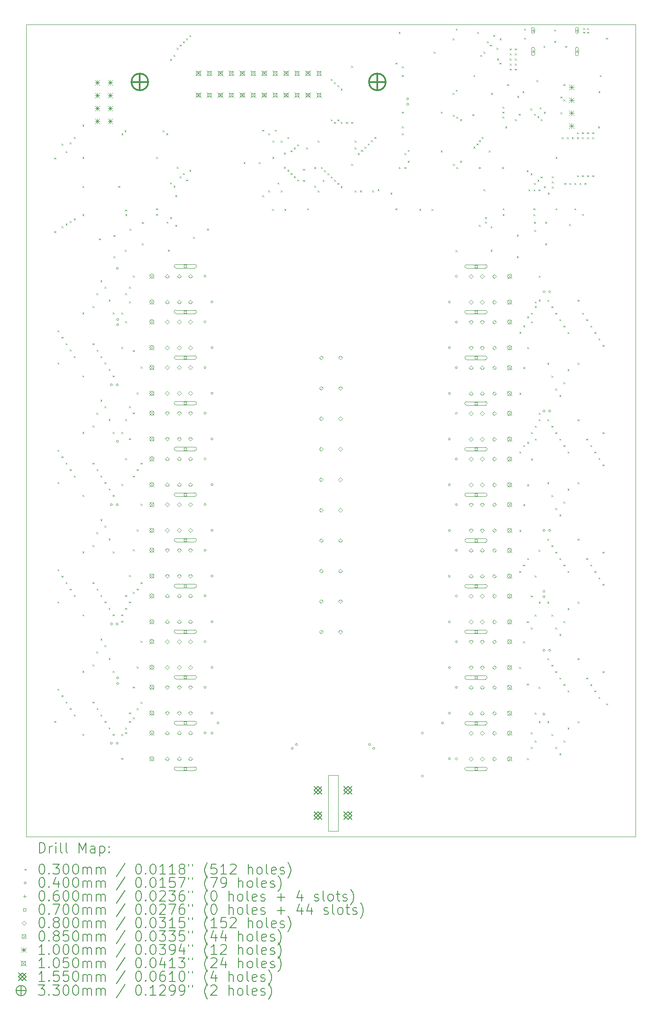
<source format=gbr>
%TF.GenerationSoftware,KiCad,Pcbnew,8.0.9-8.0.9-0~ubuntu24.04.1*%
%TF.CreationDate,2025-03-26T21:18:23+01:00*%
%TF.ProjectId,xResistorTranferBank,78526573-6973-4746-9f72-5472616e6665,rev?*%
%TF.SameCoordinates,Original*%
%TF.FileFunction,Drillmap*%
%TF.FilePolarity,Positive*%
%FSLAX45Y45*%
G04 Gerber Fmt 4.5, Leading zero omitted, Abs format (unit mm)*
G04 Created by KiCad (PCBNEW 8.0.9-8.0.9-0~ubuntu24.04.1) date 2025-03-26 21:18:23*
%MOMM*%
%LPD*%
G01*
G04 APERTURE LIST*
%ADD10C,0.100000*%
%ADD11C,0.200000*%
%ADD12C,0.105000*%
%ADD13C,0.155000*%
%ADD14C,0.330000*%
G04 APERTURE END LIST*
D10*
X2753365Y-2315600D02*
X14753365Y-2315600D01*
X14753365Y-18315600D01*
X2753365Y-18315600D01*
X2753365Y-2315600D01*
X8700000Y-17100000D02*
X8900000Y-17100000D01*
X8900000Y-18200000D01*
X8700000Y-18200000D01*
X8700000Y-17100000D01*
D11*
D10*
X3300750Y-4933400D02*
X3330750Y-4963400D01*
X3330750Y-4933400D02*
X3300750Y-4963400D01*
X3300750Y-6383400D02*
X3330750Y-6413400D01*
X3330750Y-6383400D02*
X3300750Y-6413400D01*
X3300750Y-16035660D02*
X3330750Y-16065660D01*
X3330750Y-16035660D02*
X3300750Y-16065660D01*
X3366115Y-8336660D02*
X3396115Y-8366660D01*
X3396115Y-8336660D02*
X3366115Y-8366660D01*
X3366115Y-8971660D02*
X3396115Y-9001660D01*
X3396115Y-8971660D02*
X3366115Y-9001660D01*
X3366115Y-10691160D02*
X3396115Y-10721160D01*
X3396115Y-10691160D02*
X3366115Y-10721160D01*
X3366115Y-11326160D02*
X3396115Y-11356160D01*
X3396115Y-11326160D02*
X3366115Y-11356160D01*
X3366115Y-13046160D02*
X3396115Y-13076160D01*
X3396115Y-13046160D02*
X3366115Y-13076160D01*
X3366115Y-13681160D02*
X3396115Y-13711160D01*
X3396115Y-13681160D02*
X3366115Y-13711160D01*
X3366115Y-15400660D02*
X3396115Y-15430660D01*
X3396115Y-15400660D02*
X3366115Y-15430660D01*
X3446115Y-4658400D02*
X3476115Y-4688400D01*
X3476115Y-4658400D02*
X3446115Y-4688400D01*
X3446115Y-6283400D02*
X3476115Y-6313400D01*
X3476115Y-6283400D02*
X3446115Y-6313400D01*
X3446115Y-8463660D02*
X3476115Y-8493660D01*
X3476115Y-8463660D02*
X3446115Y-8493660D01*
X3446115Y-10818160D02*
X3476115Y-10848160D01*
X3476115Y-10818160D02*
X3446115Y-10848160D01*
X3446115Y-13173160D02*
X3476115Y-13203160D01*
X3476115Y-13173160D02*
X3446115Y-13203160D01*
X3446115Y-15527660D02*
X3476115Y-15557660D01*
X3476115Y-15527660D02*
X3446115Y-15557660D01*
X3525750Y-4808400D02*
X3555750Y-4838400D01*
X3555750Y-4808400D02*
X3525750Y-4838400D01*
X3526115Y-6233400D02*
X3556115Y-6263400D01*
X3556115Y-6233400D02*
X3526115Y-6263400D01*
X3526115Y-8590660D02*
X3556115Y-8620660D01*
X3556115Y-8590660D02*
X3526115Y-8620660D01*
X3526115Y-10945160D02*
X3556115Y-10975160D01*
X3556115Y-10945160D02*
X3526115Y-10975160D01*
X3526115Y-13300160D02*
X3556115Y-13330160D01*
X3556115Y-13300160D02*
X3526115Y-13330160D01*
X3526115Y-15654660D02*
X3556115Y-15684660D01*
X3556115Y-15654660D02*
X3526115Y-15684660D01*
X3606115Y-4633400D02*
X3636115Y-4663400D01*
X3636115Y-4633400D02*
X3606115Y-4663400D01*
X3606115Y-6183400D02*
X3636115Y-6213400D01*
X3636115Y-6183400D02*
X3606115Y-6213400D01*
X3606115Y-8716910D02*
X3636115Y-8746910D01*
X3636115Y-8716910D02*
X3606115Y-8746910D01*
X3606115Y-11071410D02*
X3636115Y-11101410D01*
X3636115Y-11071410D02*
X3606115Y-11101410D01*
X3606115Y-13426410D02*
X3636115Y-13456410D01*
X3636115Y-13426410D02*
X3606115Y-13456410D01*
X3606115Y-15780910D02*
X3636115Y-15810910D01*
X3636115Y-15780910D02*
X3606115Y-15810910D01*
X3685750Y-4527000D02*
X3715750Y-4557000D01*
X3715750Y-4527000D02*
X3685750Y-4557000D01*
X3686115Y-6133400D02*
X3716115Y-6163400D01*
X3716115Y-6133400D02*
X3686115Y-6163400D01*
X3686115Y-8844660D02*
X3716115Y-8874660D01*
X3716115Y-8844660D02*
X3686115Y-8874660D01*
X3686115Y-11199160D02*
X3716115Y-11229160D01*
X3716115Y-11199160D02*
X3686115Y-11229160D01*
X3686115Y-13554160D02*
X3716115Y-13584160D01*
X3716115Y-13554160D02*
X3686115Y-13584160D01*
X3686115Y-15908660D02*
X3716115Y-15938660D01*
X3716115Y-15908660D02*
X3686115Y-15938660D01*
X3856115Y-4285000D02*
X3886115Y-4315000D01*
X3886115Y-4285000D02*
X3856115Y-4315000D01*
X3856115Y-4923400D02*
X3886115Y-4953400D01*
X3886115Y-4923400D02*
X3856115Y-4953400D01*
X3856115Y-5495000D02*
X3886115Y-5525000D01*
X3886115Y-5495000D02*
X3856115Y-5525000D01*
X3856115Y-6045940D02*
X3886115Y-6075940D01*
X3886115Y-6045940D02*
X3856115Y-6075940D01*
X3856115Y-7985160D02*
X3886115Y-8015160D01*
X3886115Y-7985160D02*
X3856115Y-8015160D01*
X3856115Y-9225660D02*
X3886115Y-9255660D01*
X3886115Y-9225660D02*
X3856115Y-9255660D01*
X3856115Y-10339660D02*
X3886115Y-10369660D01*
X3886115Y-10339660D02*
X3856115Y-10369660D01*
X3856115Y-11580160D02*
X3886115Y-11610160D01*
X3886115Y-11580160D02*
X3856115Y-11610160D01*
X3856115Y-12694660D02*
X3886115Y-12724660D01*
X3886115Y-12694660D02*
X3856115Y-12724660D01*
X3856115Y-13935160D02*
X3886115Y-13965160D01*
X3886115Y-13935160D02*
X3856115Y-13965160D01*
X3856115Y-15049160D02*
X3886115Y-15079160D01*
X3886115Y-15049160D02*
X3856115Y-15079160D01*
X3856115Y-16289660D02*
X3886115Y-16319660D01*
X3886115Y-16289660D02*
X3856115Y-16319660D01*
X4053615Y-7858160D02*
X4083615Y-7888160D01*
X4083615Y-7858160D02*
X4053615Y-7888160D01*
X4053615Y-8590660D02*
X4083615Y-8620660D01*
X4083615Y-8590660D02*
X4053615Y-8620660D01*
X4053615Y-10212660D02*
X4083615Y-10242660D01*
X4083615Y-10212660D02*
X4053615Y-10242660D01*
X4053615Y-10945160D02*
X4083615Y-10975160D01*
X4083615Y-10945160D02*
X4053615Y-10975160D01*
X4053615Y-12567660D02*
X4083615Y-12597660D01*
X4083615Y-12567660D02*
X4053615Y-12597660D01*
X4053615Y-13300160D02*
X4083615Y-13330160D01*
X4083615Y-13300160D02*
X4053615Y-13330160D01*
X4053615Y-14922160D02*
X4083615Y-14952160D01*
X4083615Y-14922160D02*
X4053615Y-14952160D01*
X4053615Y-15654660D02*
X4083615Y-15684660D01*
X4083615Y-15654660D02*
X4053615Y-15684660D01*
X4132615Y-7604160D02*
X4162615Y-7634160D01*
X4162615Y-7604160D02*
X4132615Y-7634160D01*
X4132615Y-9958660D02*
X4162615Y-9988660D01*
X4162615Y-9958660D02*
X4132615Y-9988660D01*
X4132615Y-12313660D02*
X4162615Y-12343660D01*
X4162615Y-12313660D02*
X4132615Y-12343660D01*
X4132615Y-14668160D02*
X4162615Y-14698160D01*
X4162615Y-14668160D02*
X4132615Y-14698160D01*
X4133615Y-8717660D02*
X4163615Y-8747660D01*
X4163615Y-8717660D02*
X4133615Y-8747660D01*
X4133615Y-11072160D02*
X4163615Y-11102160D01*
X4163615Y-11072160D02*
X4133615Y-11102160D01*
X4133615Y-13427160D02*
X4163615Y-13457160D01*
X4163615Y-13427160D02*
X4133615Y-13457160D01*
X4133615Y-15781660D02*
X4163615Y-15811660D01*
X4163615Y-15781660D02*
X4133615Y-15811660D01*
X4180000Y-6524500D02*
X4210000Y-6554500D01*
X4210000Y-6524500D02*
X4180000Y-6554500D01*
X4213615Y-7350160D02*
X4243615Y-7380160D01*
X4243615Y-7350160D02*
X4213615Y-7380160D01*
X4213615Y-8844660D02*
X4243615Y-8874660D01*
X4243615Y-8844660D02*
X4213615Y-8874660D01*
X4213615Y-9704660D02*
X4243615Y-9734660D01*
X4243615Y-9704660D02*
X4213615Y-9734660D01*
X4213615Y-11199160D02*
X4243615Y-11229160D01*
X4243615Y-11199160D02*
X4213615Y-11229160D01*
X4213615Y-12059660D02*
X4243615Y-12089660D01*
X4243615Y-12059660D02*
X4213615Y-12089660D01*
X4213615Y-13554160D02*
X4243615Y-13584160D01*
X4243615Y-13554160D02*
X4213615Y-13584160D01*
X4213615Y-14414160D02*
X4243615Y-14444160D01*
X4243615Y-14414160D02*
X4213615Y-14444160D01*
X4213615Y-15908660D02*
X4243615Y-15938660D01*
X4243615Y-15908660D02*
X4213615Y-15938660D01*
X4293615Y-7476660D02*
X4323615Y-7506660D01*
X4323615Y-7476660D02*
X4293615Y-7506660D01*
X4293615Y-8971160D02*
X4323615Y-9001160D01*
X4323615Y-8971160D02*
X4293615Y-9001160D01*
X4293615Y-9831160D02*
X4323615Y-9861160D01*
X4323615Y-9831160D02*
X4293615Y-9861160D01*
X4293615Y-11325660D02*
X4323615Y-11355660D01*
X4323615Y-11325660D02*
X4293615Y-11355660D01*
X4293615Y-12186160D02*
X4323615Y-12216160D01*
X4323615Y-12186160D02*
X4293615Y-12216160D01*
X4293615Y-13680660D02*
X4323615Y-13710660D01*
X4323615Y-13680660D02*
X4293615Y-13710660D01*
X4293615Y-14540660D02*
X4323615Y-14570660D01*
X4323615Y-14540660D02*
X4293615Y-14570660D01*
X4293615Y-16035160D02*
X4323615Y-16065160D01*
X4323615Y-16035160D02*
X4293615Y-16065160D01*
X4373615Y-7731160D02*
X4403615Y-7761160D01*
X4403615Y-7731160D02*
X4373615Y-7761160D01*
X4373615Y-9098660D02*
X4403615Y-9128660D01*
X4403615Y-9098660D02*
X4373615Y-9128660D01*
X4373615Y-10085660D02*
X4403615Y-10115660D01*
X4403615Y-10085660D02*
X4373615Y-10115660D01*
X4373615Y-11453160D02*
X4403615Y-11483160D01*
X4403615Y-11453160D02*
X4373615Y-11483160D01*
X4373615Y-12440660D02*
X4403615Y-12470660D01*
X4403615Y-12440660D02*
X4373615Y-12470660D01*
X4373615Y-13808160D02*
X4403615Y-13838160D01*
X4403615Y-13808160D02*
X4373615Y-13838160D01*
X4373615Y-14795160D02*
X4403615Y-14825160D01*
X4403615Y-14795160D02*
X4373615Y-14825160D01*
X4373615Y-16162660D02*
X4403615Y-16192660D01*
X4403615Y-16162660D02*
X4373615Y-16192660D01*
X4453615Y-7985160D02*
X4483615Y-8015160D01*
X4483615Y-7985160D02*
X4453615Y-8015160D01*
X4453615Y-9225660D02*
X4483615Y-9255660D01*
X4483615Y-9225660D02*
X4453615Y-9255660D01*
X4453615Y-10339660D02*
X4483615Y-10369660D01*
X4483615Y-10339660D02*
X4453615Y-10369660D01*
X4453615Y-11580160D02*
X4483615Y-11610160D01*
X4483615Y-11580160D02*
X4453615Y-11610160D01*
X4453615Y-12694660D02*
X4483615Y-12724660D01*
X4483615Y-12694660D02*
X4453615Y-12724660D01*
X4453615Y-13935160D02*
X4483615Y-13965160D01*
X4483615Y-13935160D02*
X4453615Y-13965160D01*
X4453615Y-15049160D02*
X4483615Y-15079160D01*
X4483615Y-15049160D02*
X4453615Y-15079160D01*
X4453615Y-16289660D02*
X4483615Y-16319660D01*
X4483615Y-16289660D02*
X4453615Y-16319660D01*
X4468530Y-6458940D02*
X4498530Y-6488940D01*
X4498530Y-6458940D02*
X4468530Y-6488940D01*
X4468530Y-6878040D02*
X4498530Y-6908040D01*
X4498530Y-6878040D02*
X4468530Y-6908040D01*
X4565000Y-5495000D02*
X4595000Y-5525000D01*
X4595000Y-5495000D02*
X4565000Y-5525000D01*
X4622215Y-7985160D02*
X4652215Y-8015160D01*
X4652215Y-7985160D02*
X4622215Y-8015160D01*
X4622215Y-10339660D02*
X4652215Y-10369660D01*
X4652215Y-10339660D02*
X4622215Y-10369660D01*
X4622215Y-13935160D02*
X4652215Y-13965160D01*
X4652215Y-13935160D02*
X4622215Y-13965160D01*
X4622215Y-16290460D02*
X4652215Y-16320460D01*
X4652215Y-16290460D02*
X4622215Y-16320460D01*
X4623165Y-14060340D02*
X4653165Y-14090340D01*
X4653165Y-14060340D02*
X4623165Y-14090340D01*
X4623165Y-16763860D02*
X4653165Y-16793860D01*
X4653165Y-16763860D02*
X4623165Y-16793860D01*
X4623845Y-11362860D02*
X4653845Y-11392860D01*
X4653845Y-11362860D02*
X4623845Y-11392860D01*
X4624260Y-8665380D02*
X4654260Y-8695380D01*
X4654260Y-8665380D02*
X4624260Y-8695380D01*
X4627500Y-4457500D02*
X4657500Y-4487500D01*
X4657500Y-4457500D02*
X4627500Y-4487500D01*
X4685000Y-4395000D02*
X4715000Y-4425000D01*
X4715000Y-4395000D02*
X4685000Y-4425000D01*
X4691500Y-6748500D02*
X4721500Y-6778500D01*
X4721500Y-6748500D02*
X4691500Y-6778500D01*
X4698415Y-13808160D02*
X4728415Y-13838160D01*
X4728415Y-13808160D02*
X4698415Y-13838160D01*
X4698415Y-16163460D02*
X4728415Y-16193460D01*
X4728415Y-16163460D02*
X4698415Y-16193460D01*
X4699365Y-13552340D02*
X4729365Y-13582340D01*
X4729365Y-13552340D02*
X4699365Y-13582340D01*
X4699365Y-16255860D02*
X4729365Y-16285860D01*
X4729365Y-16255860D02*
X4699365Y-16285860D01*
X4700045Y-10085660D02*
X4730045Y-10115660D01*
X4730045Y-10085660D02*
X4700045Y-10115660D01*
X4700045Y-10854860D02*
X4730045Y-10884860D01*
X4730045Y-10854860D02*
X4700045Y-10884860D01*
X4700460Y-7604160D02*
X4730460Y-7634160D01*
X4730460Y-7604160D02*
X4700460Y-7634160D01*
X4700460Y-8157380D02*
X4730460Y-8187380D01*
X4730460Y-8157380D02*
X4700460Y-8187380D01*
X4700750Y-5958400D02*
X4730750Y-5988400D01*
X4730750Y-5958400D02*
X4700750Y-5988400D01*
X4702360Y-6045940D02*
X4732360Y-6075940D01*
X4732360Y-6045940D02*
X4702360Y-6075940D01*
X4774615Y-13681160D02*
X4804615Y-13711160D01*
X4804615Y-13681160D02*
X4774615Y-13711160D01*
X4774615Y-16035660D02*
X4804615Y-16065660D01*
X4804615Y-16035660D02*
X4774615Y-16065660D01*
X4775565Y-13160340D02*
X4805565Y-13190340D01*
X4805565Y-13160340D02*
X4775565Y-13190340D01*
X4775565Y-15863860D02*
X4805565Y-15893860D01*
X4805565Y-15863860D02*
X4775565Y-15893860D01*
X4776245Y-9831660D02*
X4806245Y-9861660D01*
X4806245Y-9831660D02*
X4776245Y-9861660D01*
X4776245Y-10462860D02*
X4806245Y-10492860D01*
X4806245Y-10462860D02*
X4776245Y-10492860D01*
X4776660Y-7477160D02*
X4806660Y-7507160D01*
X4806660Y-7477160D02*
X4776660Y-7507160D01*
X4776660Y-7765380D02*
X4806660Y-7795380D01*
X4806660Y-7765380D02*
X4776660Y-7795380D01*
X4781930Y-6335000D02*
X4811930Y-6365000D01*
X4811930Y-6335000D02*
X4781930Y-6365000D01*
X4850815Y-11199160D02*
X4880815Y-11229160D01*
X4880815Y-11199160D02*
X4850815Y-11229160D01*
X4850815Y-15960260D02*
X4880815Y-15990260D01*
X4880815Y-15960260D02*
X4850815Y-15990260D01*
X4851765Y-12652340D02*
X4881765Y-12682340D01*
X4881765Y-12652340D02*
X4851765Y-12682340D01*
X4851765Y-13489840D02*
X4881765Y-13519840D01*
X4881765Y-13489840D02*
X4851765Y-13519840D01*
X4851765Y-15355860D02*
X4881765Y-15385860D01*
X4881765Y-15355860D02*
X4851765Y-15385860D01*
X4852445Y-9954860D02*
X4882445Y-9984860D01*
X4882445Y-9954860D02*
X4852445Y-9984860D01*
X4852860Y-7257380D02*
X4882860Y-7287380D01*
X4882860Y-7257380D02*
X4852860Y-7287380D01*
X4852860Y-8727880D02*
X4882860Y-8757880D01*
X4882860Y-8727880D02*
X4852860Y-8757880D01*
X4927015Y-13427160D02*
X4957015Y-13457160D01*
X4957015Y-13427160D02*
X4927015Y-13457160D01*
X4927015Y-15782460D02*
X4957015Y-15812460D01*
X4957015Y-15782460D02*
X4927015Y-15812460D01*
X4927965Y-12260340D02*
X4957965Y-12290340D01*
X4957965Y-12260340D02*
X4927965Y-12290340D01*
X4927965Y-14963860D02*
X4957965Y-14993860D01*
X4957965Y-14963860D02*
X4927965Y-14993860D01*
X4928645Y-9562860D02*
X4958645Y-9592860D01*
X4958645Y-9562860D02*
X4928645Y-9592860D01*
X4928645Y-11072160D02*
X4958645Y-11102160D01*
X4958645Y-11072160D02*
X4928645Y-11102160D01*
X5003215Y-13300160D02*
X5033215Y-13330160D01*
X5033215Y-13300160D02*
X5003215Y-13330160D01*
X5003215Y-15655460D02*
X5033215Y-15685460D01*
X5033215Y-15655460D02*
X5003215Y-15685460D01*
X5004165Y-11752340D02*
X5034165Y-11782340D01*
X5034165Y-11752340D02*
X5004165Y-11782340D01*
X5004165Y-14455860D02*
X5034165Y-14485860D01*
X5034165Y-14455860D02*
X5004165Y-14485860D01*
X5004845Y-9054860D02*
X5034845Y-9084860D01*
X5034845Y-9054860D02*
X5004845Y-9084860D01*
X5004845Y-10945160D02*
X5034845Y-10975160D01*
X5034845Y-10945160D02*
X5004845Y-10975160D01*
X5027330Y-6204940D02*
X5057330Y-6234940D01*
X5057330Y-6204940D02*
X5027330Y-6234940D01*
X5027330Y-6624040D02*
X5057330Y-6654040D01*
X5057330Y-6624040D02*
X5027330Y-6654040D01*
X5306650Y-4923400D02*
X5336650Y-4953400D01*
X5336650Y-4923400D02*
X5306650Y-4953400D01*
X5306650Y-5933400D02*
X5336650Y-5963400D01*
X5336650Y-5933400D02*
X5306650Y-5963400D01*
X5306650Y-6044920D02*
X5336650Y-6074920D01*
X5336650Y-6044920D02*
X5306650Y-6074920D01*
X5435000Y-4395000D02*
X5465000Y-4425000D01*
X5465000Y-4395000D02*
X5435000Y-4425000D01*
X5506650Y-4454725D02*
X5536650Y-4484725D01*
X5536650Y-4454725D02*
X5506650Y-4484725D01*
X5515000Y-6195000D02*
X5545000Y-6225000D01*
X5545000Y-6195000D02*
X5515000Y-6225000D01*
X5539250Y-6748500D02*
X5569250Y-6778500D01*
X5569250Y-6748500D02*
X5539250Y-6778500D01*
X5582150Y-2989800D02*
X5612150Y-3019800D01*
X5612150Y-2989800D02*
X5582150Y-3019800D01*
X5582150Y-5427000D02*
X5612150Y-5457000D01*
X5612150Y-5427000D02*
X5582150Y-5457000D01*
X5585000Y-6107420D02*
X5615000Y-6137420D01*
X5615000Y-6107420D02*
X5585000Y-6137420D01*
X5650750Y-2912100D02*
X5680750Y-2942100D01*
X5680750Y-2912100D02*
X5650750Y-2942100D01*
X5650750Y-5489500D02*
X5680750Y-5519500D01*
X5680750Y-5489500D02*
X5650750Y-5519500D01*
X5685000Y-5673400D02*
X5715000Y-5703400D01*
X5715000Y-5673400D02*
X5685000Y-5703400D01*
X5685000Y-6257500D02*
X5715000Y-6287500D01*
X5715000Y-6257500D02*
X5685000Y-6287500D01*
X5713250Y-2770900D02*
X5743250Y-2800900D01*
X5743250Y-2770900D02*
X5713250Y-2800900D01*
X5713250Y-5114500D02*
X5743250Y-5144500D01*
X5743250Y-5114500D02*
X5713250Y-5144500D01*
X5775750Y-2708400D02*
X5805750Y-2738400D01*
X5805750Y-2708400D02*
X5775750Y-2738400D01*
X5775750Y-5302000D02*
X5805750Y-5332000D01*
X5805750Y-5302000D02*
X5775750Y-5332000D01*
X5838250Y-2645900D02*
X5868250Y-2675900D01*
X5868250Y-2645900D02*
X5838250Y-2675900D01*
X5838250Y-5239500D02*
X5868250Y-5269500D01*
X5868250Y-5239500D02*
X5838250Y-5269500D01*
X5900750Y-2583400D02*
X5930750Y-2613400D01*
X5930750Y-2583400D02*
X5900750Y-2613400D01*
X5900750Y-5364500D02*
X5930750Y-5394500D01*
X5930750Y-5364500D02*
X5900750Y-5394500D01*
X5963250Y-2520900D02*
X5993250Y-2550900D01*
X5993250Y-2520900D02*
X5963250Y-2550900D01*
X5963250Y-5177000D02*
X5993250Y-5207000D01*
X5993250Y-5177000D02*
X5963250Y-5207000D01*
X6034250Y-6494500D02*
X6064250Y-6524500D01*
X6064250Y-6494500D02*
X6034250Y-6524500D01*
X6310000Y-6335000D02*
X6340000Y-6365000D01*
X6340000Y-6335000D02*
X6310000Y-6365000D01*
X7030750Y-5023400D02*
X7060750Y-5053400D01*
X7060750Y-5023400D02*
X7030750Y-5053400D01*
X7330750Y-5023400D02*
X7360750Y-5053400D01*
X7360750Y-5023400D02*
X7330750Y-5053400D01*
X7400750Y-4383400D02*
X7430750Y-4413400D01*
X7430750Y-4383400D02*
X7400750Y-4413400D01*
X7400750Y-5673400D02*
X7430750Y-5703400D01*
X7430750Y-5673400D02*
X7400750Y-5703400D01*
X7519550Y-4458400D02*
X7549550Y-4488400D01*
X7549550Y-4458400D02*
X7519550Y-4488400D01*
X7519550Y-5583400D02*
X7549550Y-5613400D01*
X7549550Y-5583400D02*
X7519550Y-5613400D01*
X7595000Y-5945000D02*
X7625000Y-5975000D01*
X7625000Y-5945000D02*
X7595000Y-5975000D01*
X7599550Y-4923400D02*
X7629550Y-4953400D01*
X7629550Y-4923400D02*
X7599550Y-4953400D01*
X7600750Y-4602200D02*
X7630750Y-4632200D01*
X7630750Y-4602200D02*
X7600750Y-4632200D01*
X7650750Y-4383400D02*
X7680750Y-4413400D01*
X7680750Y-4383400D02*
X7650750Y-4413400D01*
X7698250Y-5427000D02*
X7728250Y-5457000D01*
X7728250Y-5427000D02*
X7698250Y-5457000D01*
X7763250Y-4602200D02*
X7793250Y-4632200D01*
X7793250Y-4602200D02*
X7763250Y-4632200D01*
X7763250Y-5583400D02*
X7793250Y-5613400D01*
X7793250Y-5583400D02*
X7763250Y-5613400D01*
X7828250Y-4835900D02*
X7858250Y-4865900D01*
X7858250Y-4835900D02*
X7828250Y-4865900D01*
X7828250Y-5114500D02*
X7858250Y-5144500D01*
X7858250Y-5114500D02*
X7828250Y-5144500D01*
X7835000Y-5945000D02*
X7865000Y-5975000D01*
X7865000Y-5945000D02*
X7835000Y-5975000D01*
X7893250Y-4527000D02*
X7923250Y-4557000D01*
X7923250Y-4527000D02*
X7893250Y-4557000D01*
X7893250Y-5177000D02*
X7923250Y-5207000D01*
X7923250Y-5177000D02*
X7893250Y-5207000D01*
X7958250Y-4790900D02*
X7988250Y-4820900D01*
X7988250Y-4790900D02*
X7958250Y-4820900D01*
X7958250Y-5239500D02*
X7988250Y-5269500D01*
X7988250Y-5239500D02*
X7958250Y-5269500D01*
X8023250Y-4734700D02*
X8053250Y-4764700D01*
X8053250Y-4734700D02*
X8023250Y-4764700D01*
X8023250Y-5302000D02*
X8053250Y-5332000D01*
X8053250Y-5302000D02*
X8023250Y-5332000D01*
X8088250Y-4672200D02*
X8118250Y-4702200D01*
X8118250Y-4672200D02*
X8088250Y-4702200D01*
X8088250Y-5364500D02*
X8118250Y-5394500D01*
X8118250Y-5364500D02*
X8088250Y-5394500D01*
X8205000Y-5153400D02*
X8235000Y-5183400D01*
X8235000Y-5153400D02*
X8205000Y-5183400D01*
X8205000Y-5373400D02*
X8235000Y-5403400D01*
X8235000Y-5373400D02*
X8205000Y-5403400D01*
X8260750Y-4733400D02*
X8290750Y-4763400D01*
X8290750Y-4733400D02*
X8260750Y-4763400D01*
X8283250Y-5933400D02*
X8313250Y-5963400D01*
X8313250Y-5933400D02*
X8283250Y-5963400D01*
X8425300Y-5120600D02*
X8455300Y-5150600D01*
X8455300Y-5120600D02*
X8425300Y-5150600D01*
X8425300Y-5489500D02*
X8455300Y-5519500D01*
X8455300Y-5489500D02*
X8425300Y-5519500D01*
X8490300Y-4602200D02*
X8520300Y-4632200D01*
X8520300Y-4602200D02*
X8490300Y-4632200D01*
X8490300Y-5583400D02*
X8520300Y-5613400D01*
X8520300Y-5583400D02*
X8490300Y-5613400D01*
X8555300Y-5120900D02*
X8585300Y-5150900D01*
X8585300Y-5120900D02*
X8555300Y-5150900D01*
X8590750Y-5373400D02*
X8620750Y-5403400D01*
X8620750Y-5373400D02*
X8590750Y-5403400D01*
X8620300Y-5183400D02*
X8650300Y-5213400D01*
X8650300Y-5183400D02*
X8620300Y-5213400D01*
X8685300Y-5245900D02*
X8715300Y-5275900D01*
X8715300Y-5245900D02*
X8685300Y-5275900D01*
X8750300Y-3385000D02*
X8780300Y-3415000D01*
X8780300Y-3385000D02*
X8750300Y-3415000D01*
X8750300Y-4179750D02*
X8780300Y-4209750D01*
X8780300Y-4179750D02*
X8750300Y-4209750D01*
X8750300Y-5308400D02*
X8780300Y-5338400D01*
X8780300Y-5308400D02*
X8750300Y-5338400D01*
X8815300Y-3447500D02*
X8845300Y-3477500D01*
X8845300Y-3447500D02*
X8815300Y-3477500D01*
X8815300Y-4233400D02*
X8845300Y-4263400D01*
X8845300Y-4233400D02*
X8815300Y-4263400D01*
X8815300Y-5370900D02*
X8845300Y-5400900D01*
X8845300Y-5370900D02*
X8815300Y-5400900D01*
X8880300Y-3510000D02*
X8910300Y-3540000D01*
X8910300Y-3510000D02*
X8880300Y-3540000D01*
X8880300Y-4179750D02*
X8910300Y-4209750D01*
X8910300Y-4179750D02*
X8880300Y-4209750D01*
X8880300Y-5433400D02*
X8910300Y-5463400D01*
X8910300Y-5433400D02*
X8880300Y-5463400D01*
X8945300Y-3573500D02*
X8975300Y-3603500D01*
X8975300Y-3573500D02*
X8945300Y-3603500D01*
X8945300Y-4233400D02*
X8975300Y-4263400D01*
X8975300Y-4233400D02*
X8945300Y-4263400D01*
X8945300Y-5495900D02*
X8975300Y-5525900D01*
X8975300Y-5495900D02*
X8945300Y-5525900D01*
X9050750Y-4233400D02*
X9080750Y-4263400D01*
X9080750Y-4233400D02*
X9050750Y-4263400D01*
X9153700Y-3129000D02*
X9183700Y-3159000D01*
X9183700Y-3129000D02*
X9153700Y-3159000D01*
X9153700Y-4233400D02*
X9183700Y-4263400D01*
X9183700Y-4233400D02*
X9153700Y-4263400D01*
X9153700Y-5058400D02*
X9183700Y-5088400D01*
X9183700Y-5058400D02*
X9153700Y-5088400D01*
X9218700Y-4602200D02*
X9248700Y-4632200D01*
X9248700Y-4602200D02*
X9218700Y-4632200D01*
X9218700Y-5583400D02*
X9248700Y-5613400D01*
X9248700Y-5583400D02*
X9218700Y-5613400D01*
X9220750Y-4733400D02*
X9250750Y-4763400D01*
X9250750Y-4733400D02*
X9220750Y-4763400D01*
X9283700Y-4843500D02*
X9313700Y-4873500D01*
X9313700Y-4843500D02*
X9283700Y-4873500D01*
X9325000Y-5583400D02*
X9355000Y-5613400D01*
X9355000Y-5583400D02*
X9325000Y-5613400D01*
X9348700Y-4781000D02*
X9378700Y-4811000D01*
X9378700Y-4781000D02*
X9348700Y-4811000D01*
X9413700Y-4718500D02*
X9443700Y-4748500D01*
X9443700Y-4718500D02*
X9413700Y-4748500D01*
X9478700Y-4656000D02*
X9508700Y-4686000D01*
X9508700Y-4656000D02*
X9478700Y-4686000D01*
X9543700Y-4589500D02*
X9573700Y-4619500D01*
X9573700Y-4589500D02*
X9543700Y-4619500D01*
X9565000Y-5583400D02*
X9595000Y-5613400D01*
X9595000Y-5583400D02*
X9565000Y-5613400D01*
X9608700Y-4527000D02*
X9638700Y-4557000D01*
X9638700Y-4527000D02*
X9608700Y-4557000D01*
X9673700Y-5558400D02*
X9703700Y-5588400D01*
X9703700Y-5558400D02*
X9673700Y-5588400D01*
X9925000Y-5625000D02*
X9955000Y-5655000D01*
X9955000Y-5625000D02*
X9925000Y-5655000D01*
X10024500Y-3065000D02*
X10054500Y-3095000D01*
X10054500Y-3065000D02*
X10024500Y-3095000D01*
X10025000Y-5933400D02*
X10055000Y-5963400D01*
X10055000Y-5933400D02*
X10025000Y-5963400D01*
X10087000Y-2455900D02*
X10117000Y-2485900D01*
X10117000Y-2455900D02*
X10087000Y-2485900D01*
X10087000Y-5120900D02*
X10117000Y-5150900D01*
X10117000Y-5120900D02*
X10087000Y-5150900D01*
X10150750Y-3133400D02*
X10180750Y-3163400D01*
X10180750Y-3133400D02*
X10150750Y-3163400D01*
X10150750Y-3308400D02*
X10180750Y-3338400D01*
X10180750Y-3308400D02*
X10150750Y-3338400D01*
X10150750Y-4028700D02*
X10180750Y-4058700D01*
X10180750Y-4028700D02*
X10150750Y-4058700D01*
X10150750Y-4319950D02*
X10180750Y-4349950D01*
X10180750Y-4319950D02*
X10150750Y-4349950D01*
X10150750Y-4458400D02*
X10180750Y-4488400D01*
X10180750Y-4458400D02*
X10150750Y-4488400D01*
X10203300Y-4843500D02*
X10233300Y-4873500D01*
X10233300Y-4843500D02*
X10203300Y-4873500D01*
X10203300Y-5120900D02*
X10233300Y-5150900D01*
X10233300Y-5120900D02*
X10203300Y-5150900D01*
X10265800Y-4995900D02*
X10295800Y-5025900D01*
X10295800Y-4995900D02*
X10265800Y-5025900D01*
X10265867Y-4781000D02*
X10295867Y-4811000D01*
X10295867Y-4781000D02*
X10265867Y-4811000D01*
X10495000Y-5945000D02*
X10525000Y-5975000D01*
X10525000Y-5945000D02*
X10495000Y-5975000D01*
X10735000Y-5945000D02*
X10765000Y-5975000D01*
X10765000Y-5945000D02*
X10735000Y-5975000D01*
X10776200Y-2849600D02*
X10806200Y-2879600D01*
X10806200Y-2849600D02*
X10776200Y-2879600D01*
X10917550Y-4028700D02*
X10947550Y-4058700D01*
X10947550Y-4028700D02*
X10917550Y-4058700D01*
X10917550Y-4792700D02*
X10947550Y-4822700D01*
X10947550Y-4792700D02*
X10917550Y-4822700D01*
X11150750Y-2583400D02*
X11180750Y-2613400D01*
X11180750Y-2583400D02*
X11150750Y-2613400D01*
X11150750Y-3658400D02*
X11180750Y-3688400D01*
X11180750Y-3658400D02*
X11150750Y-3688400D01*
X11158850Y-4094200D02*
X11188850Y-4124200D01*
X11188850Y-4094200D02*
X11158850Y-4124200D01*
X11158850Y-5058400D02*
X11188850Y-5088400D01*
X11188850Y-5058400D02*
X11158850Y-5088400D01*
X11208555Y-6760000D02*
X11238555Y-6790000D01*
X11238555Y-6760000D02*
X11208555Y-6790000D01*
X11213250Y-2393400D02*
X11243250Y-2423400D01*
X11243250Y-2393400D02*
X11213250Y-2423400D01*
X11213250Y-3595900D02*
X11243250Y-3625900D01*
X11243250Y-3595900D02*
X11213250Y-3625900D01*
X11222350Y-4128700D02*
X11252350Y-4158700D01*
X11252350Y-4128700D02*
X11222350Y-4158700D01*
X11222350Y-5120900D02*
X11252350Y-5150900D01*
X11252350Y-5120900D02*
X11222350Y-5150900D01*
X11298550Y-4178700D02*
X11328550Y-4208700D01*
X11328550Y-4178700D02*
X11298550Y-4208700D01*
X11298550Y-4995900D02*
X11328550Y-5025900D01*
X11328550Y-4995900D02*
X11298550Y-5025900D01*
X11539850Y-4078700D02*
X11569850Y-4108700D01*
X11569850Y-4078700D02*
X11539850Y-4108700D01*
X11559800Y-3308400D02*
X11589800Y-3338400D01*
X11589800Y-3308400D02*
X11559800Y-3338400D01*
X11559800Y-4718500D02*
X11589800Y-4748500D01*
X11589800Y-4718500D02*
X11559800Y-4748500D01*
X11622300Y-4656000D02*
X11652300Y-4686000D01*
X11652300Y-4656000D02*
X11622300Y-4686000D01*
X11634800Y-2455900D02*
X11664800Y-2485900D01*
X11664800Y-2455900D02*
X11634800Y-2485900D01*
X11665000Y-5120900D02*
X11695000Y-5150900D01*
X11695000Y-5120900D02*
X11665000Y-5150900D01*
X11665000Y-6257500D02*
X11695000Y-6287500D01*
X11695000Y-6257500D02*
X11665000Y-6287500D01*
X11672300Y-4589500D02*
X11702300Y-4619500D01*
X11702300Y-4589500D02*
X11672300Y-4619500D01*
X11697300Y-2912100D02*
X11727300Y-2942100D01*
X11727300Y-2912100D02*
X11697300Y-2942100D01*
X11722300Y-4527000D02*
X11752300Y-4557000D01*
X11752300Y-4527000D02*
X11722300Y-4557000D01*
X11759800Y-2849600D02*
X11789800Y-2879600D01*
X11789800Y-2849600D02*
X11759800Y-2879600D01*
X11759800Y-5558400D02*
X11789800Y-5588400D01*
X11789800Y-5558400D02*
X11759800Y-5588400D01*
X11790000Y-6107420D02*
X11820000Y-6137420D01*
X11820000Y-6107420D02*
X11790000Y-6137420D01*
X11790808Y-6195000D02*
X11820808Y-6225000D01*
X11820808Y-6195000D02*
X11790808Y-6225000D01*
X11825750Y-2645900D02*
X11855750Y-2675900D01*
X11855750Y-2645900D02*
X11825750Y-2675900D01*
X11859800Y-4792700D02*
X11889800Y-4822700D01*
X11889800Y-4792700D02*
X11859800Y-4822700D01*
X11888250Y-2708400D02*
X11918250Y-2738400D01*
X11918250Y-2708400D02*
X11888250Y-2738400D01*
X11899150Y-6287600D02*
X11929150Y-6317600D01*
X11929150Y-6287600D02*
X11899150Y-6317600D01*
X11899150Y-6748500D02*
X11929150Y-6778500D01*
X11929150Y-6748500D02*
X11899150Y-6778500D01*
X11909800Y-3658400D02*
X11939800Y-3688400D01*
X11939800Y-3658400D02*
X11909800Y-3688400D01*
X11950750Y-2518400D02*
X11980750Y-2548400D01*
X11980750Y-2518400D02*
X11950750Y-2548400D01*
X12013250Y-2770900D02*
X12043250Y-2800900D01*
X12043250Y-2770900D02*
X12013250Y-2800900D01*
X12025750Y-2983400D02*
X12055750Y-3013400D01*
X12055750Y-2983400D02*
X12025750Y-3013400D01*
X12072300Y-3065000D02*
X12102300Y-3095000D01*
X12102300Y-3065000D02*
X12072300Y-3095000D01*
X12075750Y-2583400D02*
X12105750Y-2613400D01*
X12105750Y-2583400D02*
X12075750Y-2613400D01*
X12125000Y-5120900D02*
X12155000Y-5150900D01*
X12155000Y-5120900D02*
X12125000Y-5150900D01*
X12130000Y-3930000D02*
X12160000Y-3960000D01*
X12160000Y-3930000D02*
X12130000Y-3960000D01*
X12130000Y-4028700D02*
X12160000Y-4058700D01*
X12160000Y-4028700D02*
X12130000Y-4058700D01*
X12130000Y-4128198D02*
X12160000Y-4158198D01*
X12160000Y-4128198D02*
X12130000Y-4158198D01*
X12136980Y-5933400D02*
X12166980Y-5963400D01*
X12166980Y-5933400D02*
X12136980Y-5963400D01*
X12136980Y-6048480D02*
X12166980Y-6078480D01*
X12166980Y-6048480D02*
X12136980Y-6078480D01*
X12187550Y-4319950D02*
X12217550Y-4349950D01*
X12217550Y-4319950D02*
X12187550Y-4349950D01*
X12225750Y-3487400D02*
X12255750Y-3517400D01*
X12255750Y-3487400D02*
X12225750Y-3517400D01*
X12275750Y-2783400D02*
X12305750Y-2813400D01*
X12305750Y-2783400D02*
X12275750Y-2813400D01*
X12275750Y-2883400D02*
X12305750Y-2913400D01*
X12305750Y-2883400D02*
X12275750Y-2913400D01*
X12275750Y-2983400D02*
X12305750Y-3013400D01*
X12305750Y-2983400D02*
X12275750Y-3013400D01*
X12275750Y-3083400D02*
X12305750Y-3113400D01*
X12305750Y-3083400D02*
X12275750Y-3113400D01*
X12275750Y-3183400D02*
X12305750Y-3213400D01*
X12305750Y-3183400D02*
X12275750Y-3213400D01*
X12375750Y-2783400D02*
X12405750Y-2813400D01*
X12405750Y-2783400D02*
X12375750Y-2813400D01*
X12375750Y-2883400D02*
X12405750Y-2913400D01*
X12405750Y-2883400D02*
X12375750Y-2913400D01*
X12375750Y-2983400D02*
X12405750Y-3013400D01*
X12405750Y-2983400D02*
X12375750Y-3013400D01*
X12375750Y-3083400D02*
X12405750Y-3113400D01*
X12405750Y-3083400D02*
X12375750Y-3113400D01*
X12375750Y-3183400D02*
X12405750Y-3213400D01*
X12405750Y-3183400D02*
X12375750Y-3213400D01*
X12378050Y-4178700D02*
X12408050Y-4208700D01*
X12408050Y-4178700D02*
X12378050Y-4208700D01*
X12416150Y-6456400D02*
X12446150Y-6486400D01*
X12446150Y-6456400D02*
X12416150Y-6486400D01*
X12416150Y-6875500D02*
X12446150Y-6905500D01*
X12446150Y-6875500D02*
X12416150Y-6905500D01*
X12425750Y-3718700D02*
X12455750Y-3748700D01*
X12455750Y-3718700D02*
X12425750Y-3748700D01*
X12454250Y-4071200D02*
X12484250Y-4101200D01*
X12484250Y-4071200D02*
X12454250Y-4101200D01*
X12464520Y-13080200D02*
X12494520Y-13110200D01*
X12494520Y-13080200D02*
X12464520Y-13110200D01*
X12464520Y-14970500D02*
X12494520Y-15000500D01*
X12494520Y-14970500D02*
X12464520Y-15000500D01*
X12465200Y-9569500D02*
X12495200Y-9599500D01*
X12495200Y-9569500D02*
X12465200Y-9599500D01*
X12465200Y-12273020D02*
X12495200Y-12303020D01*
X12495200Y-12273020D02*
X12465200Y-12303020D01*
X12466150Y-8369900D02*
X12496150Y-8399900D01*
X12496150Y-8369900D02*
X12466150Y-8399900D01*
X12466150Y-10725200D02*
X12496150Y-10755200D01*
X12496150Y-10725200D02*
X12466150Y-10755200D01*
X12525750Y-3628700D02*
X12555750Y-3658700D01*
X12555750Y-3628700D02*
X12525750Y-3658700D01*
X12540720Y-12953200D02*
X12570720Y-12983200D01*
X12570720Y-12953200D02*
X12540720Y-12983200D01*
X12540720Y-14462500D02*
X12570720Y-14492500D01*
X12570720Y-14462500D02*
X12540720Y-14492500D01*
X12541400Y-9061500D02*
X12571400Y-9091500D01*
X12571400Y-9061500D02*
X12541400Y-9091500D01*
X12541400Y-11765020D02*
X12571400Y-11795020D01*
X12571400Y-11765020D02*
X12541400Y-11795020D01*
X12542350Y-8242900D02*
X12572350Y-8272900D01*
X12572350Y-8242900D02*
X12542350Y-8272900D01*
X12542350Y-10598200D02*
X12572350Y-10628200D01*
X12572350Y-10598200D02*
X12542350Y-10628200D01*
X12559750Y-2393400D02*
X12589750Y-2423400D01*
X12589750Y-2393400D02*
X12559750Y-2423400D01*
X12560750Y-2573400D02*
X12590750Y-2603400D01*
X12590750Y-2573400D02*
X12560750Y-2603400D01*
X12610000Y-5183400D02*
X12640000Y-5213400D01*
X12640000Y-5183400D02*
X12610000Y-5213400D01*
X12616505Y-15297480D02*
X12646505Y-15327480D01*
X12646505Y-15297480D02*
X12616505Y-15327480D01*
X12616505Y-16767980D02*
X12646505Y-16797980D01*
X12646505Y-16767980D02*
X12616505Y-16797980D01*
X12616920Y-14070500D02*
X12646920Y-14100500D01*
X12646920Y-14070500D02*
X12616920Y-14100500D01*
X12617600Y-8669500D02*
X12647600Y-8699500D01*
X12647600Y-8669500D02*
X12617600Y-8699500D01*
X12617600Y-10535520D02*
X12647600Y-10565520D01*
X12647600Y-10535520D02*
X12617600Y-10565520D01*
X12617600Y-11373020D02*
X12647600Y-11403020D01*
X12647600Y-11373020D02*
X12617600Y-11403020D01*
X12618550Y-8065100D02*
X12648550Y-8095100D01*
X12648550Y-8065100D02*
X12618550Y-8095100D01*
X12618550Y-12826200D02*
X12648550Y-12856200D01*
X12648550Y-12826200D02*
X12618550Y-12856200D01*
X12645000Y-5560000D02*
X12675000Y-5590000D01*
X12675000Y-5560000D02*
X12645000Y-5590000D01*
X12684739Y-3963700D02*
X12714739Y-3993700D01*
X12714739Y-3963700D02*
X12684739Y-3993700D01*
X12685000Y-5245900D02*
X12715000Y-5275900D01*
X12715000Y-5245900D02*
X12685000Y-5275900D01*
X12692705Y-16259980D02*
X12722705Y-16289980D01*
X12722705Y-16259980D02*
X12692705Y-16289980D01*
X12692705Y-16548200D02*
X12722705Y-16578200D01*
X12722705Y-16548200D02*
X12692705Y-16578200D01*
X12693120Y-13562500D02*
X12723120Y-13592500D01*
X12723120Y-13562500D02*
X12693120Y-13592500D01*
X12693120Y-14193700D02*
X12723120Y-14223700D01*
X12723120Y-14193700D02*
X12693120Y-14223700D01*
X12693800Y-8161500D02*
X12723800Y-8191500D01*
X12723800Y-8161500D02*
X12693800Y-8191500D01*
X12693800Y-10865020D02*
X12723800Y-10895020D01*
X12723800Y-10865020D02*
X12693800Y-10895020D01*
X12694750Y-7989700D02*
X12724750Y-8019700D01*
X12724750Y-7989700D02*
X12694750Y-8019700D01*
X12694750Y-10344200D02*
X12724750Y-10374200D01*
X12724750Y-10344200D02*
X12694750Y-10374200D01*
X12741270Y-5933400D02*
X12771270Y-5963400D01*
X12771270Y-5933400D02*
X12741270Y-5963400D01*
X12741270Y-6047460D02*
X12771270Y-6077460D01*
X12771270Y-6047460D02*
X12741270Y-6077460D01*
X12745000Y-5560000D02*
X12775000Y-5590000D01*
X12775000Y-5560000D02*
X12745000Y-5590000D01*
X12754050Y-6202400D02*
X12784050Y-6232400D01*
X12784050Y-6202400D02*
X12754050Y-6232400D01*
X12755859Y-4070407D02*
X12785859Y-4100407D01*
X12785859Y-4070407D02*
X12755859Y-4100407D01*
X12755859Y-5433400D02*
X12785859Y-5463400D01*
X12785859Y-5433400D02*
X12755859Y-5463400D01*
X12760000Y-6360000D02*
X12790000Y-6390000D01*
X12790000Y-6360000D02*
X12760000Y-6390000D01*
X12768905Y-15867980D02*
X12798905Y-15897980D01*
X12798905Y-15867980D02*
X12768905Y-15897980D01*
X12768905Y-16421200D02*
X12798905Y-16451200D01*
X12798905Y-16421200D02*
X12768905Y-16451200D01*
X12769320Y-13170500D02*
X12799320Y-13200500D01*
X12799320Y-13170500D02*
X12769320Y-13200500D01*
X12769320Y-13939700D02*
X12799320Y-13969700D01*
X12799320Y-13939700D02*
X12769320Y-13969700D01*
X12770000Y-7769500D02*
X12800000Y-7799500D01*
X12800000Y-7769500D02*
X12770000Y-7799500D01*
X12770000Y-10473020D02*
X12800000Y-10503020D01*
X12800000Y-10473020D02*
X12770000Y-10503020D01*
X12770950Y-7861900D02*
X12800950Y-7891900D01*
X12800950Y-7861900D02*
X12770950Y-7891900D01*
X12770950Y-10217200D02*
X12800950Y-10247200D01*
X12800950Y-10217200D02*
X12770950Y-10247200D01*
X12800750Y-3408400D02*
X12830750Y-3438400D01*
X12830750Y-3408400D02*
X12800750Y-3438400D01*
X12821457Y-4116200D02*
X12851457Y-4146200D01*
X12851457Y-4116200D02*
X12821457Y-4146200D01*
X12822550Y-5370900D02*
X12852550Y-5400900D01*
X12852550Y-5370900D02*
X12822550Y-5400900D01*
X12845000Y-5560000D02*
X12875000Y-5590000D01*
X12875000Y-5560000D02*
X12845000Y-5590000D01*
X12845105Y-15359980D02*
X12875105Y-15389980D01*
X12875105Y-15359980D02*
X12845105Y-15389980D01*
X12845520Y-12662500D02*
X12875520Y-12692500D01*
X12875520Y-12662500D02*
X12845520Y-12692500D01*
X12846200Y-7261500D02*
X12876200Y-7291500D01*
X12876200Y-7261500D02*
X12846200Y-7291500D01*
X12846200Y-9965020D02*
X12876200Y-9995020D01*
X12876200Y-9965020D02*
X12846200Y-9995020D01*
X12847150Y-7734900D02*
X12877150Y-7764900D01*
X12877150Y-7734900D02*
X12847150Y-7764900D01*
X12847150Y-10090200D02*
X12877150Y-10120200D01*
X12877150Y-10090200D02*
X12847150Y-10120200D01*
X12847150Y-13685700D02*
X12877150Y-13715700D01*
X12877150Y-13685700D02*
X12847150Y-13715700D01*
X12847150Y-16040200D02*
X12877150Y-16070200D01*
X12877150Y-16040200D02*
X12847150Y-16070200D01*
X12865000Y-3945000D02*
X12895000Y-3975000D01*
X12895000Y-3945000D02*
X12865000Y-3975000D01*
X12886050Y-4178700D02*
X12916050Y-4208700D01*
X12916050Y-4178700D02*
X12886050Y-4208700D01*
X12886050Y-5308400D02*
X12916050Y-5338400D01*
X12916050Y-5308400D02*
X12886050Y-5338400D01*
X12940750Y-2734300D02*
X12970750Y-2764300D01*
X12970750Y-2734300D02*
X12940750Y-2764300D01*
X12949550Y-4030700D02*
X12979550Y-4060700D01*
X12979550Y-4030700D02*
X12949550Y-4060700D01*
X12949550Y-5495900D02*
X12979550Y-5525900D01*
X12979550Y-5495900D02*
X12949550Y-5525900D01*
X12974950Y-6202400D02*
X13004950Y-6232400D01*
X13004950Y-6202400D02*
X12974950Y-6232400D01*
X12974950Y-6621500D02*
X13004950Y-6651500D01*
X13004950Y-6621500D02*
X12974950Y-6651500D01*
X13015750Y-7735700D02*
X13045750Y-7765700D01*
X13045750Y-7735700D02*
X13015750Y-7765700D01*
X13015750Y-8976200D02*
X13045750Y-9006200D01*
X13045750Y-8976200D02*
X13015750Y-9006200D01*
X13015750Y-10090200D02*
X13045750Y-10120200D01*
X13045750Y-10090200D02*
X13015750Y-10120200D01*
X13015750Y-11330700D02*
X13045750Y-11360700D01*
X13045750Y-11330700D02*
X13015750Y-11360700D01*
X13015750Y-12445200D02*
X13045750Y-12475200D01*
X13045750Y-12445200D02*
X13015750Y-12475200D01*
X13015750Y-13685700D02*
X13045750Y-13715700D01*
X13045750Y-13685700D02*
X13015750Y-13715700D01*
X13015750Y-14799700D02*
X13045750Y-14829700D01*
X13045750Y-14799700D02*
X13015750Y-14829700D01*
X13015750Y-16040200D02*
X13045750Y-16070200D01*
X13045750Y-16040200D02*
X13015750Y-16070200D01*
X13025000Y-5625000D02*
X13055000Y-5655000D01*
X13055000Y-5625000D02*
X13025000Y-5655000D01*
X13095750Y-7862700D02*
X13125750Y-7892700D01*
X13125750Y-7862700D02*
X13095750Y-7892700D01*
X13095750Y-9230200D02*
X13125750Y-9260200D01*
X13125750Y-9230200D02*
X13095750Y-9260200D01*
X13095750Y-10217200D02*
X13125750Y-10247200D01*
X13125750Y-10217200D02*
X13095750Y-10247200D01*
X13095750Y-11584700D02*
X13125750Y-11614700D01*
X13125750Y-11584700D02*
X13095750Y-11614700D01*
X13095750Y-12572200D02*
X13125750Y-12602200D01*
X13125750Y-12572200D02*
X13095750Y-12602200D01*
X13095750Y-13939700D02*
X13125750Y-13969700D01*
X13125750Y-13939700D02*
X13095750Y-13969700D01*
X13095750Y-14926700D02*
X13125750Y-14956700D01*
X13125750Y-14926700D02*
X13095750Y-14956700D01*
X13095750Y-16294200D02*
X13125750Y-16324200D01*
X13125750Y-16294200D02*
X13095750Y-16324200D01*
X13105000Y-5305000D02*
X13135000Y-5335000D01*
X13135000Y-5305000D02*
X13105000Y-5335000D01*
X13105000Y-5405000D02*
X13135000Y-5435000D01*
X13135000Y-5405000D02*
X13105000Y-5435000D01*
X13105000Y-5505000D02*
X13135000Y-5535000D01*
X13135000Y-5505000D02*
X13105000Y-5535000D01*
X13150750Y-2411900D02*
X13180750Y-2441900D01*
X13180750Y-2411900D02*
X13150750Y-2441900D01*
X13150750Y-2636900D02*
X13180750Y-2666900D01*
X13180750Y-2636900D02*
X13150750Y-2666900D01*
X13175750Y-7990200D02*
X13205750Y-8020200D01*
X13205750Y-7990200D02*
X13175750Y-8020200D01*
X13175750Y-9484700D02*
X13205750Y-9514700D01*
X13205750Y-9484700D02*
X13175750Y-9514700D01*
X13175750Y-10344700D02*
X13205750Y-10374700D01*
X13205750Y-10344700D02*
X13175750Y-10374700D01*
X13175750Y-11839200D02*
X13205750Y-11869200D01*
X13205750Y-11839200D02*
X13175750Y-11869200D01*
X13175750Y-12699700D02*
X13205750Y-12729700D01*
X13205750Y-12699700D02*
X13175750Y-12729700D01*
X13175750Y-14194200D02*
X13205750Y-14224200D01*
X13205750Y-14194200D02*
X13175750Y-14224200D01*
X13175750Y-15054200D02*
X13205750Y-15084200D01*
X13205750Y-15054200D02*
X13175750Y-15084200D01*
X13175750Y-16548700D02*
X13205750Y-16578700D01*
X13205750Y-16548700D02*
X13175750Y-16578700D01*
X13179750Y-4923400D02*
X13209750Y-4953400D01*
X13209750Y-4923400D02*
X13179750Y-4953400D01*
X13179750Y-5933400D02*
X13209750Y-5963400D01*
X13209750Y-5933400D02*
X13179750Y-5963400D01*
X13255750Y-8116700D02*
X13285750Y-8146700D01*
X13285750Y-8116700D02*
X13255750Y-8146700D01*
X13255750Y-9611200D02*
X13285750Y-9641200D01*
X13285750Y-9611200D02*
X13255750Y-9641200D01*
X13255750Y-10471200D02*
X13285750Y-10501200D01*
X13285750Y-10471200D02*
X13255750Y-10501200D01*
X13255750Y-11965700D02*
X13285750Y-11995700D01*
X13285750Y-11965700D02*
X13255750Y-11995700D01*
X13255750Y-12826200D02*
X13285750Y-12856200D01*
X13285750Y-12826200D02*
X13255750Y-12856200D01*
X13255750Y-14320700D02*
X13285750Y-14350700D01*
X13285750Y-14320700D02*
X13255750Y-14350700D01*
X13255750Y-15180700D02*
X13285750Y-15210700D01*
X13285750Y-15180700D02*
X13255750Y-15210700D01*
X13255750Y-16675200D02*
X13285750Y-16705200D01*
X13285750Y-16675200D02*
X13255750Y-16705200D01*
X13273250Y-3733400D02*
X13303250Y-3763400D01*
X13303250Y-3733400D02*
X13273250Y-3763400D01*
X13273250Y-4041400D02*
X13303250Y-4071400D01*
X13303250Y-4041400D02*
X13273250Y-4071400D01*
X13300750Y-4533400D02*
X13330750Y-4563400D01*
X13330750Y-4533400D02*
X13300750Y-4563400D01*
X13335750Y-3487400D02*
X13365750Y-3517400D01*
X13365750Y-3487400D02*
X13335750Y-3517400D01*
X13335750Y-3787400D02*
X13365750Y-3817400D01*
X13365750Y-3787400D02*
X13335750Y-3817400D01*
X13335750Y-8243700D02*
X13365750Y-8273700D01*
X13365750Y-8243700D02*
X13335750Y-8273700D01*
X13335750Y-10598200D02*
X13365750Y-10628200D01*
X13365750Y-10598200D02*
X13335750Y-10628200D01*
X13335750Y-12953200D02*
X13365750Y-12983200D01*
X13365750Y-12953200D02*
X13335750Y-12983200D01*
X13335750Y-15307700D02*
X13365750Y-15337700D01*
X13365750Y-15307700D02*
X13335750Y-15337700D01*
X13336750Y-9357200D02*
X13366750Y-9387200D01*
X13366750Y-9357200D02*
X13336750Y-9387200D01*
X13336750Y-11711700D02*
X13366750Y-11741700D01*
X13366750Y-11711700D02*
X13336750Y-11741700D01*
X13336750Y-14066700D02*
X13366750Y-14096700D01*
X13366750Y-14066700D02*
X13336750Y-14096700D01*
X13336750Y-16421200D02*
X13366750Y-16451200D01*
X13366750Y-16421200D02*
X13336750Y-16451200D01*
X13350750Y-5433400D02*
X13380750Y-5463400D01*
X13380750Y-5433400D02*
X13350750Y-5463400D01*
X13367071Y-2734300D02*
X13397071Y-2764300D01*
X13397071Y-2734300D02*
X13367071Y-2764300D01*
X13400750Y-4533400D02*
X13430750Y-4563400D01*
X13430750Y-4533400D02*
X13400750Y-4563400D01*
X13415750Y-8370700D02*
X13445750Y-8400700D01*
X13445750Y-8370700D02*
X13415750Y-8400700D01*
X13415750Y-9103200D02*
X13445750Y-9133200D01*
X13445750Y-9103200D02*
X13415750Y-9133200D01*
X13415750Y-10725200D02*
X13445750Y-10755200D01*
X13445750Y-10725200D02*
X13415750Y-10755200D01*
X13415750Y-11457700D02*
X13445750Y-11487700D01*
X13445750Y-11457700D02*
X13415750Y-11487700D01*
X13415750Y-13080200D02*
X13445750Y-13110200D01*
X13445750Y-13080200D02*
X13415750Y-13110200D01*
X13415750Y-13812700D02*
X13445750Y-13842700D01*
X13445750Y-13812700D02*
X13415750Y-13842700D01*
X13415750Y-15434700D02*
X13445750Y-15464700D01*
X13445750Y-15434700D02*
X13415750Y-15464700D01*
X13415750Y-16167200D02*
X13445750Y-16197200D01*
X13445750Y-16167200D02*
X13415750Y-16197200D01*
X13445000Y-6245000D02*
X13475000Y-6275000D01*
X13475000Y-6245000D02*
X13445000Y-6275000D01*
X13450750Y-5433400D02*
X13480750Y-5463400D01*
X13480750Y-5433400D02*
X13450750Y-5463400D01*
X13500750Y-4533400D02*
X13530750Y-4563400D01*
X13530750Y-4533400D02*
X13500750Y-4563400D01*
X13550750Y-5435400D02*
X13580750Y-5465400D01*
X13580750Y-5435400D02*
X13550750Y-5465400D01*
X13550750Y-5933400D02*
X13580750Y-5963400D01*
X13580750Y-5933400D02*
X13550750Y-5963400D01*
X13600750Y-4433400D02*
X13630750Y-4463400D01*
X13630750Y-4433400D02*
X13600750Y-4463400D01*
X13600750Y-4533400D02*
X13630750Y-4563400D01*
X13630750Y-4533400D02*
X13600750Y-4563400D01*
X13600750Y-5283400D02*
X13630750Y-5313400D01*
X13630750Y-5283400D02*
X13600750Y-5313400D01*
X13613250Y-7735700D02*
X13643250Y-7765700D01*
X13643250Y-7735700D02*
X13613250Y-7765700D01*
X13613250Y-8976200D02*
X13643250Y-9006200D01*
X13643250Y-8976200D02*
X13613250Y-9006200D01*
X13613250Y-10090200D02*
X13643250Y-10120200D01*
X13643250Y-10090200D02*
X13613250Y-10120200D01*
X13613250Y-11330700D02*
X13643250Y-11360700D01*
X13643250Y-11330700D02*
X13613250Y-11360700D01*
X13613250Y-12445200D02*
X13643250Y-12475200D01*
X13643250Y-12445200D02*
X13613250Y-12475200D01*
X13613250Y-13685700D02*
X13643250Y-13715700D01*
X13643250Y-13685700D02*
X13613250Y-13715700D01*
X13613250Y-14799700D02*
X13643250Y-14829700D01*
X13643250Y-14799700D02*
X13613250Y-14829700D01*
X13613250Y-16040200D02*
X13643250Y-16070200D01*
X13643250Y-16040200D02*
X13613250Y-16070200D01*
X13650750Y-5433400D02*
X13680750Y-5463400D01*
X13680750Y-5433400D02*
X13650750Y-5463400D01*
X13700750Y-4433400D02*
X13730750Y-4463400D01*
X13730750Y-4433400D02*
X13700750Y-4463400D01*
X13700750Y-4533400D02*
X13730750Y-4563400D01*
X13730750Y-4533400D02*
X13700750Y-4563400D01*
X13700750Y-5283400D02*
X13730750Y-5313400D01*
X13730750Y-5283400D02*
X13700750Y-5313400D01*
X13703250Y-6045000D02*
X13733250Y-6075000D01*
X13733250Y-6045000D02*
X13703250Y-6075000D01*
X13703250Y-7989700D02*
X13733250Y-8019700D01*
X13733250Y-7989700D02*
X13703250Y-8019700D01*
X13725750Y-2383400D02*
X13755750Y-2413400D01*
X13755750Y-2383400D02*
X13725750Y-2413400D01*
X13725750Y-2453400D02*
X13755750Y-2483400D01*
X13755750Y-2453400D02*
X13725750Y-2483400D01*
X13750750Y-5433400D02*
X13780750Y-5463400D01*
X13780750Y-5433400D02*
X13750750Y-5463400D01*
X13783250Y-8116700D02*
X13813250Y-8146700D01*
X13813250Y-8116700D02*
X13783250Y-8146700D01*
X13783250Y-10471200D02*
X13813250Y-10501200D01*
X13813250Y-10471200D02*
X13783250Y-10501200D01*
X13783250Y-12826200D02*
X13813250Y-12856200D01*
X13813250Y-12826200D02*
X13783250Y-12856200D01*
X13783250Y-15180700D02*
X13813250Y-15210700D01*
X13813250Y-15180700D02*
X13783250Y-15210700D01*
X13800750Y-2383400D02*
X13830750Y-2413400D01*
X13830750Y-2383400D02*
X13800750Y-2413400D01*
X13800750Y-2453400D02*
X13830750Y-2483400D01*
X13830750Y-2453400D02*
X13800750Y-2483400D01*
X13800750Y-4433400D02*
X13830750Y-4463400D01*
X13830750Y-4433400D02*
X13800750Y-4463400D01*
X13800750Y-4533400D02*
X13830750Y-4563400D01*
X13830750Y-4533400D02*
X13800750Y-4563400D01*
X13800750Y-5283400D02*
X13830750Y-5313400D01*
X13830750Y-5283400D02*
X13800750Y-5313400D01*
X13863250Y-8244450D02*
X13893250Y-8274450D01*
X13893250Y-8244450D02*
X13863250Y-8274450D01*
X13863250Y-10598950D02*
X13893250Y-10628950D01*
X13893250Y-10598950D02*
X13863250Y-10628950D01*
X13863250Y-12953950D02*
X13893250Y-12983950D01*
X13893250Y-12953950D02*
X13863250Y-12983950D01*
X13863250Y-15308450D02*
X13893250Y-15338450D01*
X13893250Y-15308450D02*
X13863250Y-15338450D01*
X13900750Y-4433400D02*
X13930750Y-4463400D01*
X13930750Y-4433400D02*
X13900750Y-4463400D01*
X13900750Y-4533400D02*
X13930750Y-4563400D01*
X13930750Y-4533400D02*
X13900750Y-4563400D01*
X13900750Y-5283400D02*
X13930750Y-5313400D01*
X13930750Y-5283400D02*
X13900750Y-5313400D01*
X13943250Y-8370700D02*
X13973250Y-8400700D01*
X13973250Y-8370700D02*
X13943250Y-8400700D01*
X13943250Y-10725200D02*
X13973250Y-10755200D01*
X13973250Y-10725200D02*
X13943250Y-10755200D01*
X13943250Y-13080200D02*
X13973250Y-13110200D01*
X13973250Y-13080200D02*
X13943250Y-13110200D01*
X13943250Y-15434700D02*
X13973250Y-15464700D01*
X13973250Y-15434700D02*
X13943250Y-15464700D01*
X14014200Y-4319950D02*
X14044200Y-4349950D01*
X14044200Y-4319950D02*
X14014200Y-4349950D01*
X14023250Y-8497700D02*
X14053250Y-8527700D01*
X14053250Y-8497700D02*
X14023250Y-8527700D01*
X14023250Y-10852200D02*
X14053250Y-10882200D01*
X14053250Y-10852200D02*
X14023250Y-10882200D01*
X14023250Y-13207200D02*
X14053250Y-13237200D01*
X14053250Y-13207200D02*
X14023250Y-13237200D01*
X14023250Y-15561700D02*
X14053250Y-15591700D01*
X14053250Y-15561700D02*
X14023250Y-15591700D01*
X14025750Y-3628700D02*
X14055750Y-3658700D01*
X14055750Y-3628700D02*
X14025750Y-3658700D01*
X14050750Y-3308400D02*
X14080750Y-3338400D01*
X14080750Y-3308400D02*
X14050750Y-3338400D01*
X14103250Y-8624700D02*
X14133250Y-8654700D01*
X14133250Y-8624700D02*
X14103250Y-8654700D01*
X14103250Y-10344200D02*
X14133250Y-10374200D01*
X14133250Y-10344200D02*
X14103250Y-10374200D01*
X14103250Y-10979200D02*
X14133250Y-11009200D01*
X14133250Y-10979200D02*
X14103250Y-11009200D01*
X14103250Y-12699200D02*
X14133250Y-12729200D01*
X14133250Y-12699200D02*
X14103250Y-12729200D01*
X14103250Y-13334200D02*
X14133250Y-13364200D01*
X14133250Y-13334200D02*
X14103250Y-13364200D01*
X14103250Y-15053700D02*
X14133250Y-15083700D01*
X14133250Y-15053700D02*
X14103250Y-15083700D01*
X14170750Y-2573400D02*
X14200750Y-2603400D01*
X14200750Y-2573400D02*
X14170750Y-2603400D01*
X14175750Y-15688700D02*
X14205750Y-15718700D01*
X14205750Y-15688700D02*
X14175750Y-15718700D01*
X4448250Y-9410900D02*
G75*
G02*
X4408250Y-9410900I-20000J0D01*
G01*
X4408250Y-9410900D02*
G75*
G02*
X4448250Y-9410900I20000J0D01*
G01*
X4448250Y-11773400D02*
G75*
G02*
X4408250Y-11773400I-20000J0D01*
G01*
X4408250Y-11773400D02*
G75*
G02*
X4448250Y-11773400I20000J0D01*
G01*
X4448250Y-14123400D02*
G75*
G02*
X4408250Y-14123400I-20000J0D01*
G01*
X4408250Y-14123400D02*
G75*
G02*
X4448250Y-14123400I20000J0D01*
G01*
X4448250Y-16473400D02*
G75*
G02*
X4408250Y-16473400I-20000J0D01*
G01*
X4408250Y-16473400D02*
G75*
G02*
X4448250Y-16473400I20000J0D01*
G01*
X4560750Y-9410900D02*
G75*
G02*
X4520750Y-9410900I-20000J0D01*
G01*
X4520750Y-9410900D02*
G75*
G02*
X4560750Y-9410900I20000J0D01*
G01*
X4560750Y-11773400D02*
G75*
G02*
X4520750Y-11773400I-20000J0D01*
G01*
X4520750Y-11773400D02*
G75*
G02*
X4560750Y-11773400I20000J0D01*
G01*
X4560750Y-14123400D02*
G75*
G02*
X4520750Y-14123400I-20000J0D01*
G01*
X4520750Y-14123400D02*
G75*
G02*
X4560750Y-14123400I20000J0D01*
G01*
X4560750Y-16473400D02*
G75*
G02*
X4520750Y-16473400I-20000J0D01*
G01*
X4520750Y-16473400D02*
G75*
G02*
X4560750Y-16473400I20000J0D01*
G01*
X4565000Y-7115000D02*
G75*
G02*
X4525000Y-7115000I-20000J0D01*
G01*
X4525000Y-7115000D02*
G75*
G02*
X4565000Y-7115000I20000J0D01*
G01*
X4570000Y-8125000D02*
G75*
G02*
X4530000Y-8125000I-20000J0D01*
G01*
X4530000Y-8125000D02*
G75*
G02*
X4570000Y-8125000I20000J0D01*
G01*
X4570000Y-8225000D02*
G75*
G02*
X4530000Y-8225000I-20000J0D01*
G01*
X4530000Y-8225000D02*
G75*
G02*
X4570000Y-8225000I20000J0D01*
G01*
X4570000Y-10525000D02*
G75*
G02*
X4530000Y-10525000I-20000J0D01*
G01*
X4530000Y-10525000D02*
G75*
G02*
X4570000Y-10525000I20000J0D01*
G01*
X4570000Y-15185000D02*
G75*
G02*
X4530000Y-15185000I-20000J0D01*
G01*
X4530000Y-15185000D02*
G75*
G02*
X4570000Y-15185000I20000J0D01*
G01*
X4570000Y-15295000D02*
G75*
G02*
X4530000Y-15295000I-20000J0D01*
G01*
X4530000Y-15295000D02*
G75*
G02*
X4570000Y-15295000I20000J0D01*
G01*
X6292265Y-8170800D02*
G75*
G02*
X6252265Y-8170800I-20000J0D01*
G01*
X6252265Y-8170800D02*
G75*
G02*
X6292265Y-8170800I20000J0D01*
G01*
X6292265Y-10870800D02*
G75*
G02*
X6252265Y-10870800I-20000J0D01*
G01*
X6252265Y-10870800D02*
G75*
G02*
X6292265Y-10870800I20000J0D01*
G01*
X6292265Y-11770800D02*
G75*
G02*
X6252265Y-11770800I-20000J0D01*
G01*
X6252265Y-11770800D02*
G75*
G02*
X6292265Y-11770800I20000J0D01*
G01*
X6292575Y-7270800D02*
G75*
G02*
X6252575Y-7270800I-20000J0D01*
G01*
X6252575Y-7270800D02*
G75*
G02*
X6292575Y-7270800I20000J0D01*
G01*
X6292575Y-9070800D02*
G75*
G02*
X6252575Y-9070800I-20000J0D01*
G01*
X6252575Y-9070800D02*
G75*
G02*
X6292575Y-9070800I20000J0D01*
G01*
X6292575Y-9970800D02*
G75*
G02*
X6252575Y-9970800I-20000J0D01*
G01*
X6252575Y-9970800D02*
G75*
G02*
X6292575Y-9970800I20000J0D01*
G01*
X6292575Y-12670800D02*
G75*
G02*
X6252575Y-12670800I-20000J0D01*
G01*
X6252575Y-12670800D02*
G75*
G02*
X6292575Y-12670800I20000J0D01*
G01*
X6292575Y-13570800D02*
G75*
G02*
X6252575Y-13570800I-20000J0D01*
G01*
X6252575Y-13570800D02*
G75*
G02*
X6292575Y-13570800I20000J0D01*
G01*
X6292575Y-14470800D02*
G75*
G02*
X6252575Y-14470800I-20000J0D01*
G01*
X6252575Y-14470800D02*
G75*
G02*
X6292575Y-14470800I20000J0D01*
G01*
X6292575Y-15370800D02*
G75*
G02*
X6252575Y-15370800I-20000J0D01*
G01*
X6252575Y-15370800D02*
G75*
G02*
X6292575Y-15370800I20000J0D01*
G01*
X6292575Y-16269884D02*
G75*
G02*
X6252575Y-16269884I-20000J0D01*
G01*
X6252575Y-16269884D02*
G75*
G02*
X6292575Y-16269884I20000J0D01*
G01*
X6429315Y-7778800D02*
G75*
G02*
X6389315Y-7778800I-20000J0D01*
G01*
X6389315Y-7778800D02*
G75*
G02*
X6429315Y-7778800I20000J0D01*
G01*
X6429315Y-8678800D02*
G75*
G02*
X6389315Y-8678800I-20000J0D01*
G01*
X6389315Y-8678800D02*
G75*
G02*
X6429315Y-8678800I20000J0D01*
G01*
X6429315Y-9578800D02*
G75*
G02*
X6389315Y-9578800I-20000J0D01*
G01*
X6389315Y-9578800D02*
G75*
G02*
X6429315Y-9578800I20000J0D01*
G01*
X6429315Y-10478800D02*
G75*
G02*
X6389315Y-10478800I-20000J0D01*
G01*
X6389315Y-10478800D02*
G75*
G02*
X6429315Y-10478800I20000J0D01*
G01*
X6429315Y-11378800D02*
G75*
G02*
X6389315Y-11378800I-20000J0D01*
G01*
X6389315Y-11378800D02*
G75*
G02*
X6429315Y-11378800I20000J0D01*
G01*
X6429315Y-12278800D02*
G75*
G02*
X6389315Y-12278800I-20000J0D01*
G01*
X6389315Y-12278800D02*
G75*
G02*
X6429315Y-12278800I20000J0D01*
G01*
X6429315Y-13178800D02*
G75*
G02*
X6389315Y-13178800I-20000J0D01*
G01*
X6389315Y-13178800D02*
G75*
G02*
X6429315Y-13178800I20000J0D01*
G01*
X6429315Y-14078800D02*
G75*
G02*
X6389315Y-14078800I-20000J0D01*
G01*
X6389315Y-14078800D02*
G75*
G02*
X6429315Y-14078800I20000J0D01*
G01*
X6429315Y-14978800D02*
G75*
G02*
X6389315Y-14978800I-20000J0D01*
G01*
X6389315Y-14978800D02*
G75*
G02*
X6429315Y-14978800I20000J0D01*
G01*
X6429315Y-15878800D02*
G75*
G02*
X6389315Y-15878800I-20000J0D01*
G01*
X6389315Y-15878800D02*
G75*
G02*
X6429315Y-15878800I20000J0D01*
G01*
X6429315Y-16273760D02*
G75*
G02*
X6389315Y-16273760I-20000J0D01*
G01*
X6389315Y-16273760D02*
G75*
G02*
X6429315Y-16273760I20000J0D01*
G01*
X6545000Y-16075000D02*
G75*
G02*
X6505000Y-16075000I-20000J0D01*
G01*
X6505000Y-16075000D02*
G75*
G02*
X6545000Y-16075000I20000J0D01*
G01*
X8010555Y-16572500D02*
G75*
G02*
X7970555Y-16572500I-20000J0D01*
G01*
X7970555Y-16572500D02*
G75*
G02*
X8010555Y-16572500I20000J0D01*
G01*
X8095000Y-16500000D02*
G75*
G02*
X8055000Y-16500000I-20000J0D01*
G01*
X8055000Y-16500000D02*
G75*
G02*
X8095000Y-16500000I20000J0D01*
G01*
X9532500Y-16500000D02*
G75*
G02*
X9492500Y-16500000I-20000J0D01*
G01*
X9492500Y-16500000D02*
G75*
G02*
X9532500Y-16500000I20000J0D01*
G01*
X9616945Y-16572500D02*
G75*
G02*
X9576945Y-16572500I-20000J0D01*
G01*
X9576945Y-16572500D02*
G75*
G02*
X9616945Y-16572500I20000J0D01*
G01*
X10285750Y-3778400D02*
G75*
G02*
X10245750Y-3778400I-20000J0D01*
G01*
X10245750Y-3778400D02*
G75*
G02*
X10285750Y-3778400I20000J0D01*
G01*
X10285750Y-3883400D02*
G75*
G02*
X10245750Y-3883400I-20000J0D01*
G01*
X10245750Y-3883400D02*
G75*
G02*
X10285750Y-3883400I20000J0D01*
G01*
X10575000Y-17120000D02*
G75*
G02*
X10535000Y-17120000I-20000J0D01*
G01*
X10535000Y-17120000D02*
G75*
G02*
X10575000Y-17120000I20000J0D01*
G01*
X10575715Y-16273760D02*
G75*
G02*
X10535715Y-16273760I-20000J0D01*
G01*
X10535715Y-16273760D02*
G75*
G02*
X10575715Y-16273760I20000J0D01*
G01*
X10970000Y-16075000D02*
G75*
G02*
X10930000Y-16075000I-20000J0D01*
G01*
X10930000Y-16075000D02*
G75*
G02*
X10970000Y-16075000I20000J0D01*
G01*
X11106815Y-7781400D02*
G75*
G02*
X11066815Y-7781400I-20000J0D01*
G01*
X11066815Y-7781400D02*
G75*
G02*
X11106815Y-7781400I20000J0D01*
G01*
X11106815Y-8681400D02*
G75*
G02*
X11066815Y-8681400I-20000J0D01*
G01*
X11066815Y-8681400D02*
G75*
G02*
X11106815Y-8681400I20000J0D01*
G01*
X11106815Y-9581400D02*
G75*
G02*
X11066815Y-9581400I-20000J0D01*
G01*
X11066815Y-9581400D02*
G75*
G02*
X11106815Y-9581400I20000J0D01*
G01*
X11106815Y-10481400D02*
G75*
G02*
X11066815Y-10481400I-20000J0D01*
G01*
X11066815Y-10481400D02*
G75*
G02*
X11106815Y-10481400I20000J0D01*
G01*
X11106815Y-11381400D02*
G75*
G02*
X11066815Y-11381400I-20000J0D01*
G01*
X11066815Y-11381400D02*
G75*
G02*
X11106815Y-11381400I20000J0D01*
G01*
X11106815Y-12281400D02*
G75*
G02*
X11066815Y-12281400I-20000J0D01*
G01*
X11066815Y-12281400D02*
G75*
G02*
X11106815Y-12281400I20000J0D01*
G01*
X11106815Y-13181400D02*
G75*
G02*
X11066815Y-13181400I-20000J0D01*
G01*
X11066815Y-13181400D02*
G75*
G02*
X11106815Y-13181400I20000J0D01*
G01*
X11106815Y-14081400D02*
G75*
G02*
X11066815Y-14081400I-20000J0D01*
G01*
X11066815Y-14081400D02*
G75*
G02*
X11106815Y-14081400I20000J0D01*
G01*
X11106815Y-14981400D02*
G75*
G02*
X11066815Y-14981400I-20000J0D01*
G01*
X11066815Y-14981400D02*
G75*
G02*
X11106815Y-14981400I20000J0D01*
G01*
X11106815Y-15881400D02*
G75*
G02*
X11066815Y-15881400I-20000J0D01*
G01*
X11066815Y-15881400D02*
G75*
G02*
X11106815Y-15881400I20000J0D01*
G01*
X11106815Y-16777760D02*
G75*
G02*
X11066815Y-16777760I-20000J0D01*
G01*
X11066815Y-16777760D02*
G75*
G02*
X11106815Y-16777760I20000J0D01*
G01*
X11243555Y-7273400D02*
G75*
G02*
X11203555Y-7273400I-20000J0D01*
G01*
X11203555Y-7273400D02*
G75*
G02*
X11243555Y-7273400I20000J0D01*
G01*
X11243555Y-9073400D02*
G75*
G02*
X11203555Y-9073400I-20000J0D01*
G01*
X11203555Y-9073400D02*
G75*
G02*
X11243555Y-9073400I20000J0D01*
G01*
X11243555Y-9973400D02*
G75*
G02*
X11203555Y-9973400I-20000J0D01*
G01*
X11203555Y-9973400D02*
G75*
G02*
X11243555Y-9973400I20000J0D01*
G01*
X11243555Y-12673400D02*
G75*
G02*
X11203555Y-12673400I-20000J0D01*
G01*
X11203555Y-12673400D02*
G75*
G02*
X11243555Y-12673400I20000J0D01*
G01*
X11243555Y-13573400D02*
G75*
G02*
X11203555Y-13573400I-20000J0D01*
G01*
X11203555Y-13573400D02*
G75*
G02*
X11243555Y-13573400I20000J0D01*
G01*
X11243555Y-14473400D02*
G75*
G02*
X11203555Y-14473400I-20000J0D01*
G01*
X11203555Y-14473400D02*
G75*
G02*
X11243555Y-14473400I20000J0D01*
G01*
X11243555Y-15373400D02*
G75*
G02*
X11203555Y-15373400I-20000J0D01*
G01*
X11203555Y-15373400D02*
G75*
G02*
X11243555Y-15373400I20000J0D01*
G01*
X11243555Y-16781760D02*
G75*
G02*
X11203555Y-16781760I-20000J0D01*
G01*
X11203555Y-16781760D02*
G75*
G02*
X11243555Y-16781760I20000J0D01*
G01*
X11243865Y-8173400D02*
G75*
G02*
X11203865Y-8173400I-20000J0D01*
G01*
X11203865Y-8173400D02*
G75*
G02*
X11243865Y-8173400I20000J0D01*
G01*
X11243865Y-10873400D02*
G75*
G02*
X11203865Y-10873400I-20000J0D01*
G01*
X11203865Y-10873400D02*
G75*
G02*
X11243865Y-10873400I20000J0D01*
G01*
X11243865Y-11773400D02*
G75*
G02*
X11203865Y-11773400I-20000J0D01*
G01*
X11203865Y-11773400D02*
G75*
G02*
X11243865Y-11773400I20000J0D01*
G01*
X12970000Y-13480000D02*
G75*
G02*
X12930000Y-13480000I-20000J0D01*
G01*
X12930000Y-13480000D02*
G75*
G02*
X12970000Y-13480000I20000J0D01*
G01*
X12970000Y-13585000D02*
G75*
G02*
X12930000Y-13585000I-20000J0D01*
G01*
X12930000Y-13585000D02*
G75*
G02*
X12970000Y-13585000I20000J0D01*
G01*
X12970000Y-15900000D02*
G75*
G02*
X12930000Y-15900000I-20000J0D01*
G01*
X12930000Y-15900000D02*
G75*
G02*
X12970000Y-15900000I20000J0D01*
G01*
X12970815Y-7578860D02*
G75*
G02*
X12930815Y-7578860I-20000J0D01*
G01*
X12930815Y-7578860D02*
G75*
G02*
X12970815Y-7578860I20000J0D01*
G01*
X12970815Y-9928860D02*
G75*
G02*
X12930815Y-9928860I-20000J0D01*
G01*
X12930815Y-9928860D02*
G75*
G02*
X12970815Y-9928860I20000J0D01*
G01*
X12970815Y-12278860D02*
G75*
G02*
X12930815Y-12278860I-20000J0D01*
G01*
X12930815Y-12278860D02*
G75*
G02*
X12970815Y-12278860I20000J0D01*
G01*
X12970815Y-14641360D02*
G75*
G02*
X12930815Y-14641360I-20000J0D01*
G01*
X12930815Y-14641360D02*
G75*
G02*
X12970815Y-14641360I20000J0D01*
G01*
X13083315Y-7578860D02*
G75*
G02*
X13043315Y-7578860I-20000J0D01*
G01*
X13043315Y-7578860D02*
G75*
G02*
X13083315Y-7578860I20000J0D01*
G01*
X13083315Y-9928860D02*
G75*
G02*
X13043315Y-9928860I-20000J0D01*
G01*
X13043315Y-9928860D02*
G75*
G02*
X13083315Y-9928860I20000J0D01*
G01*
X13083315Y-12278860D02*
G75*
G02*
X13043315Y-12278860I-20000J0D01*
G01*
X13043315Y-12278860D02*
G75*
G02*
X13083315Y-12278860I20000J0D01*
G01*
X13083315Y-14641360D02*
G75*
G02*
X13043315Y-14641360I-20000J0D01*
G01*
X13043315Y-14641360D02*
G75*
G02*
X13083315Y-14641360I20000J0D01*
G01*
X12735750Y-2396900D02*
X12735750Y-2456900D01*
X12705750Y-2426900D02*
X12765750Y-2426900D01*
X12765750Y-2456900D02*
X12765750Y-2396900D01*
X12705750Y-2396900D02*
G75*
G02*
X12765750Y-2396900I30000J0D01*
G01*
X12705750Y-2396900D02*
X12705750Y-2456900D01*
X12705750Y-2456900D02*
G75*
G03*
X12765750Y-2456900I30000J0D01*
G01*
X12735750Y-2814900D02*
X12735750Y-2874900D01*
X12705750Y-2844900D02*
X12765750Y-2844900D01*
X12765750Y-2899900D02*
X12765750Y-2789900D01*
X12705750Y-2789900D02*
G75*
G02*
X12765750Y-2789900I30000J0D01*
G01*
X12705750Y-2789900D02*
X12705750Y-2899900D01*
X12705750Y-2899900D02*
G75*
G03*
X12765750Y-2899900I30000J0D01*
G01*
X13599750Y-2396900D02*
X13599750Y-2456900D01*
X13569750Y-2426900D02*
X13629750Y-2426900D01*
X13629750Y-2456900D02*
X13629750Y-2396900D01*
X13569750Y-2396900D02*
G75*
G02*
X13629750Y-2396900I30000J0D01*
G01*
X13569750Y-2396900D02*
X13569750Y-2456900D01*
X13569750Y-2456900D02*
G75*
G03*
X13629750Y-2456900I30000J0D01*
G01*
X13599750Y-2814900D02*
X13599750Y-2874900D01*
X13569750Y-2844900D02*
X13629750Y-2844900D01*
X13629750Y-2899900D02*
X13629750Y-2789900D01*
X13569750Y-2789900D02*
G75*
G02*
X13629750Y-2789900I30000J0D01*
G01*
X13569750Y-2789900D02*
X13569750Y-2899900D01*
X13569750Y-2899900D02*
G75*
G03*
X13629750Y-2899900I30000J0D01*
G01*
X5910014Y-7098509D02*
X5910014Y-7049011D01*
X5860516Y-7049011D01*
X5860516Y-7098509D01*
X5910014Y-7098509D01*
X5700265Y-7108760D02*
X6070265Y-7108760D01*
X6070265Y-7038760D02*
G75*
G02*
X6070265Y-7108760I0J-35000D01*
G01*
X6070265Y-7038760D02*
X5700265Y-7038760D01*
X5700265Y-7038760D02*
G75*
G03*
X5700265Y-7108760I0J-35000D01*
G01*
X5910014Y-7998509D02*
X5910014Y-7949011D01*
X5860516Y-7949011D01*
X5860516Y-7998509D01*
X5910014Y-7998509D01*
X5700265Y-8008760D02*
X6070265Y-8008760D01*
X6070265Y-7938760D02*
G75*
G02*
X6070265Y-8008760I0J-35000D01*
G01*
X6070265Y-7938760D02*
X5700265Y-7938760D01*
X5700265Y-7938760D02*
G75*
G03*
X5700265Y-8008760I0J-35000D01*
G01*
X5910014Y-7998509D02*
X5910014Y-7949011D01*
X5860516Y-7949011D01*
X5860516Y-7998509D01*
X5910014Y-7998509D01*
X5700265Y-8008760D02*
X6070265Y-8008760D01*
X6070265Y-7938760D02*
G75*
G02*
X6070265Y-8008760I0J-35000D01*
G01*
X6070265Y-7938760D02*
X5700265Y-7938760D01*
X5700265Y-7938760D02*
G75*
G03*
X5700265Y-8008760I0J-35000D01*
G01*
X5910014Y-8898509D02*
X5910014Y-8849011D01*
X5860516Y-8849011D01*
X5860516Y-8898509D01*
X5910014Y-8898509D01*
X5700265Y-8908760D02*
X6070265Y-8908760D01*
X6070265Y-8838760D02*
G75*
G02*
X6070265Y-8908760I0J-35000D01*
G01*
X6070265Y-8838760D02*
X5700265Y-8838760D01*
X5700265Y-8838760D02*
G75*
G03*
X5700265Y-8908760I0J-35000D01*
G01*
X5910014Y-8898509D02*
X5910014Y-8849011D01*
X5860516Y-8849011D01*
X5860516Y-8898509D01*
X5910014Y-8898509D01*
X5700265Y-8908760D02*
X6070265Y-8908760D01*
X6070265Y-8838760D02*
G75*
G02*
X6070265Y-8908760I0J-35000D01*
G01*
X6070265Y-8838760D02*
X5700265Y-8838760D01*
X5700265Y-8838760D02*
G75*
G03*
X5700265Y-8908760I0J-35000D01*
G01*
X5910014Y-9798509D02*
X5910014Y-9749011D01*
X5860516Y-9749011D01*
X5860516Y-9798509D01*
X5910014Y-9798509D01*
X5700265Y-9808760D02*
X6070265Y-9808760D01*
X6070265Y-9738760D02*
G75*
G02*
X6070265Y-9808760I0J-35000D01*
G01*
X6070265Y-9738760D02*
X5700265Y-9738760D01*
X5700265Y-9738760D02*
G75*
G03*
X5700265Y-9808760I0J-35000D01*
G01*
X5910014Y-9798509D02*
X5910014Y-9749011D01*
X5860516Y-9749011D01*
X5860516Y-9798509D01*
X5910014Y-9798509D01*
X5700265Y-9808760D02*
X6070265Y-9808760D01*
X6070265Y-9738760D02*
G75*
G02*
X6070265Y-9808760I0J-35000D01*
G01*
X6070265Y-9738760D02*
X5700265Y-9738760D01*
X5700265Y-9738760D02*
G75*
G03*
X5700265Y-9808760I0J-35000D01*
G01*
X5910014Y-10698509D02*
X5910014Y-10649011D01*
X5860516Y-10649011D01*
X5860516Y-10698509D01*
X5910014Y-10698509D01*
X5700265Y-10708760D02*
X6070265Y-10708760D01*
X6070265Y-10638760D02*
G75*
G02*
X6070265Y-10708760I0J-35000D01*
G01*
X6070265Y-10638760D02*
X5700265Y-10638760D01*
X5700265Y-10638760D02*
G75*
G03*
X5700265Y-10708760I0J-35000D01*
G01*
X5910014Y-10698509D02*
X5910014Y-10649011D01*
X5860516Y-10649011D01*
X5860516Y-10698509D01*
X5910014Y-10698509D01*
X5700265Y-10708760D02*
X6070265Y-10708760D01*
X6070265Y-10638760D02*
G75*
G02*
X6070265Y-10708760I0J-35000D01*
G01*
X6070265Y-10638760D02*
X5700265Y-10638760D01*
X5700265Y-10638760D02*
G75*
G03*
X5700265Y-10708760I0J-35000D01*
G01*
X5910014Y-11598509D02*
X5910014Y-11549011D01*
X5860516Y-11549011D01*
X5860516Y-11598509D01*
X5910014Y-11598509D01*
X5700265Y-11608760D02*
X6070265Y-11608760D01*
X6070265Y-11538760D02*
G75*
G02*
X6070265Y-11608760I0J-35000D01*
G01*
X6070265Y-11538760D02*
X5700265Y-11538760D01*
X5700265Y-11538760D02*
G75*
G03*
X5700265Y-11608760I0J-35000D01*
G01*
X5910014Y-11598509D02*
X5910014Y-11549011D01*
X5860516Y-11549011D01*
X5860516Y-11598509D01*
X5910014Y-11598509D01*
X5700265Y-11608760D02*
X6070265Y-11608760D01*
X6070265Y-11538760D02*
G75*
G02*
X6070265Y-11608760I0J-35000D01*
G01*
X6070265Y-11538760D02*
X5700265Y-11538760D01*
X5700265Y-11538760D02*
G75*
G03*
X5700265Y-11608760I0J-35000D01*
G01*
X5910014Y-12498509D02*
X5910014Y-12449011D01*
X5860516Y-12449011D01*
X5860516Y-12498509D01*
X5910014Y-12498509D01*
X5700265Y-12508760D02*
X6070265Y-12508760D01*
X6070265Y-12438760D02*
G75*
G02*
X6070265Y-12508760I0J-35000D01*
G01*
X6070265Y-12438760D02*
X5700265Y-12438760D01*
X5700265Y-12438760D02*
G75*
G03*
X5700265Y-12508760I0J-35000D01*
G01*
X5910014Y-12498509D02*
X5910014Y-12449011D01*
X5860516Y-12449011D01*
X5860516Y-12498509D01*
X5910014Y-12498509D01*
X5700265Y-12508760D02*
X6070265Y-12508760D01*
X6070265Y-12438760D02*
G75*
G02*
X6070265Y-12508760I0J-35000D01*
G01*
X6070265Y-12438760D02*
X5700265Y-12438760D01*
X5700265Y-12438760D02*
G75*
G03*
X5700265Y-12508760I0J-35000D01*
G01*
X5910014Y-13398509D02*
X5910014Y-13349011D01*
X5860516Y-13349011D01*
X5860516Y-13398509D01*
X5910014Y-13398509D01*
X5700265Y-13408760D02*
X6070265Y-13408760D01*
X6070265Y-13338760D02*
G75*
G02*
X6070265Y-13408760I0J-35000D01*
G01*
X6070265Y-13338760D02*
X5700265Y-13338760D01*
X5700265Y-13338760D02*
G75*
G03*
X5700265Y-13408760I0J-35000D01*
G01*
X5910014Y-13398509D02*
X5910014Y-13349011D01*
X5860516Y-13349011D01*
X5860516Y-13398509D01*
X5910014Y-13398509D01*
X5700265Y-13408760D02*
X6070265Y-13408760D01*
X6070265Y-13338760D02*
G75*
G02*
X6070265Y-13408760I0J-35000D01*
G01*
X6070265Y-13338760D02*
X5700265Y-13338760D01*
X5700265Y-13338760D02*
G75*
G03*
X5700265Y-13408760I0J-35000D01*
G01*
X5910014Y-14298509D02*
X5910014Y-14249011D01*
X5860516Y-14249011D01*
X5860516Y-14298509D01*
X5910014Y-14298509D01*
X5700265Y-14308760D02*
X6070265Y-14308760D01*
X6070265Y-14238760D02*
G75*
G02*
X6070265Y-14308760I0J-35000D01*
G01*
X6070265Y-14238760D02*
X5700265Y-14238760D01*
X5700265Y-14238760D02*
G75*
G03*
X5700265Y-14308760I0J-35000D01*
G01*
X5910014Y-14298509D02*
X5910014Y-14249011D01*
X5860516Y-14249011D01*
X5860516Y-14298509D01*
X5910014Y-14298509D01*
X5700265Y-14308760D02*
X6070265Y-14308760D01*
X6070265Y-14238760D02*
G75*
G02*
X6070265Y-14308760I0J-35000D01*
G01*
X6070265Y-14238760D02*
X5700265Y-14238760D01*
X5700265Y-14238760D02*
G75*
G03*
X5700265Y-14308760I0J-35000D01*
G01*
X5910014Y-15198509D02*
X5910014Y-15149011D01*
X5860516Y-15149011D01*
X5860516Y-15198509D01*
X5910014Y-15198509D01*
X5700265Y-15208760D02*
X6070265Y-15208760D01*
X6070265Y-15138760D02*
G75*
G02*
X6070265Y-15208760I0J-35000D01*
G01*
X6070265Y-15138760D02*
X5700265Y-15138760D01*
X5700265Y-15138760D02*
G75*
G03*
X5700265Y-15208760I0J-35000D01*
G01*
X5910014Y-15198509D02*
X5910014Y-15149011D01*
X5860516Y-15149011D01*
X5860516Y-15198509D01*
X5910014Y-15198509D01*
X5700265Y-15208760D02*
X6070265Y-15208760D01*
X6070265Y-15138760D02*
G75*
G02*
X6070265Y-15208760I0J-35000D01*
G01*
X6070265Y-15138760D02*
X5700265Y-15138760D01*
X5700265Y-15138760D02*
G75*
G03*
X5700265Y-15208760I0J-35000D01*
G01*
X5910014Y-16098509D02*
X5910014Y-16049011D01*
X5860516Y-16049011D01*
X5860516Y-16098509D01*
X5910014Y-16098509D01*
X5700265Y-16108760D02*
X6070265Y-16108760D01*
X6070265Y-16038760D02*
G75*
G02*
X6070265Y-16108760I0J-35000D01*
G01*
X6070265Y-16038760D02*
X5700265Y-16038760D01*
X5700265Y-16038760D02*
G75*
G03*
X5700265Y-16108760I0J-35000D01*
G01*
X5910014Y-16098509D02*
X5910014Y-16049011D01*
X5860516Y-16049011D01*
X5860516Y-16098509D01*
X5910014Y-16098509D01*
X5700265Y-16108760D02*
X6070265Y-16108760D01*
X6070265Y-16038760D02*
G75*
G02*
X6070265Y-16108760I0J-35000D01*
G01*
X6070265Y-16038760D02*
X5700265Y-16038760D01*
X5700265Y-16038760D02*
G75*
G03*
X5700265Y-16108760I0J-35000D01*
G01*
X5910014Y-16998509D02*
X5910014Y-16949011D01*
X5860516Y-16949011D01*
X5860516Y-16998509D01*
X5910014Y-16998509D01*
X5700265Y-17008760D02*
X6070265Y-17008760D01*
X6070265Y-16938760D02*
G75*
G02*
X6070265Y-17008760I0J-35000D01*
G01*
X6070265Y-16938760D02*
X5700265Y-16938760D01*
X5700265Y-16938760D02*
G75*
G03*
X5700265Y-17008760I0J-35000D01*
G01*
X11635804Y-7102149D02*
X11635804Y-7052651D01*
X11586306Y-7052651D01*
X11586306Y-7102149D01*
X11635804Y-7102149D01*
X11796055Y-7042400D02*
X11426055Y-7042400D01*
X11426055Y-7112400D02*
G75*
G02*
X11426055Y-7042400I0J35000D01*
G01*
X11426055Y-7112400D02*
X11796055Y-7112400D01*
X11796055Y-7112400D02*
G75*
G03*
X11796055Y-7042400I0J35000D01*
G01*
X11635804Y-8002149D02*
X11635804Y-7952651D01*
X11586306Y-7952651D01*
X11586306Y-8002149D01*
X11635804Y-8002149D01*
X11796055Y-7942400D02*
X11426055Y-7942400D01*
X11426055Y-8012400D02*
G75*
G02*
X11426055Y-7942400I0J35000D01*
G01*
X11426055Y-8012400D02*
X11796055Y-8012400D01*
X11796055Y-8012400D02*
G75*
G03*
X11796055Y-7942400I0J35000D01*
G01*
X11635804Y-8002149D02*
X11635804Y-7952651D01*
X11586306Y-7952651D01*
X11586306Y-8002149D01*
X11635804Y-8002149D01*
X11796055Y-7942400D02*
X11426055Y-7942400D01*
X11426055Y-8012400D02*
G75*
G02*
X11426055Y-7942400I0J35000D01*
G01*
X11426055Y-8012400D02*
X11796055Y-8012400D01*
X11796055Y-8012400D02*
G75*
G03*
X11796055Y-7942400I0J35000D01*
G01*
X11635804Y-8902149D02*
X11635804Y-8852651D01*
X11586306Y-8852651D01*
X11586306Y-8902149D01*
X11635804Y-8902149D01*
X11796055Y-8842400D02*
X11426055Y-8842400D01*
X11426055Y-8912400D02*
G75*
G02*
X11426055Y-8842400I0J35000D01*
G01*
X11426055Y-8912400D02*
X11796055Y-8912400D01*
X11796055Y-8912400D02*
G75*
G03*
X11796055Y-8842400I0J35000D01*
G01*
X11635804Y-8902149D02*
X11635804Y-8852651D01*
X11586306Y-8852651D01*
X11586306Y-8902149D01*
X11635804Y-8902149D01*
X11796055Y-8842400D02*
X11426055Y-8842400D01*
X11426055Y-8912400D02*
G75*
G02*
X11426055Y-8842400I0J35000D01*
G01*
X11426055Y-8912400D02*
X11796055Y-8912400D01*
X11796055Y-8912400D02*
G75*
G03*
X11796055Y-8842400I0J35000D01*
G01*
X11635804Y-9802149D02*
X11635804Y-9752651D01*
X11586306Y-9752651D01*
X11586306Y-9802149D01*
X11635804Y-9802149D01*
X11796055Y-9742400D02*
X11426055Y-9742400D01*
X11426055Y-9812400D02*
G75*
G02*
X11426055Y-9742400I0J35000D01*
G01*
X11426055Y-9812400D02*
X11796055Y-9812400D01*
X11796055Y-9812400D02*
G75*
G03*
X11796055Y-9742400I0J35000D01*
G01*
X11635804Y-9802149D02*
X11635804Y-9752651D01*
X11586306Y-9752651D01*
X11586306Y-9802149D01*
X11635804Y-9802149D01*
X11796055Y-9742400D02*
X11426055Y-9742400D01*
X11426055Y-9812400D02*
G75*
G02*
X11426055Y-9742400I0J35000D01*
G01*
X11426055Y-9812400D02*
X11796055Y-9812400D01*
X11796055Y-9812400D02*
G75*
G03*
X11796055Y-9742400I0J35000D01*
G01*
X11635804Y-10702149D02*
X11635804Y-10652651D01*
X11586306Y-10652651D01*
X11586306Y-10702149D01*
X11635804Y-10702149D01*
X11796055Y-10642400D02*
X11426055Y-10642400D01*
X11426055Y-10712400D02*
G75*
G02*
X11426055Y-10642400I0J35000D01*
G01*
X11426055Y-10712400D02*
X11796055Y-10712400D01*
X11796055Y-10712400D02*
G75*
G03*
X11796055Y-10642400I0J35000D01*
G01*
X11635804Y-10702149D02*
X11635804Y-10652651D01*
X11586306Y-10652651D01*
X11586306Y-10702149D01*
X11635804Y-10702149D01*
X11796055Y-10642400D02*
X11426055Y-10642400D01*
X11426055Y-10712400D02*
G75*
G02*
X11426055Y-10642400I0J35000D01*
G01*
X11426055Y-10712400D02*
X11796055Y-10712400D01*
X11796055Y-10712400D02*
G75*
G03*
X11796055Y-10642400I0J35000D01*
G01*
X11635804Y-11602149D02*
X11635804Y-11552651D01*
X11586306Y-11552651D01*
X11586306Y-11602149D01*
X11635804Y-11602149D01*
X11796055Y-11542400D02*
X11426055Y-11542400D01*
X11426055Y-11612400D02*
G75*
G02*
X11426055Y-11542400I0J35000D01*
G01*
X11426055Y-11612400D02*
X11796055Y-11612400D01*
X11796055Y-11612400D02*
G75*
G03*
X11796055Y-11542400I0J35000D01*
G01*
X11635804Y-11602149D02*
X11635804Y-11552651D01*
X11586306Y-11552651D01*
X11586306Y-11602149D01*
X11635804Y-11602149D01*
X11796055Y-11542400D02*
X11426055Y-11542400D01*
X11426055Y-11612400D02*
G75*
G02*
X11426055Y-11542400I0J35000D01*
G01*
X11426055Y-11612400D02*
X11796055Y-11612400D01*
X11796055Y-11612400D02*
G75*
G03*
X11796055Y-11542400I0J35000D01*
G01*
X11635804Y-12502149D02*
X11635804Y-12452651D01*
X11586306Y-12452651D01*
X11586306Y-12502149D01*
X11635804Y-12502149D01*
X11796055Y-12442400D02*
X11426055Y-12442400D01*
X11426055Y-12512400D02*
G75*
G02*
X11426055Y-12442400I0J35000D01*
G01*
X11426055Y-12512400D02*
X11796055Y-12512400D01*
X11796055Y-12512400D02*
G75*
G03*
X11796055Y-12442400I0J35000D01*
G01*
X11635804Y-12502149D02*
X11635804Y-12452651D01*
X11586306Y-12452651D01*
X11586306Y-12502149D01*
X11635804Y-12502149D01*
X11796055Y-12442400D02*
X11426055Y-12442400D01*
X11426055Y-12512400D02*
G75*
G02*
X11426055Y-12442400I0J35000D01*
G01*
X11426055Y-12512400D02*
X11796055Y-12512400D01*
X11796055Y-12512400D02*
G75*
G03*
X11796055Y-12442400I0J35000D01*
G01*
X11635804Y-13402149D02*
X11635804Y-13352651D01*
X11586306Y-13352651D01*
X11586306Y-13402149D01*
X11635804Y-13402149D01*
X11796055Y-13342400D02*
X11426055Y-13342400D01*
X11426055Y-13412400D02*
G75*
G02*
X11426055Y-13342400I0J35000D01*
G01*
X11426055Y-13412400D02*
X11796055Y-13412400D01*
X11796055Y-13412400D02*
G75*
G03*
X11796055Y-13342400I0J35000D01*
G01*
X11635804Y-13402149D02*
X11635804Y-13352651D01*
X11586306Y-13352651D01*
X11586306Y-13402149D01*
X11635804Y-13402149D01*
X11796055Y-13342400D02*
X11426055Y-13342400D01*
X11426055Y-13412400D02*
G75*
G02*
X11426055Y-13342400I0J35000D01*
G01*
X11426055Y-13412400D02*
X11796055Y-13412400D01*
X11796055Y-13412400D02*
G75*
G03*
X11796055Y-13342400I0J35000D01*
G01*
X11635804Y-14302149D02*
X11635804Y-14252651D01*
X11586306Y-14252651D01*
X11586306Y-14302149D01*
X11635804Y-14302149D01*
X11796055Y-14242400D02*
X11426055Y-14242400D01*
X11426055Y-14312400D02*
G75*
G02*
X11426055Y-14242400I0J35000D01*
G01*
X11426055Y-14312400D02*
X11796055Y-14312400D01*
X11796055Y-14312400D02*
G75*
G03*
X11796055Y-14242400I0J35000D01*
G01*
X11635804Y-14302149D02*
X11635804Y-14252651D01*
X11586306Y-14252651D01*
X11586306Y-14302149D01*
X11635804Y-14302149D01*
X11796055Y-14242400D02*
X11426055Y-14242400D01*
X11426055Y-14312400D02*
G75*
G02*
X11426055Y-14242400I0J35000D01*
G01*
X11426055Y-14312400D02*
X11796055Y-14312400D01*
X11796055Y-14312400D02*
G75*
G03*
X11796055Y-14242400I0J35000D01*
G01*
X11635804Y-15202149D02*
X11635804Y-15152651D01*
X11586306Y-15152651D01*
X11586306Y-15202149D01*
X11635804Y-15202149D01*
X11796055Y-15142400D02*
X11426055Y-15142400D01*
X11426055Y-15212400D02*
G75*
G02*
X11426055Y-15142400I0J35000D01*
G01*
X11426055Y-15212400D02*
X11796055Y-15212400D01*
X11796055Y-15212400D02*
G75*
G03*
X11796055Y-15142400I0J35000D01*
G01*
X11635804Y-15202149D02*
X11635804Y-15152651D01*
X11586306Y-15152651D01*
X11586306Y-15202149D01*
X11635804Y-15202149D01*
X11796055Y-15142400D02*
X11426055Y-15142400D01*
X11426055Y-15212400D02*
G75*
G02*
X11426055Y-15142400I0J35000D01*
G01*
X11426055Y-15212400D02*
X11796055Y-15212400D01*
X11796055Y-15212400D02*
G75*
G03*
X11796055Y-15142400I0J35000D01*
G01*
X11635804Y-16102149D02*
X11635804Y-16052651D01*
X11586306Y-16052651D01*
X11586306Y-16102149D01*
X11635804Y-16102149D01*
X11796055Y-16042400D02*
X11426055Y-16042400D01*
X11426055Y-16112400D02*
G75*
G02*
X11426055Y-16042400I0J35000D01*
G01*
X11426055Y-16112400D02*
X11796055Y-16112400D01*
X11796055Y-16112400D02*
G75*
G03*
X11796055Y-16042400I0J35000D01*
G01*
X11636114Y-16102509D02*
X11636114Y-16053011D01*
X11586616Y-16053011D01*
X11586616Y-16102509D01*
X11636114Y-16102509D01*
X11796365Y-16042760D02*
X11426365Y-16042760D01*
X11426365Y-16112760D02*
G75*
G02*
X11426365Y-16042760I0J35000D01*
G01*
X11426365Y-16112760D02*
X11796365Y-16112760D01*
X11796365Y-16112760D02*
G75*
G03*
X11796365Y-16042760I0J35000D01*
G01*
X11636114Y-17002509D02*
X11636114Y-16953011D01*
X11586616Y-16953011D01*
X11586616Y-17002509D01*
X11636114Y-17002509D01*
X11796365Y-16942760D02*
X11426365Y-16942760D01*
X11426365Y-17012760D02*
G75*
G02*
X11426365Y-16942760I0J35000D01*
G01*
X11426365Y-17012760D02*
X11796365Y-17012760D01*
X11796365Y-17012760D02*
G75*
G03*
X11796365Y-16942760I0J35000D01*
G01*
X5524865Y-7309760D02*
X5564865Y-7269760D01*
X5524865Y-7229760D01*
X5484865Y-7269760D01*
X5524865Y-7309760D01*
X5524865Y-7817760D02*
X5564865Y-7777760D01*
X5524865Y-7737760D01*
X5484865Y-7777760D01*
X5524865Y-7817760D01*
X5524865Y-8209760D02*
X5564865Y-8169760D01*
X5524865Y-8129760D01*
X5484865Y-8169760D01*
X5524865Y-8209760D01*
X5524865Y-8717760D02*
X5564865Y-8677760D01*
X5524865Y-8637760D01*
X5484865Y-8677760D01*
X5524865Y-8717760D01*
X5524865Y-9109760D02*
X5564865Y-9069760D01*
X5524865Y-9029760D01*
X5484865Y-9069760D01*
X5524865Y-9109760D01*
X5524865Y-9617760D02*
X5564865Y-9577760D01*
X5524865Y-9537760D01*
X5484865Y-9577760D01*
X5524865Y-9617760D01*
X5524865Y-10009760D02*
X5564865Y-9969760D01*
X5524865Y-9929760D01*
X5484865Y-9969760D01*
X5524865Y-10009760D01*
X5524865Y-10517760D02*
X5564865Y-10477760D01*
X5524865Y-10437760D01*
X5484865Y-10477760D01*
X5524865Y-10517760D01*
X5524865Y-10909760D02*
X5564865Y-10869760D01*
X5524865Y-10829760D01*
X5484865Y-10869760D01*
X5524865Y-10909760D01*
X5524865Y-11417760D02*
X5564865Y-11377760D01*
X5524865Y-11337760D01*
X5484865Y-11377760D01*
X5524865Y-11417760D01*
X5524865Y-11809760D02*
X5564865Y-11769760D01*
X5524865Y-11729760D01*
X5484865Y-11769760D01*
X5524865Y-11809760D01*
X5524865Y-12317760D02*
X5564865Y-12277760D01*
X5524865Y-12237760D01*
X5484865Y-12277760D01*
X5524865Y-12317760D01*
X5524865Y-12709760D02*
X5564865Y-12669760D01*
X5524865Y-12629760D01*
X5484865Y-12669760D01*
X5524865Y-12709760D01*
X5524865Y-13217760D02*
X5564865Y-13177760D01*
X5524865Y-13137760D01*
X5484865Y-13177760D01*
X5524865Y-13217760D01*
X5524865Y-13609760D02*
X5564865Y-13569760D01*
X5524865Y-13529760D01*
X5484865Y-13569760D01*
X5524865Y-13609760D01*
X5524865Y-14117760D02*
X5564865Y-14077760D01*
X5524865Y-14037760D01*
X5484865Y-14077760D01*
X5524865Y-14117760D01*
X5524865Y-14509760D02*
X5564865Y-14469760D01*
X5524865Y-14429760D01*
X5484865Y-14469760D01*
X5524865Y-14509760D01*
X5524865Y-15017760D02*
X5564865Y-14977760D01*
X5524865Y-14937760D01*
X5484865Y-14977760D01*
X5524865Y-15017760D01*
X5524865Y-15409760D02*
X5564865Y-15369760D01*
X5524865Y-15329760D01*
X5484865Y-15369760D01*
X5524865Y-15409760D01*
X5524865Y-15917760D02*
X5564865Y-15877760D01*
X5524865Y-15837760D01*
X5484865Y-15877760D01*
X5524865Y-15917760D01*
X5524865Y-16309760D02*
X5564865Y-16269760D01*
X5524865Y-16229760D01*
X5484865Y-16269760D01*
X5524865Y-16309760D01*
X5524865Y-16817760D02*
X5564865Y-16777760D01*
X5524865Y-16737760D01*
X5484865Y-16777760D01*
X5524865Y-16817760D01*
X5764865Y-7309760D02*
X5804865Y-7269760D01*
X5764865Y-7229760D01*
X5724865Y-7269760D01*
X5764865Y-7309760D01*
X5764865Y-7817760D02*
X5804865Y-7777760D01*
X5764865Y-7737760D01*
X5724865Y-7777760D01*
X5764865Y-7817760D01*
X5764865Y-8209760D02*
X5804865Y-8169760D01*
X5764865Y-8129760D01*
X5724865Y-8169760D01*
X5764865Y-8209760D01*
X5764865Y-8717760D02*
X5804865Y-8677760D01*
X5764865Y-8637760D01*
X5724865Y-8677760D01*
X5764865Y-8717760D01*
X5764865Y-9109760D02*
X5804865Y-9069760D01*
X5764865Y-9029760D01*
X5724865Y-9069760D01*
X5764865Y-9109760D01*
X5764865Y-9617760D02*
X5804865Y-9577760D01*
X5764865Y-9537760D01*
X5724865Y-9577760D01*
X5764865Y-9617760D01*
X5764865Y-10009760D02*
X5804865Y-9969760D01*
X5764865Y-9929760D01*
X5724865Y-9969760D01*
X5764865Y-10009760D01*
X5764865Y-10517760D02*
X5804865Y-10477760D01*
X5764865Y-10437760D01*
X5724865Y-10477760D01*
X5764865Y-10517760D01*
X5764865Y-10909760D02*
X5804865Y-10869760D01*
X5764865Y-10829760D01*
X5724865Y-10869760D01*
X5764865Y-10909760D01*
X5764865Y-11417760D02*
X5804865Y-11377760D01*
X5764865Y-11337760D01*
X5724865Y-11377760D01*
X5764865Y-11417760D01*
X5764865Y-11809760D02*
X5804865Y-11769760D01*
X5764865Y-11729760D01*
X5724865Y-11769760D01*
X5764865Y-11809760D01*
X5764865Y-12317760D02*
X5804865Y-12277760D01*
X5764865Y-12237760D01*
X5724865Y-12277760D01*
X5764865Y-12317760D01*
X5764865Y-12709760D02*
X5804865Y-12669760D01*
X5764865Y-12629760D01*
X5724865Y-12669760D01*
X5764865Y-12709760D01*
X5764865Y-13217760D02*
X5804865Y-13177760D01*
X5764865Y-13137760D01*
X5724865Y-13177760D01*
X5764865Y-13217760D01*
X5764865Y-13609760D02*
X5804865Y-13569760D01*
X5764865Y-13529760D01*
X5724865Y-13569760D01*
X5764865Y-13609760D01*
X5764865Y-14117760D02*
X5804865Y-14077760D01*
X5764865Y-14037760D01*
X5724865Y-14077760D01*
X5764865Y-14117760D01*
X5764865Y-14509760D02*
X5804865Y-14469760D01*
X5764865Y-14429760D01*
X5724865Y-14469760D01*
X5764865Y-14509760D01*
X5764865Y-15017760D02*
X5804865Y-14977760D01*
X5764865Y-14937760D01*
X5724865Y-14977760D01*
X5764865Y-15017760D01*
X5764865Y-15409760D02*
X5804865Y-15369760D01*
X5764865Y-15329760D01*
X5724865Y-15369760D01*
X5764865Y-15409760D01*
X5764865Y-15917760D02*
X5804865Y-15877760D01*
X5764865Y-15837760D01*
X5724865Y-15877760D01*
X5764865Y-15917760D01*
X5764865Y-16309760D02*
X5804865Y-16269760D01*
X5764865Y-16229760D01*
X5724865Y-16269760D01*
X5764865Y-16309760D01*
X5764865Y-16817760D02*
X5804865Y-16777760D01*
X5764865Y-16737760D01*
X5724865Y-16777760D01*
X5764865Y-16817760D01*
X5984865Y-7309760D02*
X6024865Y-7269760D01*
X5984865Y-7229760D01*
X5944865Y-7269760D01*
X5984865Y-7309760D01*
X5984865Y-7817760D02*
X6024865Y-7777760D01*
X5984865Y-7737760D01*
X5944865Y-7777760D01*
X5984865Y-7817760D01*
X5984865Y-8209760D02*
X6024865Y-8169760D01*
X5984865Y-8129760D01*
X5944865Y-8169760D01*
X5984865Y-8209760D01*
X5984865Y-8717760D02*
X6024865Y-8677760D01*
X5984865Y-8637760D01*
X5944865Y-8677760D01*
X5984865Y-8717760D01*
X5984865Y-9109760D02*
X6024865Y-9069760D01*
X5984865Y-9029760D01*
X5944865Y-9069760D01*
X5984865Y-9109760D01*
X5984865Y-9617760D02*
X6024865Y-9577760D01*
X5984865Y-9537760D01*
X5944865Y-9577760D01*
X5984865Y-9617760D01*
X5984865Y-10009760D02*
X6024865Y-9969760D01*
X5984865Y-9929760D01*
X5944865Y-9969760D01*
X5984865Y-10009760D01*
X5984865Y-10517760D02*
X6024865Y-10477760D01*
X5984865Y-10437760D01*
X5944865Y-10477760D01*
X5984865Y-10517760D01*
X5984865Y-10909760D02*
X6024865Y-10869760D01*
X5984865Y-10829760D01*
X5944865Y-10869760D01*
X5984865Y-10909760D01*
X5984865Y-11417760D02*
X6024865Y-11377760D01*
X5984865Y-11337760D01*
X5944865Y-11377760D01*
X5984865Y-11417760D01*
X5984865Y-11809760D02*
X6024865Y-11769760D01*
X5984865Y-11729760D01*
X5944865Y-11769760D01*
X5984865Y-11809760D01*
X5984865Y-12317760D02*
X6024865Y-12277760D01*
X5984865Y-12237760D01*
X5944865Y-12277760D01*
X5984865Y-12317760D01*
X5984865Y-12709760D02*
X6024865Y-12669760D01*
X5984865Y-12629760D01*
X5944865Y-12669760D01*
X5984865Y-12709760D01*
X5984865Y-13217760D02*
X6024865Y-13177760D01*
X5984865Y-13137760D01*
X5944865Y-13177760D01*
X5984865Y-13217760D01*
X5984865Y-13609760D02*
X6024865Y-13569760D01*
X5984865Y-13529760D01*
X5944865Y-13569760D01*
X5984865Y-13609760D01*
X5984865Y-14117760D02*
X6024865Y-14077760D01*
X5984865Y-14037760D01*
X5944865Y-14077760D01*
X5984865Y-14117760D01*
X5984865Y-14509760D02*
X6024865Y-14469760D01*
X5984865Y-14429760D01*
X5944865Y-14469760D01*
X5984865Y-14509760D01*
X5984865Y-15017760D02*
X6024865Y-14977760D01*
X5984865Y-14937760D01*
X5944865Y-14977760D01*
X5984865Y-15017760D01*
X5984865Y-15409760D02*
X6024865Y-15369760D01*
X5984865Y-15329760D01*
X5944865Y-15369760D01*
X5984865Y-15409760D01*
X5984865Y-15917760D02*
X6024865Y-15877760D01*
X5984865Y-15837760D01*
X5944865Y-15877760D01*
X5984865Y-15917760D01*
X5984865Y-16309760D02*
X6024865Y-16269760D01*
X5984865Y-16229760D01*
X5944865Y-16269760D01*
X5984865Y-16309760D01*
X5984865Y-16817760D02*
X6024865Y-16777760D01*
X5984865Y-16737760D01*
X5944865Y-16777760D01*
X5984865Y-16817760D01*
X8559315Y-8917760D02*
X8599315Y-8877760D01*
X8559315Y-8837760D01*
X8519315Y-8877760D01*
X8559315Y-8917760D01*
X8559315Y-9517760D02*
X8599315Y-9477760D01*
X8559315Y-9437760D01*
X8519315Y-9477760D01*
X8559315Y-9517760D01*
X8559315Y-10117760D02*
X8599315Y-10077760D01*
X8559315Y-10037760D01*
X8519315Y-10077760D01*
X8559315Y-10117760D01*
X8559315Y-10717760D02*
X8599315Y-10677760D01*
X8559315Y-10637760D01*
X8519315Y-10677760D01*
X8559315Y-10717760D01*
X8559315Y-11317760D02*
X8599315Y-11277760D01*
X8559315Y-11237760D01*
X8519315Y-11277760D01*
X8559315Y-11317760D01*
X8559315Y-11917760D02*
X8599315Y-11877760D01*
X8559315Y-11837760D01*
X8519315Y-11877760D01*
X8559315Y-11917760D01*
X8559315Y-12517760D02*
X8599315Y-12477760D01*
X8559315Y-12437760D01*
X8519315Y-12477760D01*
X8559315Y-12517760D01*
X8559315Y-13117760D02*
X8599315Y-13077760D01*
X8559315Y-13037760D01*
X8519315Y-13077760D01*
X8559315Y-13117760D01*
X8559315Y-13717760D02*
X8599315Y-13677760D01*
X8559315Y-13637760D01*
X8519315Y-13677760D01*
X8559315Y-13717760D01*
X8559315Y-14317760D02*
X8599315Y-14277760D01*
X8559315Y-14237760D01*
X8519315Y-14277760D01*
X8559315Y-14317760D01*
X8939315Y-8917760D02*
X8979315Y-8877760D01*
X8939315Y-8837760D01*
X8899315Y-8877760D01*
X8939315Y-8917760D01*
X8939315Y-9517760D02*
X8979315Y-9477760D01*
X8939315Y-9437760D01*
X8899315Y-9477760D01*
X8939315Y-9517760D01*
X8939315Y-10117760D02*
X8979315Y-10077760D01*
X8939315Y-10037760D01*
X8899315Y-10077760D01*
X8939315Y-10117760D01*
X8939315Y-10717760D02*
X8979315Y-10677760D01*
X8939315Y-10637760D01*
X8899315Y-10677760D01*
X8939315Y-10717760D01*
X8939315Y-11317760D02*
X8979315Y-11277760D01*
X8939315Y-11237760D01*
X8899315Y-11277760D01*
X8939315Y-11317760D01*
X8939315Y-11917760D02*
X8979315Y-11877760D01*
X8939315Y-11837760D01*
X8899315Y-11877760D01*
X8939315Y-11917760D01*
X8939315Y-12517760D02*
X8979315Y-12477760D01*
X8939315Y-12437760D01*
X8899315Y-12477760D01*
X8939315Y-12517760D01*
X8939315Y-13117760D02*
X8979315Y-13077760D01*
X8939315Y-13037760D01*
X8899315Y-13077760D01*
X8939315Y-13117760D01*
X8939315Y-13717760D02*
X8979315Y-13677760D01*
X8939315Y-13637760D01*
X8899315Y-13677760D01*
X8939315Y-13717760D01*
X8939315Y-14317760D02*
X8979315Y-14277760D01*
X8939315Y-14237760D01*
X8899315Y-14277760D01*
X8939315Y-14317760D01*
X11511455Y-7313400D02*
X11551455Y-7273400D01*
X11511455Y-7233400D01*
X11471455Y-7273400D01*
X11511455Y-7313400D01*
X11511455Y-7821400D02*
X11551455Y-7781400D01*
X11511455Y-7741400D01*
X11471455Y-7781400D01*
X11511455Y-7821400D01*
X11511455Y-8213400D02*
X11551455Y-8173400D01*
X11511455Y-8133400D01*
X11471455Y-8173400D01*
X11511455Y-8213400D01*
X11511455Y-8721400D02*
X11551455Y-8681400D01*
X11511455Y-8641400D01*
X11471455Y-8681400D01*
X11511455Y-8721400D01*
X11511455Y-9113400D02*
X11551455Y-9073400D01*
X11511455Y-9033400D01*
X11471455Y-9073400D01*
X11511455Y-9113400D01*
X11511455Y-9621400D02*
X11551455Y-9581400D01*
X11511455Y-9541400D01*
X11471455Y-9581400D01*
X11511455Y-9621400D01*
X11511455Y-10013400D02*
X11551455Y-9973400D01*
X11511455Y-9933400D01*
X11471455Y-9973400D01*
X11511455Y-10013400D01*
X11511455Y-10521400D02*
X11551455Y-10481400D01*
X11511455Y-10441400D01*
X11471455Y-10481400D01*
X11511455Y-10521400D01*
X11511455Y-10913400D02*
X11551455Y-10873400D01*
X11511455Y-10833400D01*
X11471455Y-10873400D01*
X11511455Y-10913400D01*
X11511455Y-11421400D02*
X11551455Y-11381400D01*
X11511455Y-11341400D01*
X11471455Y-11381400D01*
X11511455Y-11421400D01*
X11511455Y-11813400D02*
X11551455Y-11773400D01*
X11511455Y-11733400D01*
X11471455Y-11773400D01*
X11511455Y-11813400D01*
X11511455Y-12321400D02*
X11551455Y-12281400D01*
X11511455Y-12241400D01*
X11471455Y-12281400D01*
X11511455Y-12321400D01*
X11511455Y-12713400D02*
X11551455Y-12673400D01*
X11511455Y-12633400D01*
X11471455Y-12673400D01*
X11511455Y-12713400D01*
X11511455Y-13221400D02*
X11551455Y-13181400D01*
X11511455Y-13141400D01*
X11471455Y-13181400D01*
X11511455Y-13221400D01*
X11511455Y-13613400D02*
X11551455Y-13573400D01*
X11511455Y-13533400D01*
X11471455Y-13573400D01*
X11511455Y-13613400D01*
X11511455Y-14121400D02*
X11551455Y-14081400D01*
X11511455Y-14041400D01*
X11471455Y-14081400D01*
X11511455Y-14121400D01*
X11511455Y-14513400D02*
X11551455Y-14473400D01*
X11511455Y-14433400D01*
X11471455Y-14473400D01*
X11511455Y-14513400D01*
X11511455Y-15021400D02*
X11551455Y-14981400D01*
X11511455Y-14941400D01*
X11471455Y-14981400D01*
X11511455Y-15021400D01*
X11511455Y-15413400D02*
X11551455Y-15373400D01*
X11511455Y-15333400D01*
X11471455Y-15373400D01*
X11511455Y-15413400D01*
X11511455Y-15921400D02*
X11551455Y-15881400D01*
X11511455Y-15841400D01*
X11471455Y-15881400D01*
X11511455Y-15921400D01*
X11511765Y-16313760D02*
X11551765Y-16273760D01*
X11511765Y-16233760D01*
X11471765Y-16273760D01*
X11511765Y-16313760D01*
X11511765Y-16821760D02*
X11551765Y-16781760D01*
X11511765Y-16741760D01*
X11471765Y-16781760D01*
X11511765Y-16821760D01*
X11731455Y-7313400D02*
X11771455Y-7273400D01*
X11731455Y-7233400D01*
X11691455Y-7273400D01*
X11731455Y-7313400D01*
X11731455Y-7821400D02*
X11771455Y-7781400D01*
X11731455Y-7741400D01*
X11691455Y-7781400D01*
X11731455Y-7821400D01*
X11731455Y-8213400D02*
X11771455Y-8173400D01*
X11731455Y-8133400D01*
X11691455Y-8173400D01*
X11731455Y-8213400D01*
X11731455Y-8721400D02*
X11771455Y-8681400D01*
X11731455Y-8641400D01*
X11691455Y-8681400D01*
X11731455Y-8721400D01*
X11731455Y-9113400D02*
X11771455Y-9073400D01*
X11731455Y-9033400D01*
X11691455Y-9073400D01*
X11731455Y-9113400D01*
X11731455Y-9621400D02*
X11771455Y-9581400D01*
X11731455Y-9541400D01*
X11691455Y-9581400D01*
X11731455Y-9621400D01*
X11731455Y-10013400D02*
X11771455Y-9973400D01*
X11731455Y-9933400D01*
X11691455Y-9973400D01*
X11731455Y-10013400D01*
X11731455Y-10521400D02*
X11771455Y-10481400D01*
X11731455Y-10441400D01*
X11691455Y-10481400D01*
X11731455Y-10521400D01*
X11731455Y-10913400D02*
X11771455Y-10873400D01*
X11731455Y-10833400D01*
X11691455Y-10873400D01*
X11731455Y-10913400D01*
X11731455Y-11421400D02*
X11771455Y-11381400D01*
X11731455Y-11341400D01*
X11691455Y-11381400D01*
X11731455Y-11421400D01*
X11731455Y-11813400D02*
X11771455Y-11773400D01*
X11731455Y-11733400D01*
X11691455Y-11773400D01*
X11731455Y-11813400D01*
X11731455Y-12321400D02*
X11771455Y-12281400D01*
X11731455Y-12241400D01*
X11691455Y-12281400D01*
X11731455Y-12321400D01*
X11731455Y-12713400D02*
X11771455Y-12673400D01*
X11731455Y-12633400D01*
X11691455Y-12673400D01*
X11731455Y-12713400D01*
X11731455Y-13221400D02*
X11771455Y-13181400D01*
X11731455Y-13141400D01*
X11691455Y-13181400D01*
X11731455Y-13221400D01*
X11731455Y-13613400D02*
X11771455Y-13573400D01*
X11731455Y-13533400D01*
X11691455Y-13573400D01*
X11731455Y-13613400D01*
X11731455Y-14121400D02*
X11771455Y-14081400D01*
X11731455Y-14041400D01*
X11691455Y-14081400D01*
X11731455Y-14121400D01*
X11731455Y-14513400D02*
X11771455Y-14473400D01*
X11731455Y-14433400D01*
X11691455Y-14473400D01*
X11731455Y-14513400D01*
X11731455Y-15021400D02*
X11771455Y-14981400D01*
X11731455Y-14941400D01*
X11691455Y-14981400D01*
X11731455Y-15021400D01*
X11731455Y-15413400D02*
X11771455Y-15373400D01*
X11731455Y-15333400D01*
X11691455Y-15373400D01*
X11731455Y-15413400D01*
X11731455Y-15921400D02*
X11771455Y-15881400D01*
X11731455Y-15841400D01*
X11691455Y-15881400D01*
X11731455Y-15921400D01*
X11731765Y-16313760D02*
X11771765Y-16273760D01*
X11731765Y-16233760D01*
X11691765Y-16273760D01*
X11731765Y-16313760D01*
X11731765Y-16821760D02*
X11771765Y-16781760D01*
X11731765Y-16741760D01*
X11691765Y-16781760D01*
X11731765Y-16821760D01*
X11971455Y-7313400D02*
X12011455Y-7273400D01*
X11971455Y-7233400D01*
X11931455Y-7273400D01*
X11971455Y-7313400D01*
X11971455Y-7821400D02*
X12011455Y-7781400D01*
X11971455Y-7741400D01*
X11931455Y-7781400D01*
X11971455Y-7821400D01*
X11971455Y-8213400D02*
X12011455Y-8173400D01*
X11971455Y-8133400D01*
X11931455Y-8173400D01*
X11971455Y-8213400D01*
X11971455Y-8721400D02*
X12011455Y-8681400D01*
X11971455Y-8641400D01*
X11931455Y-8681400D01*
X11971455Y-8721400D01*
X11971455Y-9113400D02*
X12011455Y-9073400D01*
X11971455Y-9033400D01*
X11931455Y-9073400D01*
X11971455Y-9113400D01*
X11971455Y-9621400D02*
X12011455Y-9581400D01*
X11971455Y-9541400D01*
X11931455Y-9581400D01*
X11971455Y-9621400D01*
X11971455Y-10013400D02*
X12011455Y-9973400D01*
X11971455Y-9933400D01*
X11931455Y-9973400D01*
X11971455Y-10013400D01*
X11971455Y-10521400D02*
X12011455Y-10481400D01*
X11971455Y-10441400D01*
X11931455Y-10481400D01*
X11971455Y-10521400D01*
X11971455Y-10913400D02*
X12011455Y-10873400D01*
X11971455Y-10833400D01*
X11931455Y-10873400D01*
X11971455Y-10913400D01*
X11971455Y-11421400D02*
X12011455Y-11381400D01*
X11971455Y-11341400D01*
X11931455Y-11381400D01*
X11971455Y-11421400D01*
X11971455Y-11813400D02*
X12011455Y-11773400D01*
X11971455Y-11733400D01*
X11931455Y-11773400D01*
X11971455Y-11813400D01*
X11971455Y-12321400D02*
X12011455Y-12281400D01*
X11971455Y-12241400D01*
X11931455Y-12281400D01*
X11971455Y-12321400D01*
X11971455Y-12713400D02*
X12011455Y-12673400D01*
X11971455Y-12633400D01*
X11931455Y-12673400D01*
X11971455Y-12713400D01*
X11971455Y-13221400D02*
X12011455Y-13181400D01*
X11971455Y-13141400D01*
X11931455Y-13181400D01*
X11971455Y-13221400D01*
X11971455Y-13613400D02*
X12011455Y-13573400D01*
X11971455Y-13533400D01*
X11931455Y-13573400D01*
X11971455Y-13613400D01*
X11971455Y-14121400D02*
X12011455Y-14081400D01*
X11971455Y-14041400D01*
X11931455Y-14081400D01*
X11971455Y-14121400D01*
X11971455Y-14513400D02*
X12011455Y-14473400D01*
X11971455Y-14433400D01*
X11931455Y-14473400D01*
X11971455Y-14513400D01*
X11971455Y-15021400D02*
X12011455Y-14981400D01*
X11971455Y-14941400D01*
X11931455Y-14981400D01*
X11971455Y-15021400D01*
X11971455Y-15413400D02*
X12011455Y-15373400D01*
X11971455Y-15333400D01*
X11931455Y-15373400D01*
X11971455Y-15413400D01*
X11971455Y-15921400D02*
X12011455Y-15881400D01*
X11971455Y-15841400D01*
X11931455Y-15881400D01*
X11971455Y-15921400D01*
X11971765Y-16313760D02*
X12011765Y-16273760D01*
X11971765Y-16233760D01*
X11931765Y-16273760D01*
X11971765Y-16313760D01*
X11971765Y-16821760D02*
X12011765Y-16781760D01*
X11971765Y-16741760D01*
X11931765Y-16781760D01*
X11971765Y-16821760D01*
X5182365Y-7227260D02*
X5267365Y-7312260D01*
X5267365Y-7227260D02*
X5182365Y-7312260D01*
X5267365Y-7269760D02*
G75*
G02*
X5182365Y-7269760I-42500J0D01*
G01*
X5182365Y-7269760D02*
G75*
G02*
X5267365Y-7269760I42500J0D01*
G01*
X5182365Y-7735260D02*
X5267365Y-7820260D01*
X5267365Y-7735260D02*
X5182365Y-7820260D01*
X5267365Y-7777760D02*
G75*
G02*
X5182365Y-7777760I-42500J0D01*
G01*
X5182365Y-7777760D02*
G75*
G02*
X5267365Y-7777760I42500J0D01*
G01*
X5182365Y-8127260D02*
X5267365Y-8212260D01*
X5267365Y-8127260D02*
X5182365Y-8212260D01*
X5267365Y-8169760D02*
G75*
G02*
X5182365Y-8169760I-42500J0D01*
G01*
X5182365Y-8169760D02*
G75*
G02*
X5267365Y-8169760I42500J0D01*
G01*
X5182365Y-8635260D02*
X5267365Y-8720260D01*
X5267365Y-8635260D02*
X5182365Y-8720260D01*
X5267365Y-8677760D02*
G75*
G02*
X5182365Y-8677760I-42500J0D01*
G01*
X5182365Y-8677760D02*
G75*
G02*
X5267365Y-8677760I42500J0D01*
G01*
X5182365Y-9027260D02*
X5267365Y-9112260D01*
X5267365Y-9027260D02*
X5182365Y-9112260D01*
X5267365Y-9069760D02*
G75*
G02*
X5182365Y-9069760I-42500J0D01*
G01*
X5182365Y-9069760D02*
G75*
G02*
X5267365Y-9069760I42500J0D01*
G01*
X5182365Y-9535260D02*
X5267365Y-9620260D01*
X5267365Y-9535260D02*
X5182365Y-9620260D01*
X5267365Y-9577760D02*
G75*
G02*
X5182365Y-9577760I-42500J0D01*
G01*
X5182365Y-9577760D02*
G75*
G02*
X5267365Y-9577760I42500J0D01*
G01*
X5182365Y-9927260D02*
X5267365Y-10012260D01*
X5267365Y-9927260D02*
X5182365Y-10012260D01*
X5267365Y-9969760D02*
G75*
G02*
X5182365Y-9969760I-42500J0D01*
G01*
X5182365Y-9969760D02*
G75*
G02*
X5267365Y-9969760I42500J0D01*
G01*
X5182365Y-10435260D02*
X5267365Y-10520260D01*
X5267365Y-10435260D02*
X5182365Y-10520260D01*
X5267365Y-10477760D02*
G75*
G02*
X5182365Y-10477760I-42500J0D01*
G01*
X5182365Y-10477760D02*
G75*
G02*
X5267365Y-10477760I42500J0D01*
G01*
X5182365Y-10827260D02*
X5267365Y-10912260D01*
X5267365Y-10827260D02*
X5182365Y-10912260D01*
X5267365Y-10869760D02*
G75*
G02*
X5182365Y-10869760I-42500J0D01*
G01*
X5182365Y-10869760D02*
G75*
G02*
X5267365Y-10869760I42500J0D01*
G01*
X5182365Y-11335260D02*
X5267365Y-11420260D01*
X5267365Y-11335260D02*
X5182365Y-11420260D01*
X5267365Y-11377760D02*
G75*
G02*
X5182365Y-11377760I-42500J0D01*
G01*
X5182365Y-11377760D02*
G75*
G02*
X5267365Y-11377760I42500J0D01*
G01*
X5182365Y-11727260D02*
X5267365Y-11812260D01*
X5267365Y-11727260D02*
X5182365Y-11812260D01*
X5267365Y-11769760D02*
G75*
G02*
X5182365Y-11769760I-42500J0D01*
G01*
X5182365Y-11769760D02*
G75*
G02*
X5267365Y-11769760I42500J0D01*
G01*
X5182365Y-12235260D02*
X5267365Y-12320260D01*
X5267365Y-12235260D02*
X5182365Y-12320260D01*
X5267365Y-12277760D02*
G75*
G02*
X5182365Y-12277760I-42500J0D01*
G01*
X5182365Y-12277760D02*
G75*
G02*
X5267365Y-12277760I42500J0D01*
G01*
X5182365Y-12627260D02*
X5267365Y-12712260D01*
X5267365Y-12627260D02*
X5182365Y-12712260D01*
X5267365Y-12669760D02*
G75*
G02*
X5182365Y-12669760I-42500J0D01*
G01*
X5182365Y-12669760D02*
G75*
G02*
X5267365Y-12669760I42500J0D01*
G01*
X5182365Y-13135260D02*
X5267365Y-13220260D01*
X5267365Y-13135260D02*
X5182365Y-13220260D01*
X5267365Y-13177760D02*
G75*
G02*
X5182365Y-13177760I-42500J0D01*
G01*
X5182365Y-13177760D02*
G75*
G02*
X5267365Y-13177760I42500J0D01*
G01*
X5182365Y-13527260D02*
X5267365Y-13612260D01*
X5267365Y-13527260D02*
X5182365Y-13612260D01*
X5267365Y-13569760D02*
G75*
G02*
X5182365Y-13569760I-42500J0D01*
G01*
X5182365Y-13569760D02*
G75*
G02*
X5267365Y-13569760I42500J0D01*
G01*
X5182365Y-14035260D02*
X5267365Y-14120260D01*
X5267365Y-14035260D02*
X5182365Y-14120260D01*
X5267365Y-14077760D02*
G75*
G02*
X5182365Y-14077760I-42500J0D01*
G01*
X5182365Y-14077760D02*
G75*
G02*
X5267365Y-14077760I42500J0D01*
G01*
X5182365Y-14427260D02*
X5267365Y-14512260D01*
X5267365Y-14427260D02*
X5182365Y-14512260D01*
X5267365Y-14469760D02*
G75*
G02*
X5182365Y-14469760I-42500J0D01*
G01*
X5182365Y-14469760D02*
G75*
G02*
X5267365Y-14469760I42500J0D01*
G01*
X5182365Y-14935260D02*
X5267365Y-15020260D01*
X5267365Y-14935260D02*
X5182365Y-15020260D01*
X5267365Y-14977760D02*
G75*
G02*
X5182365Y-14977760I-42500J0D01*
G01*
X5182365Y-14977760D02*
G75*
G02*
X5267365Y-14977760I42500J0D01*
G01*
X5182365Y-15327260D02*
X5267365Y-15412260D01*
X5267365Y-15327260D02*
X5182365Y-15412260D01*
X5267365Y-15369760D02*
G75*
G02*
X5182365Y-15369760I-42500J0D01*
G01*
X5182365Y-15369760D02*
G75*
G02*
X5267365Y-15369760I42500J0D01*
G01*
X5182365Y-15835260D02*
X5267365Y-15920260D01*
X5267365Y-15835260D02*
X5182365Y-15920260D01*
X5267365Y-15877760D02*
G75*
G02*
X5182365Y-15877760I-42500J0D01*
G01*
X5182365Y-15877760D02*
G75*
G02*
X5267365Y-15877760I42500J0D01*
G01*
X5182365Y-16227260D02*
X5267365Y-16312260D01*
X5267365Y-16227260D02*
X5182365Y-16312260D01*
X5267365Y-16269760D02*
G75*
G02*
X5182365Y-16269760I-42500J0D01*
G01*
X5182365Y-16269760D02*
G75*
G02*
X5267365Y-16269760I42500J0D01*
G01*
X5182365Y-16735260D02*
X5267365Y-16820260D01*
X5267365Y-16735260D02*
X5182365Y-16820260D01*
X5267365Y-16777760D02*
G75*
G02*
X5182365Y-16777760I-42500J0D01*
G01*
X5182365Y-16777760D02*
G75*
G02*
X5267365Y-16777760I42500J0D01*
G01*
X12228955Y-7230900D02*
X12313955Y-7315900D01*
X12313955Y-7230900D02*
X12228955Y-7315900D01*
X12313955Y-7273400D02*
G75*
G02*
X12228955Y-7273400I-42500J0D01*
G01*
X12228955Y-7273400D02*
G75*
G02*
X12313955Y-7273400I42500J0D01*
G01*
X12228955Y-7738900D02*
X12313955Y-7823900D01*
X12313955Y-7738900D02*
X12228955Y-7823900D01*
X12313955Y-7781400D02*
G75*
G02*
X12228955Y-7781400I-42500J0D01*
G01*
X12228955Y-7781400D02*
G75*
G02*
X12313955Y-7781400I42500J0D01*
G01*
X12228955Y-8130900D02*
X12313955Y-8215900D01*
X12313955Y-8130900D02*
X12228955Y-8215900D01*
X12313955Y-8173400D02*
G75*
G02*
X12228955Y-8173400I-42500J0D01*
G01*
X12228955Y-8173400D02*
G75*
G02*
X12313955Y-8173400I42500J0D01*
G01*
X12228955Y-8638900D02*
X12313955Y-8723900D01*
X12313955Y-8638900D02*
X12228955Y-8723900D01*
X12313955Y-8681400D02*
G75*
G02*
X12228955Y-8681400I-42500J0D01*
G01*
X12228955Y-8681400D02*
G75*
G02*
X12313955Y-8681400I42500J0D01*
G01*
X12228955Y-9030900D02*
X12313955Y-9115900D01*
X12313955Y-9030900D02*
X12228955Y-9115900D01*
X12313955Y-9073400D02*
G75*
G02*
X12228955Y-9073400I-42500J0D01*
G01*
X12228955Y-9073400D02*
G75*
G02*
X12313955Y-9073400I42500J0D01*
G01*
X12228955Y-9538900D02*
X12313955Y-9623900D01*
X12313955Y-9538900D02*
X12228955Y-9623900D01*
X12313955Y-9581400D02*
G75*
G02*
X12228955Y-9581400I-42500J0D01*
G01*
X12228955Y-9581400D02*
G75*
G02*
X12313955Y-9581400I42500J0D01*
G01*
X12228955Y-9930900D02*
X12313955Y-10015900D01*
X12313955Y-9930900D02*
X12228955Y-10015900D01*
X12313955Y-9973400D02*
G75*
G02*
X12228955Y-9973400I-42500J0D01*
G01*
X12228955Y-9973400D02*
G75*
G02*
X12313955Y-9973400I42500J0D01*
G01*
X12228955Y-10438900D02*
X12313955Y-10523900D01*
X12313955Y-10438900D02*
X12228955Y-10523900D01*
X12313955Y-10481400D02*
G75*
G02*
X12228955Y-10481400I-42500J0D01*
G01*
X12228955Y-10481400D02*
G75*
G02*
X12313955Y-10481400I42500J0D01*
G01*
X12228955Y-10830900D02*
X12313955Y-10915900D01*
X12313955Y-10830900D02*
X12228955Y-10915900D01*
X12313955Y-10873400D02*
G75*
G02*
X12228955Y-10873400I-42500J0D01*
G01*
X12228955Y-10873400D02*
G75*
G02*
X12313955Y-10873400I42500J0D01*
G01*
X12228955Y-11338900D02*
X12313955Y-11423900D01*
X12313955Y-11338900D02*
X12228955Y-11423900D01*
X12313955Y-11381400D02*
G75*
G02*
X12228955Y-11381400I-42500J0D01*
G01*
X12228955Y-11381400D02*
G75*
G02*
X12313955Y-11381400I42500J0D01*
G01*
X12228955Y-11730900D02*
X12313955Y-11815900D01*
X12313955Y-11730900D02*
X12228955Y-11815900D01*
X12313955Y-11773400D02*
G75*
G02*
X12228955Y-11773400I-42500J0D01*
G01*
X12228955Y-11773400D02*
G75*
G02*
X12313955Y-11773400I42500J0D01*
G01*
X12228955Y-12238900D02*
X12313955Y-12323900D01*
X12313955Y-12238900D02*
X12228955Y-12323900D01*
X12313955Y-12281400D02*
G75*
G02*
X12228955Y-12281400I-42500J0D01*
G01*
X12228955Y-12281400D02*
G75*
G02*
X12313955Y-12281400I42500J0D01*
G01*
X12228955Y-12630900D02*
X12313955Y-12715900D01*
X12313955Y-12630900D02*
X12228955Y-12715900D01*
X12313955Y-12673400D02*
G75*
G02*
X12228955Y-12673400I-42500J0D01*
G01*
X12228955Y-12673400D02*
G75*
G02*
X12313955Y-12673400I42500J0D01*
G01*
X12228955Y-13138900D02*
X12313955Y-13223900D01*
X12313955Y-13138900D02*
X12228955Y-13223900D01*
X12313955Y-13181400D02*
G75*
G02*
X12228955Y-13181400I-42500J0D01*
G01*
X12228955Y-13181400D02*
G75*
G02*
X12313955Y-13181400I42500J0D01*
G01*
X12228955Y-13530900D02*
X12313955Y-13615900D01*
X12313955Y-13530900D02*
X12228955Y-13615900D01*
X12313955Y-13573400D02*
G75*
G02*
X12228955Y-13573400I-42500J0D01*
G01*
X12228955Y-13573400D02*
G75*
G02*
X12313955Y-13573400I42500J0D01*
G01*
X12228955Y-14038900D02*
X12313955Y-14123900D01*
X12313955Y-14038900D02*
X12228955Y-14123900D01*
X12313955Y-14081400D02*
G75*
G02*
X12228955Y-14081400I-42500J0D01*
G01*
X12228955Y-14081400D02*
G75*
G02*
X12313955Y-14081400I42500J0D01*
G01*
X12228955Y-14430900D02*
X12313955Y-14515900D01*
X12313955Y-14430900D02*
X12228955Y-14515900D01*
X12313955Y-14473400D02*
G75*
G02*
X12228955Y-14473400I-42500J0D01*
G01*
X12228955Y-14473400D02*
G75*
G02*
X12313955Y-14473400I42500J0D01*
G01*
X12228955Y-14938900D02*
X12313955Y-15023900D01*
X12313955Y-14938900D02*
X12228955Y-15023900D01*
X12313955Y-14981400D02*
G75*
G02*
X12228955Y-14981400I-42500J0D01*
G01*
X12228955Y-14981400D02*
G75*
G02*
X12313955Y-14981400I42500J0D01*
G01*
X12228955Y-15330900D02*
X12313955Y-15415900D01*
X12313955Y-15330900D02*
X12228955Y-15415900D01*
X12313955Y-15373400D02*
G75*
G02*
X12228955Y-15373400I-42500J0D01*
G01*
X12228955Y-15373400D02*
G75*
G02*
X12313955Y-15373400I42500J0D01*
G01*
X12228955Y-15838900D02*
X12313955Y-15923900D01*
X12313955Y-15838900D02*
X12228955Y-15923900D01*
X12313955Y-15881400D02*
G75*
G02*
X12228955Y-15881400I-42500J0D01*
G01*
X12228955Y-15881400D02*
G75*
G02*
X12313955Y-15881400I42500J0D01*
G01*
X12229265Y-16231260D02*
X12314265Y-16316260D01*
X12314265Y-16231260D02*
X12229265Y-16316260D01*
X12314265Y-16273760D02*
G75*
G02*
X12229265Y-16273760I-42500J0D01*
G01*
X12229265Y-16273760D02*
G75*
G02*
X12314265Y-16273760I42500J0D01*
G01*
X12229265Y-16739260D02*
X12314265Y-16824260D01*
X12314265Y-16739260D02*
X12229265Y-16824260D01*
X12314265Y-16781760D02*
G75*
G02*
X12229265Y-16781760I-42500J0D01*
G01*
X12229265Y-16781760D02*
G75*
G02*
X12314265Y-16781760I42500J0D01*
G01*
X4100000Y-3405000D02*
X4200000Y-3505000D01*
X4200000Y-3405000D02*
X4100000Y-3505000D01*
X4150000Y-3405000D02*
X4150000Y-3505000D01*
X4100000Y-3455000D02*
X4200000Y-3455000D01*
X4100000Y-3659000D02*
X4200000Y-3759000D01*
X4200000Y-3659000D02*
X4100000Y-3759000D01*
X4150000Y-3659000D02*
X4150000Y-3759000D01*
X4100000Y-3709000D02*
X4200000Y-3709000D01*
X4100000Y-3913000D02*
X4200000Y-4013000D01*
X4200000Y-3913000D02*
X4100000Y-4013000D01*
X4150000Y-3913000D02*
X4150000Y-4013000D01*
X4100000Y-3963000D02*
X4200000Y-3963000D01*
X4100000Y-4167000D02*
X4200000Y-4267000D01*
X4200000Y-4167000D02*
X4100000Y-4267000D01*
X4150000Y-4167000D02*
X4150000Y-4267000D01*
X4100000Y-4217000D02*
X4200000Y-4217000D01*
X4354000Y-3405000D02*
X4454000Y-3505000D01*
X4454000Y-3405000D02*
X4354000Y-3505000D01*
X4404000Y-3405000D02*
X4404000Y-3505000D01*
X4354000Y-3455000D02*
X4454000Y-3455000D01*
X4354000Y-3659000D02*
X4454000Y-3759000D01*
X4454000Y-3659000D02*
X4354000Y-3759000D01*
X4404000Y-3659000D02*
X4404000Y-3759000D01*
X4354000Y-3709000D02*
X4454000Y-3709000D01*
X4354000Y-3913000D02*
X4454000Y-4013000D01*
X4454000Y-3913000D02*
X4354000Y-4013000D01*
X4404000Y-3913000D02*
X4404000Y-4013000D01*
X4354000Y-3963000D02*
X4454000Y-3963000D01*
X4354000Y-4167000D02*
X4454000Y-4267000D01*
X4454000Y-4167000D02*
X4354000Y-4267000D01*
X4404000Y-4167000D02*
X4404000Y-4267000D01*
X4354000Y-4217000D02*
X4454000Y-4217000D01*
X13443750Y-3498400D02*
X13543750Y-3598400D01*
X13543750Y-3498400D02*
X13443750Y-3598400D01*
X13493750Y-3498400D02*
X13493750Y-3598400D01*
X13443750Y-3548400D02*
X13543750Y-3548400D01*
X13443750Y-3752400D02*
X13543750Y-3852400D01*
X13543750Y-3752400D02*
X13443750Y-3852400D01*
X13493750Y-3752400D02*
X13493750Y-3852400D01*
X13443750Y-3802400D02*
X13543750Y-3802400D01*
X13443750Y-4006400D02*
X13543750Y-4106400D01*
X13543750Y-4006400D02*
X13443750Y-4106400D01*
X13493750Y-4006400D02*
X13493750Y-4106400D01*
X13443750Y-4056400D02*
X13543750Y-4056400D01*
X13443750Y-4260400D02*
X13543750Y-4360400D01*
X13543750Y-4260400D02*
X13443750Y-4360400D01*
X13493750Y-4260400D02*
X13493750Y-4360400D01*
X13443750Y-4310400D02*
X13543750Y-4310400D01*
D12*
X6087500Y-3218500D02*
X6192500Y-3323500D01*
X6192500Y-3218500D02*
X6087500Y-3323500D01*
X6177123Y-3308123D02*
X6177123Y-3233876D01*
X6102876Y-3233876D01*
X6102876Y-3308123D01*
X6177123Y-3308123D01*
X6087500Y-3647500D02*
X6192500Y-3752500D01*
X6192500Y-3647500D02*
X6087500Y-3752500D01*
X6177123Y-3737123D02*
X6177123Y-3662876D01*
X6102876Y-3662876D01*
X6102876Y-3737123D01*
X6177123Y-3737123D01*
X6303500Y-3218500D02*
X6408500Y-3323500D01*
X6408500Y-3218500D02*
X6303500Y-3323500D01*
X6393123Y-3308123D02*
X6393123Y-3233876D01*
X6318876Y-3233876D01*
X6318876Y-3308123D01*
X6393123Y-3308123D01*
X6303500Y-3647500D02*
X6408500Y-3752500D01*
X6408500Y-3647500D02*
X6303500Y-3752500D01*
X6393123Y-3737123D02*
X6393123Y-3662876D01*
X6318876Y-3662876D01*
X6318876Y-3737123D01*
X6393123Y-3737123D01*
X6519500Y-3218500D02*
X6624500Y-3323500D01*
X6624500Y-3218500D02*
X6519500Y-3323500D01*
X6609123Y-3308123D02*
X6609123Y-3233876D01*
X6534876Y-3233876D01*
X6534876Y-3308123D01*
X6609123Y-3308123D01*
X6519500Y-3647500D02*
X6624500Y-3752500D01*
X6624500Y-3647500D02*
X6519500Y-3752500D01*
X6609123Y-3737123D02*
X6609123Y-3662876D01*
X6534876Y-3662876D01*
X6534876Y-3737123D01*
X6609123Y-3737123D01*
X6735500Y-3218500D02*
X6840500Y-3323500D01*
X6840500Y-3218500D02*
X6735500Y-3323500D01*
X6825123Y-3308123D02*
X6825123Y-3233876D01*
X6750876Y-3233876D01*
X6750876Y-3308123D01*
X6825123Y-3308123D01*
X6735500Y-3647500D02*
X6840500Y-3752500D01*
X6840500Y-3647500D02*
X6735500Y-3752500D01*
X6825123Y-3737123D02*
X6825123Y-3662876D01*
X6750876Y-3662876D01*
X6750876Y-3737123D01*
X6825123Y-3737123D01*
X6951500Y-3218500D02*
X7056500Y-3323500D01*
X7056500Y-3218500D02*
X6951500Y-3323500D01*
X7041123Y-3308123D02*
X7041123Y-3233876D01*
X6966876Y-3233876D01*
X6966876Y-3308123D01*
X7041123Y-3308123D01*
X6951500Y-3647500D02*
X7056500Y-3752500D01*
X7056500Y-3647500D02*
X6951500Y-3752500D01*
X7041123Y-3737123D02*
X7041123Y-3662876D01*
X6966876Y-3662876D01*
X6966876Y-3737123D01*
X7041123Y-3737123D01*
X7167500Y-3218500D02*
X7272500Y-3323500D01*
X7272500Y-3218500D02*
X7167500Y-3323500D01*
X7257123Y-3308123D02*
X7257123Y-3233876D01*
X7182876Y-3233876D01*
X7182876Y-3308123D01*
X7257123Y-3308123D01*
X7167500Y-3647500D02*
X7272500Y-3752500D01*
X7272500Y-3647500D02*
X7167500Y-3752500D01*
X7257123Y-3737123D02*
X7257123Y-3662876D01*
X7182876Y-3662876D01*
X7182876Y-3737123D01*
X7257123Y-3737123D01*
X7383500Y-3218500D02*
X7488500Y-3323500D01*
X7488500Y-3218500D02*
X7383500Y-3323500D01*
X7473123Y-3308123D02*
X7473123Y-3233876D01*
X7398876Y-3233876D01*
X7398876Y-3308123D01*
X7473123Y-3308123D01*
X7383500Y-3647500D02*
X7488500Y-3752500D01*
X7488500Y-3647500D02*
X7383500Y-3752500D01*
X7473123Y-3737123D02*
X7473123Y-3662876D01*
X7398876Y-3662876D01*
X7398876Y-3737123D01*
X7473123Y-3737123D01*
X7599500Y-3218500D02*
X7704500Y-3323500D01*
X7704500Y-3218500D02*
X7599500Y-3323500D01*
X7689123Y-3308123D02*
X7689123Y-3233876D01*
X7614876Y-3233876D01*
X7614876Y-3308123D01*
X7689123Y-3308123D01*
X7599500Y-3647500D02*
X7704500Y-3752500D01*
X7704500Y-3647500D02*
X7599500Y-3752500D01*
X7689123Y-3737123D02*
X7689123Y-3662876D01*
X7614876Y-3662876D01*
X7614876Y-3737123D01*
X7689123Y-3737123D01*
X7815500Y-3218500D02*
X7920500Y-3323500D01*
X7920500Y-3218500D02*
X7815500Y-3323500D01*
X7905123Y-3308123D02*
X7905123Y-3233876D01*
X7830876Y-3233876D01*
X7830876Y-3308123D01*
X7905123Y-3308123D01*
X7815500Y-3647500D02*
X7920500Y-3752500D01*
X7920500Y-3647500D02*
X7815500Y-3752500D01*
X7905123Y-3737123D02*
X7905123Y-3662876D01*
X7830876Y-3662876D01*
X7830876Y-3737123D01*
X7905123Y-3737123D01*
X8031500Y-3218500D02*
X8136500Y-3323500D01*
X8136500Y-3218500D02*
X8031500Y-3323500D01*
X8121123Y-3308123D02*
X8121123Y-3233876D01*
X8046876Y-3233876D01*
X8046876Y-3308123D01*
X8121123Y-3308123D01*
X8031500Y-3647500D02*
X8136500Y-3752500D01*
X8136500Y-3647500D02*
X8031500Y-3752500D01*
X8121123Y-3737123D02*
X8121123Y-3662876D01*
X8046876Y-3662876D01*
X8046876Y-3737123D01*
X8121123Y-3737123D01*
X8247500Y-3218500D02*
X8352500Y-3323500D01*
X8352500Y-3218500D02*
X8247500Y-3323500D01*
X8337123Y-3308123D02*
X8337123Y-3233876D01*
X8262876Y-3233876D01*
X8262876Y-3308123D01*
X8337123Y-3308123D01*
X8247500Y-3647500D02*
X8352500Y-3752500D01*
X8352500Y-3647500D02*
X8247500Y-3752500D01*
X8337123Y-3737123D02*
X8337123Y-3662876D01*
X8262876Y-3662876D01*
X8262876Y-3737123D01*
X8337123Y-3737123D01*
X8463500Y-3218500D02*
X8568500Y-3323500D01*
X8568500Y-3218500D02*
X8463500Y-3323500D01*
X8553124Y-3308123D02*
X8553124Y-3233876D01*
X8478877Y-3233876D01*
X8478877Y-3308123D01*
X8553124Y-3308123D01*
X8463500Y-3647500D02*
X8568500Y-3752500D01*
X8568500Y-3647500D02*
X8463500Y-3752500D01*
X8553124Y-3737123D02*
X8553124Y-3662876D01*
X8478877Y-3662876D01*
X8478877Y-3737123D01*
X8553124Y-3737123D01*
D13*
X8422500Y-17322500D02*
X8577500Y-17477500D01*
X8577500Y-17322500D02*
X8422500Y-17477500D01*
X8500000Y-17477500D02*
X8577500Y-17400000D01*
X8500000Y-17322500D01*
X8422500Y-17400000D01*
X8500000Y-17477500D01*
X8422500Y-17822500D02*
X8577500Y-17977500D01*
X8577500Y-17822500D02*
X8422500Y-17977500D01*
X8500000Y-17977500D02*
X8577500Y-17900000D01*
X8500000Y-17822500D01*
X8422500Y-17900000D01*
X8500000Y-17977500D01*
X9010000Y-17322500D02*
X9165000Y-17477500D01*
X9165000Y-17322500D02*
X9010000Y-17477500D01*
X9087500Y-17477500D02*
X9165000Y-17400000D01*
X9087500Y-17322500D01*
X9010000Y-17400000D01*
X9087500Y-17477500D01*
X9010000Y-17822500D02*
X9165000Y-17977500D01*
X9165000Y-17822500D02*
X9010000Y-17977500D01*
X9087500Y-17977500D02*
X9165000Y-17900000D01*
X9087500Y-17822500D01*
X9010000Y-17900000D01*
X9087500Y-17977500D01*
D14*
X4988000Y-3279000D02*
X4988000Y-3609000D01*
X4823000Y-3444000D02*
X5153000Y-3444000D01*
X5153000Y-3444000D02*
G75*
G02*
X4823000Y-3444000I-165000J0D01*
G01*
X4823000Y-3444000D02*
G75*
G02*
X5153000Y-3444000I165000J0D01*
G01*
X9668000Y-3279000D02*
X9668000Y-3609000D01*
X9503000Y-3444000D02*
X9833000Y-3444000D01*
X9833000Y-3444000D02*
G75*
G02*
X9503000Y-3444000I-165000J0D01*
G01*
X9503000Y-3444000D02*
G75*
G02*
X9833000Y-3444000I165000J0D01*
G01*
D11*
X3009142Y-18632084D02*
X3009142Y-18432084D01*
X3009142Y-18432084D02*
X3056761Y-18432084D01*
X3056761Y-18432084D02*
X3085332Y-18441608D01*
X3085332Y-18441608D02*
X3104380Y-18460655D01*
X3104380Y-18460655D02*
X3113904Y-18479703D01*
X3113904Y-18479703D02*
X3123427Y-18517798D01*
X3123427Y-18517798D02*
X3123427Y-18546370D01*
X3123427Y-18546370D02*
X3113904Y-18584465D01*
X3113904Y-18584465D02*
X3104380Y-18603512D01*
X3104380Y-18603512D02*
X3085332Y-18622560D01*
X3085332Y-18622560D02*
X3056761Y-18632084D01*
X3056761Y-18632084D02*
X3009142Y-18632084D01*
X3209142Y-18632084D02*
X3209142Y-18498750D01*
X3209142Y-18536846D02*
X3218666Y-18517798D01*
X3218666Y-18517798D02*
X3228189Y-18508274D01*
X3228189Y-18508274D02*
X3247237Y-18498750D01*
X3247237Y-18498750D02*
X3266285Y-18498750D01*
X3332951Y-18632084D02*
X3332951Y-18498750D01*
X3332951Y-18432084D02*
X3323427Y-18441608D01*
X3323427Y-18441608D02*
X3332951Y-18451131D01*
X3332951Y-18451131D02*
X3342475Y-18441608D01*
X3342475Y-18441608D02*
X3332951Y-18432084D01*
X3332951Y-18432084D02*
X3332951Y-18451131D01*
X3456761Y-18632084D02*
X3437713Y-18622560D01*
X3437713Y-18622560D02*
X3428189Y-18603512D01*
X3428189Y-18603512D02*
X3428189Y-18432084D01*
X3561523Y-18632084D02*
X3542475Y-18622560D01*
X3542475Y-18622560D02*
X3532951Y-18603512D01*
X3532951Y-18603512D02*
X3532951Y-18432084D01*
X3790094Y-18632084D02*
X3790094Y-18432084D01*
X3790094Y-18432084D02*
X3856761Y-18574941D01*
X3856761Y-18574941D02*
X3923427Y-18432084D01*
X3923427Y-18432084D02*
X3923427Y-18632084D01*
X4104380Y-18632084D02*
X4104380Y-18527322D01*
X4104380Y-18527322D02*
X4094856Y-18508274D01*
X4094856Y-18508274D02*
X4075808Y-18498750D01*
X4075808Y-18498750D02*
X4037713Y-18498750D01*
X4037713Y-18498750D02*
X4018666Y-18508274D01*
X4104380Y-18622560D02*
X4085332Y-18632084D01*
X4085332Y-18632084D02*
X4037713Y-18632084D01*
X4037713Y-18632084D02*
X4018666Y-18622560D01*
X4018666Y-18622560D02*
X4009142Y-18603512D01*
X4009142Y-18603512D02*
X4009142Y-18584465D01*
X4009142Y-18584465D02*
X4018666Y-18565417D01*
X4018666Y-18565417D02*
X4037713Y-18555893D01*
X4037713Y-18555893D02*
X4085332Y-18555893D01*
X4085332Y-18555893D02*
X4104380Y-18546370D01*
X4199618Y-18498750D02*
X4199618Y-18698750D01*
X4199618Y-18508274D02*
X4218666Y-18498750D01*
X4218666Y-18498750D02*
X4256761Y-18498750D01*
X4256761Y-18498750D02*
X4275809Y-18508274D01*
X4275809Y-18508274D02*
X4285332Y-18517798D01*
X4285332Y-18517798D02*
X4294856Y-18536846D01*
X4294856Y-18536846D02*
X4294856Y-18593989D01*
X4294856Y-18593989D02*
X4285332Y-18613036D01*
X4285332Y-18613036D02*
X4275809Y-18622560D01*
X4275809Y-18622560D02*
X4256761Y-18632084D01*
X4256761Y-18632084D02*
X4218666Y-18632084D01*
X4218666Y-18632084D02*
X4199618Y-18622560D01*
X4380570Y-18613036D02*
X4390094Y-18622560D01*
X4390094Y-18622560D02*
X4380570Y-18632084D01*
X4380570Y-18632084D02*
X4371047Y-18622560D01*
X4371047Y-18622560D02*
X4380570Y-18613036D01*
X4380570Y-18613036D02*
X4380570Y-18632084D01*
X4380570Y-18508274D02*
X4390094Y-18517798D01*
X4390094Y-18517798D02*
X4380570Y-18527322D01*
X4380570Y-18527322D02*
X4371047Y-18517798D01*
X4371047Y-18517798D02*
X4380570Y-18508274D01*
X4380570Y-18508274D02*
X4380570Y-18527322D01*
D10*
X2718365Y-18945600D02*
X2748365Y-18975600D01*
X2748365Y-18945600D02*
X2718365Y-18975600D01*
D11*
X3047237Y-18852084D02*
X3066285Y-18852084D01*
X3066285Y-18852084D02*
X3085332Y-18861608D01*
X3085332Y-18861608D02*
X3094856Y-18871131D01*
X3094856Y-18871131D02*
X3104380Y-18890179D01*
X3104380Y-18890179D02*
X3113904Y-18928274D01*
X3113904Y-18928274D02*
X3113904Y-18975893D01*
X3113904Y-18975893D02*
X3104380Y-19013989D01*
X3104380Y-19013989D02*
X3094856Y-19033036D01*
X3094856Y-19033036D02*
X3085332Y-19042560D01*
X3085332Y-19042560D02*
X3066285Y-19052084D01*
X3066285Y-19052084D02*
X3047237Y-19052084D01*
X3047237Y-19052084D02*
X3028189Y-19042560D01*
X3028189Y-19042560D02*
X3018666Y-19033036D01*
X3018666Y-19033036D02*
X3009142Y-19013989D01*
X3009142Y-19013989D02*
X2999618Y-18975893D01*
X2999618Y-18975893D02*
X2999618Y-18928274D01*
X2999618Y-18928274D02*
X3009142Y-18890179D01*
X3009142Y-18890179D02*
X3018666Y-18871131D01*
X3018666Y-18871131D02*
X3028189Y-18861608D01*
X3028189Y-18861608D02*
X3047237Y-18852084D01*
X3199618Y-19033036D02*
X3209142Y-19042560D01*
X3209142Y-19042560D02*
X3199618Y-19052084D01*
X3199618Y-19052084D02*
X3190094Y-19042560D01*
X3190094Y-19042560D02*
X3199618Y-19033036D01*
X3199618Y-19033036D02*
X3199618Y-19052084D01*
X3275808Y-18852084D02*
X3399618Y-18852084D01*
X3399618Y-18852084D02*
X3332951Y-18928274D01*
X3332951Y-18928274D02*
X3361523Y-18928274D01*
X3361523Y-18928274D02*
X3380570Y-18937798D01*
X3380570Y-18937798D02*
X3390094Y-18947322D01*
X3390094Y-18947322D02*
X3399618Y-18966370D01*
X3399618Y-18966370D02*
X3399618Y-19013989D01*
X3399618Y-19013989D02*
X3390094Y-19033036D01*
X3390094Y-19033036D02*
X3380570Y-19042560D01*
X3380570Y-19042560D02*
X3361523Y-19052084D01*
X3361523Y-19052084D02*
X3304380Y-19052084D01*
X3304380Y-19052084D02*
X3285332Y-19042560D01*
X3285332Y-19042560D02*
X3275808Y-19033036D01*
X3523427Y-18852084D02*
X3542475Y-18852084D01*
X3542475Y-18852084D02*
X3561523Y-18861608D01*
X3561523Y-18861608D02*
X3571047Y-18871131D01*
X3571047Y-18871131D02*
X3580570Y-18890179D01*
X3580570Y-18890179D02*
X3590094Y-18928274D01*
X3590094Y-18928274D02*
X3590094Y-18975893D01*
X3590094Y-18975893D02*
X3580570Y-19013989D01*
X3580570Y-19013989D02*
X3571047Y-19033036D01*
X3571047Y-19033036D02*
X3561523Y-19042560D01*
X3561523Y-19042560D02*
X3542475Y-19052084D01*
X3542475Y-19052084D02*
X3523427Y-19052084D01*
X3523427Y-19052084D02*
X3504380Y-19042560D01*
X3504380Y-19042560D02*
X3494856Y-19033036D01*
X3494856Y-19033036D02*
X3485332Y-19013989D01*
X3485332Y-19013989D02*
X3475808Y-18975893D01*
X3475808Y-18975893D02*
X3475808Y-18928274D01*
X3475808Y-18928274D02*
X3485332Y-18890179D01*
X3485332Y-18890179D02*
X3494856Y-18871131D01*
X3494856Y-18871131D02*
X3504380Y-18861608D01*
X3504380Y-18861608D02*
X3523427Y-18852084D01*
X3713904Y-18852084D02*
X3732951Y-18852084D01*
X3732951Y-18852084D02*
X3751999Y-18861608D01*
X3751999Y-18861608D02*
X3761523Y-18871131D01*
X3761523Y-18871131D02*
X3771047Y-18890179D01*
X3771047Y-18890179D02*
X3780570Y-18928274D01*
X3780570Y-18928274D02*
X3780570Y-18975893D01*
X3780570Y-18975893D02*
X3771047Y-19013989D01*
X3771047Y-19013989D02*
X3761523Y-19033036D01*
X3761523Y-19033036D02*
X3751999Y-19042560D01*
X3751999Y-19042560D02*
X3732951Y-19052084D01*
X3732951Y-19052084D02*
X3713904Y-19052084D01*
X3713904Y-19052084D02*
X3694856Y-19042560D01*
X3694856Y-19042560D02*
X3685332Y-19033036D01*
X3685332Y-19033036D02*
X3675808Y-19013989D01*
X3675808Y-19013989D02*
X3666285Y-18975893D01*
X3666285Y-18975893D02*
X3666285Y-18928274D01*
X3666285Y-18928274D02*
X3675808Y-18890179D01*
X3675808Y-18890179D02*
X3685332Y-18871131D01*
X3685332Y-18871131D02*
X3694856Y-18861608D01*
X3694856Y-18861608D02*
X3713904Y-18852084D01*
X3866285Y-19052084D02*
X3866285Y-18918750D01*
X3866285Y-18937798D02*
X3875808Y-18928274D01*
X3875808Y-18928274D02*
X3894856Y-18918750D01*
X3894856Y-18918750D02*
X3923428Y-18918750D01*
X3923428Y-18918750D02*
X3942475Y-18928274D01*
X3942475Y-18928274D02*
X3951999Y-18947322D01*
X3951999Y-18947322D02*
X3951999Y-19052084D01*
X3951999Y-18947322D02*
X3961523Y-18928274D01*
X3961523Y-18928274D02*
X3980570Y-18918750D01*
X3980570Y-18918750D02*
X4009142Y-18918750D01*
X4009142Y-18918750D02*
X4028189Y-18928274D01*
X4028189Y-18928274D02*
X4037713Y-18947322D01*
X4037713Y-18947322D02*
X4037713Y-19052084D01*
X4132951Y-19052084D02*
X4132951Y-18918750D01*
X4132951Y-18937798D02*
X4142475Y-18928274D01*
X4142475Y-18928274D02*
X4161523Y-18918750D01*
X4161523Y-18918750D02*
X4190094Y-18918750D01*
X4190094Y-18918750D02*
X4209142Y-18928274D01*
X4209142Y-18928274D02*
X4218666Y-18947322D01*
X4218666Y-18947322D02*
X4218666Y-19052084D01*
X4218666Y-18947322D02*
X4228190Y-18928274D01*
X4228190Y-18928274D02*
X4247237Y-18918750D01*
X4247237Y-18918750D02*
X4275809Y-18918750D01*
X4275809Y-18918750D02*
X4294856Y-18928274D01*
X4294856Y-18928274D02*
X4304380Y-18947322D01*
X4304380Y-18947322D02*
X4304380Y-19052084D01*
X4694856Y-18842560D02*
X4523428Y-19099703D01*
X4951999Y-18852084D02*
X4971047Y-18852084D01*
X4971047Y-18852084D02*
X4990094Y-18861608D01*
X4990094Y-18861608D02*
X4999618Y-18871131D01*
X4999618Y-18871131D02*
X5009142Y-18890179D01*
X5009142Y-18890179D02*
X5018666Y-18928274D01*
X5018666Y-18928274D02*
X5018666Y-18975893D01*
X5018666Y-18975893D02*
X5009142Y-19013989D01*
X5009142Y-19013989D02*
X4999618Y-19033036D01*
X4999618Y-19033036D02*
X4990094Y-19042560D01*
X4990094Y-19042560D02*
X4971047Y-19052084D01*
X4971047Y-19052084D02*
X4951999Y-19052084D01*
X4951999Y-19052084D02*
X4932952Y-19042560D01*
X4932952Y-19042560D02*
X4923428Y-19033036D01*
X4923428Y-19033036D02*
X4913904Y-19013989D01*
X4913904Y-19013989D02*
X4904380Y-18975893D01*
X4904380Y-18975893D02*
X4904380Y-18928274D01*
X4904380Y-18928274D02*
X4913904Y-18890179D01*
X4913904Y-18890179D02*
X4923428Y-18871131D01*
X4923428Y-18871131D02*
X4932952Y-18861608D01*
X4932952Y-18861608D02*
X4951999Y-18852084D01*
X5104380Y-19033036D02*
X5113904Y-19042560D01*
X5113904Y-19042560D02*
X5104380Y-19052084D01*
X5104380Y-19052084D02*
X5094856Y-19042560D01*
X5094856Y-19042560D02*
X5104380Y-19033036D01*
X5104380Y-19033036D02*
X5104380Y-19052084D01*
X5237713Y-18852084D02*
X5256761Y-18852084D01*
X5256761Y-18852084D02*
X5275809Y-18861608D01*
X5275809Y-18861608D02*
X5285333Y-18871131D01*
X5285333Y-18871131D02*
X5294856Y-18890179D01*
X5294856Y-18890179D02*
X5304380Y-18928274D01*
X5304380Y-18928274D02*
X5304380Y-18975893D01*
X5304380Y-18975893D02*
X5294856Y-19013989D01*
X5294856Y-19013989D02*
X5285333Y-19033036D01*
X5285333Y-19033036D02*
X5275809Y-19042560D01*
X5275809Y-19042560D02*
X5256761Y-19052084D01*
X5256761Y-19052084D02*
X5237713Y-19052084D01*
X5237713Y-19052084D02*
X5218666Y-19042560D01*
X5218666Y-19042560D02*
X5209142Y-19033036D01*
X5209142Y-19033036D02*
X5199618Y-19013989D01*
X5199618Y-19013989D02*
X5190094Y-18975893D01*
X5190094Y-18975893D02*
X5190094Y-18928274D01*
X5190094Y-18928274D02*
X5199618Y-18890179D01*
X5199618Y-18890179D02*
X5209142Y-18871131D01*
X5209142Y-18871131D02*
X5218666Y-18861608D01*
X5218666Y-18861608D02*
X5237713Y-18852084D01*
X5494856Y-19052084D02*
X5380571Y-19052084D01*
X5437713Y-19052084D02*
X5437713Y-18852084D01*
X5437713Y-18852084D02*
X5418666Y-18880655D01*
X5418666Y-18880655D02*
X5399618Y-18899703D01*
X5399618Y-18899703D02*
X5380571Y-18909227D01*
X5685332Y-19052084D02*
X5571047Y-19052084D01*
X5628190Y-19052084D02*
X5628190Y-18852084D01*
X5628190Y-18852084D02*
X5609142Y-18880655D01*
X5609142Y-18880655D02*
X5590094Y-18899703D01*
X5590094Y-18899703D02*
X5571047Y-18909227D01*
X5799618Y-18937798D02*
X5780571Y-18928274D01*
X5780571Y-18928274D02*
X5771047Y-18918750D01*
X5771047Y-18918750D02*
X5761523Y-18899703D01*
X5761523Y-18899703D02*
X5761523Y-18890179D01*
X5761523Y-18890179D02*
X5771047Y-18871131D01*
X5771047Y-18871131D02*
X5780571Y-18861608D01*
X5780571Y-18861608D02*
X5799618Y-18852084D01*
X5799618Y-18852084D02*
X5837713Y-18852084D01*
X5837713Y-18852084D02*
X5856761Y-18861608D01*
X5856761Y-18861608D02*
X5866285Y-18871131D01*
X5866285Y-18871131D02*
X5875809Y-18890179D01*
X5875809Y-18890179D02*
X5875809Y-18899703D01*
X5875809Y-18899703D02*
X5866285Y-18918750D01*
X5866285Y-18918750D02*
X5856761Y-18928274D01*
X5856761Y-18928274D02*
X5837713Y-18937798D01*
X5837713Y-18937798D02*
X5799618Y-18937798D01*
X5799618Y-18937798D02*
X5780571Y-18947322D01*
X5780571Y-18947322D02*
X5771047Y-18956846D01*
X5771047Y-18956846D02*
X5761523Y-18975893D01*
X5761523Y-18975893D02*
X5761523Y-19013989D01*
X5761523Y-19013989D02*
X5771047Y-19033036D01*
X5771047Y-19033036D02*
X5780571Y-19042560D01*
X5780571Y-19042560D02*
X5799618Y-19052084D01*
X5799618Y-19052084D02*
X5837713Y-19052084D01*
X5837713Y-19052084D02*
X5856761Y-19042560D01*
X5856761Y-19042560D02*
X5866285Y-19033036D01*
X5866285Y-19033036D02*
X5875809Y-19013989D01*
X5875809Y-19013989D02*
X5875809Y-18975893D01*
X5875809Y-18975893D02*
X5866285Y-18956846D01*
X5866285Y-18956846D02*
X5856761Y-18947322D01*
X5856761Y-18947322D02*
X5837713Y-18937798D01*
X5951999Y-18852084D02*
X5951999Y-18890179D01*
X6028190Y-18852084D02*
X6028190Y-18890179D01*
X6323428Y-19128274D02*
X6313904Y-19118750D01*
X6313904Y-19118750D02*
X6294856Y-19090179D01*
X6294856Y-19090179D02*
X6285333Y-19071131D01*
X6285333Y-19071131D02*
X6275809Y-19042560D01*
X6275809Y-19042560D02*
X6266285Y-18994941D01*
X6266285Y-18994941D02*
X6266285Y-18956846D01*
X6266285Y-18956846D02*
X6275809Y-18909227D01*
X6275809Y-18909227D02*
X6285333Y-18880655D01*
X6285333Y-18880655D02*
X6294856Y-18861608D01*
X6294856Y-18861608D02*
X6313904Y-18833036D01*
X6313904Y-18833036D02*
X6323428Y-18823512D01*
X6494856Y-18852084D02*
X6399618Y-18852084D01*
X6399618Y-18852084D02*
X6390094Y-18947322D01*
X6390094Y-18947322D02*
X6399618Y-18937798D01*
X6399618Y-18937798D02*
X6418666Y-18928274D01*
X6418666Y-18928274D02*
X6466285Y-18928274D01*
X6466285Y-18928274D02*
X6485333Y-18937798D01*
X6485333Y-18937798D02*
X6494856Y-18947322D01*
X6494856Y-18947322D02*
X6504380Y-18966370D01*
X6504380Y-18966370D02*
X6504380Y-19013989D01*
X6504380Y-19013989D02*
X6494856Y-19033036D01*
X6494856Y-19033036D02*
X6485333Y-19042560D01*
X6485333Y-19042560D02*
X6466285Y-19052084D01*
X6466285Y-19052084D02*
X6418666Y-19052084D01*
X6418666Y-19052084D02*
X6399618Y-19042560D01*
X6399618Y-19042560D02*
X6390094Y-19033036D01*
X6694856Y-19052084D02*
X6580571Y-19052084D01*
X6637713Y-19052084D02*
X6637713Y-18852084D01*
X6637713Y-18852084D02*
X6618666Y-18880655D01*
X6618666Y-18880655D02*
X6599618Y-18899703D01*
X6599618Y-18899703D02*
X6580571Y-18909227D01*
X6771047Y-18871131D02*
X6780571Y-18861608D01*
X6780571Y-18861608D02*
X6799618Y-18852084D01*
X6799618Y-18852084D02*
X6847237Y-18852084D01*
X6847237Y-18852084D02*
X6866285Y-18861608D01*
X6866285Y-18861608D02*
X6875809Y-18871131D01*
X6875809Y-18871131D02*
X6885333Y-18890179D01*
X6885333Y-18890179D02*
X6885333Y-18909227D01*
X6885333Y-18909227D02*
X6875809Y-18937798D01*
X6875809Y-18937798D02*
X6761523Y-19052084D01*
X6761523Y-19052084D02*
X6885333Y-19052084D01*
X7123428Y-19052084D02*
X7123428Y-18852084D01*
X7209142Y-19052084D02*
X7209142Y-18947322D01*
X7209142Y-18947322D02*
X7199618Y-18928274D01*
X7199618Y-18928274D02*
X7180571Y-18918750D01*
X7180571Y-18918750D02*
X7151999Y-18918750D01*
X7151999Y-18918750D02*
X7132952Y-18928274D01*
X7132952Y-18928274D02*
X7123428Y-18937798D01*
X7332952Y-19052084D02*
X7313904Y-19042560D01*
X7313904Y-19042560D02*
X7304380Y-19033036D01*
X7304380Y-19033036D02*
X7294856Y-19013989D01*
X7294856Y-19013989D02*
X7294856Y-18956846D01*
X7294856Y-18956846D02*
X7304380Y-18937798D01*
X7304380Y-18937798D02*
X7313904Y-18928274D01*
X7313904Y-18928274D02*
X7332952Y-18918750D01*
X7332952Y-18918750D02*
X7361523Y-18918750D01*
X7361523Y-18918750D02*
X7380571Y-18928274D01*
X7380571Y-18928274D02*
X7390095Y-18937798D01*
X7390095Y-18937798D02*
X7399618Y-18956846D01*
X7399618Y-18956846D02*
X7399618Y-19013989D01*
X7399618Y-19013989D02*
X7390095Y-19033036D01*
X7390095Y-19033036D02*
X7380571Y-19042560D01*
X7380571Y-19042560D02*
X7361523Y-19052084D01*
X7361523Y-19052084D02*
X7332952Y-19052084D01*
X7513904Y-19052084D02*
X7494856Y-19042560D01*
X7494856Y-19042560D02*
X7485333Y-19023512D01*
X7485333Y-19023512D02*
X7485333Y-18852084D01*
X7666285Y-19042560D02*
X7647237Y-19052084D01*
X7647237Y-19052084D02*
X7609142Y-19052084D01*
X7609142Y-19052084D02*
X7590095Y-19042560D01*
X7590095Y-19042560D02*
X7580571Y-19023512D01*
X7580571Y-19023512D02*
X7580571Y-18947322D01*
X7580571Y-18947322D02*
X7590095Y-18928274D01*
X7590095Y-18928274D02*
X7609142Y-18918750D01*
X7609142Y-18918750D02*
X7647237Y-18918750D01*
X7647237Y-18918750D02*
X7666285Y-18928274D01*
X7666285Y-18928274D02*
X7675809Y-18947322D01*
X7675809Y-18947322D02*
X7675809Y-18966370D01*
X7675809Y-18966370D02*
X7580571Y-18985417D01*
X7751999Y-19042560D02*
X7771047Y-19052084D01*
X7771047Y-19052084D02*
X7809142Y-19052084D01*
X7809142Y-19052084D02*
X7828190Y-19042560D01*
X7828190Y-19042560D02*
X7837714Y-19023512D01*
X7837714Y-19023512D02*
X7837714Y-19013989D01*
X7837714Y-19013989D02*
X7828190Y-18994941D01*
X7828190Y-18994941D02*
X7809142Y-18985417D01*
X7809142Y-18985417D02*
X7780571Y-18985417D01*
X7780571Y-18985417D02*
X7761523Y-18975893D01*
X7761523Y-18975893D02*
X7751999Y-18956846D01*
X7751999Y-18956846D02*
X7751999Y-18947322D01*
X7751999Y-18947322D02*
X7761523Y-18928274D01*
X7761523Y-18928274D02*
X7780571Y-18918750D01*
X7780571Y-18918750D02*
X7809142Y-18918750D01*
X7809142Y-18918750D02*
X7828190Y-18928274D01*
X7904380Y-19128274D02*
X7913904Y-19118750D01*
X7913904Y-19118750D02*
X7932952Y-19090179D01*
X7932952Y-19090179D02*
X7942476Y-19071131D01*
X7942476Y-19071131D02*
X7951999Y-19042560D01*
X7951999Y-19042560D02*
X7961523Y-18994941D01*
X7961523Y-18994941D02*
X7961523Y-18956846D01*
X7961523Y-18956846D02*
X7951999Y-18909227D01*
X7951999Y-18909227D02*
X7942476Y-18880655D01*
X7942476Y-18880655D02*
X7932952Y-18861608D01*
X7932952Y-18861608D02*
X7913904Y-18833036D01*
X7913904Y-18833036D02*
X7904380Y-18823512D01*
D10*
X2748365Y-19224600D02*
G75*
G02*
X2708365Y-19224600I-20000J0D01*
G01*
X2708365Y-19224600D02*
G75*
G02*
X2748365Y-19224600I20000J0D01*
G01*
D11*
X3047237Y-19116084D02*
X3066285Y-19116084D01*
X3066285Y-19116084D02*
X3085332Y-19125608D01*
X3085332Y-19125608D02*
X3094856Y-19135131D01*
X3094856Y-19135131D02*
X3104380Y-19154179D01*
X3104380Y-19154179D02*
X3113904Y-19192274D01*
X3113904Y-19192274D02*
X3113904Y-19239893D01*
X3113904Y-19239893D02*
X3104380Y-19277989D01*
X3104380Y-19277989D02*
X3094856Y-19297036D01*
X3094856Y-19297036D02*
X3085332Y-19306560D01*
X3085332Y-19306560D02*
X3066285Y-19316084D01*
X3066285Y-19316084D02*
X3047237Y-19316084D01*
X3047237Y-19316084D02*
X3028189Y-19306560D01*
X3028189Y-19306560D02*
X3018666Y-19297036D01*
X3018666Y-19297036D02*
X3009142Y-19277989D01*
X3009142Y-19277989D02*
X2999618Y-19239893D01*
X2999618Y-19239893D02*
X2999618Y-19192274D01*
X2999618Y-19192274D02*
X3009142Y-19154179D01*
X3009142Y-19154179D02*
X3018666Y-19135131D01*
X3018666Y-19135131D02*
X3028189Y-19125608D01*
X3028189Y-19125608D02*
X3047237Y-19116084D01*
X3199618Y-19297036D02*
X3209142Y-19306560D01*
X3209142Y-19306560D02*
X3199618Y-19316084D01*
X3199618Y-19316084D02*
X3190094Y-19306560D01*
X3190094Y-19306560D02*
X3199618Y-19297036D01*
X3199618Y-19297036D02*
X3199618Y-19316084D01*
X3380570Y-19182750D02*
X3380570Y-19316084D01*
X3332951Y-19106560D02*
X3285332Y-19249417D01*
X3285332Y-19249417D02*
X3409142Y-19249417D01*
X3523427Y-19116084D02*
X3542475Y-19116084D01*
X3542475Y-19116084D02*
X3561523Y-19125608D01*
X3561523Y-19125608D02*
X3571047Y-19135131D01*
X3571047Y-19135131D02*
X3580570Y-19154179D01*
X3580570Y-19154179D02*
X3590094Y-19192274D01*
X3590094Y-19192274D02*
X3590094Y-19239893D01*
X3590094Y-19239893D02*
X3580570Y-19277989D01*
X3580570Y-19277989D02*
X3571047Y-19297036D01*
X3571047Y-19297036D02*
X3561523Y-19306560D01*
X3561523Y-19306560D02*
X3542475Y-19316084D01*
X3542475Y-19316084D02*
X3523427Y-19316084D01*
X3523427Y-19316084D02*
X3504380Y-19306560D01*
X3504380Y-19306560D02*
X3494856Y-19297036D01*
X3494856Y-19297036D02*
X3485332Y-19277989D01*
X3485332Y-19277989D02*
X3475808Y-19239893D01*
X3475808Y-19239893D02*
X3475808Y-19192274D01*
X3475808Y-19192274D02*
X3485332Y-19154179D01*
X3485332Y-19154179D02*
X3494856Y-19135131D01*
X3494856Y-19135131D02*
X3504380Y-19125608D01*
X3504380Y-19125608D02*
X3523427Y-19116084D01*
X3713904Y-19116084D02*
X3732951Y-19116084D01*
X3732951Y-19116084D02*
X3751999Y-19125608D01*
X3751999Y-19125608D02*
X3761523Y-19135131D01*
X3761523Y-19135131D02*
X3771047Y-19154179D01*
X3771047Y-19154179D02*
X3780570Y-19192274D01*
X3780570Y-19192274D02*
X3780570Y-19239893D01*
X3780570Y-19239893D02*
X3771047Y-19277989D01*
X3771047Y-19277989D02*
X3761523Y-19297036D01*
X3761523Y-19297036D02*
X3751999Y-19306560D01*
X3751999Y-19306560D02*
X3732951Y-19316084D01*
X3732951Y-19316084D02*
X3713904Y-19316084D01*
X3713904Y-19316084D02*
X3694856Y-19306560D01*
X3694856Y-19306560D02*
X3685332Y-19297036D01*
X3685332Y-19297036D02*
X3675808Y-19277989D01*
X3675808Y-19277989D02*
X3666285Y-19239893D01*
X3666285Y-19239893D02*
X3666285Y-19192274D01*
X3666285Y-19192274D02*
X3675808Y-19154179D01*
X3675808Y-19154179D02*
X3685332Y-19135131D01*
X3685332Y-19135131D02*
X3694856Y-19125608D01*
X3694856Y-19125608D02*
X3713904Y-19116084D01*
X3866285Y-19316084D02*
X3866285Y-19182750D01*
X3866285Y-19201798D02*
X3875808Y-19192274D01*
X3875808Y-19192274D02*
X3894856Y-19182750D01*
X3894856Y-19182750D02*
X3923428Y-19182750D01*
X3923428Y-19182750D02*
X3942475Y-19192274D01*
X3942475Y-19192274D02*
X3951999Y-19211322D01*
X3951999Y-19211322D02*
X3951999Y-19316084D01*
X3951999Y-19211322D02*
X3961523Y-19192274D01*
X3961523Y-19192274D02*
X3980570Y-19182750D01*
X3980570Y-19182750D02*
X4009142Y-19182750D01*
X4009142Y-19182750D02*
X4028189Y-19192274D01*
X4028189Y-19192274D02*
X4037713Y-19211322D01*
X4037713Y-19211322D02*
X4037713Y-19316084D01*
X4132951Y-19316084D02*
X4132951Y-19182750D01*
X4132951Y-19201798D02*
X4142475Y-19192274D01*
X4142475Y-19192274D02*
X4161523Y-19182750D01*
X4161523Y-19182750D02*
X4190094Y-19182750D01*
X4190094Y-19182750D02*
X4209142Y-19192274D01*
X4209142Y-19192274D02*
X4218666Y-19211322D01*
X4218666Y-19211322D02*
X4218666Y-19316084D01*
X4218666Y-19211322D02*
X4228190Y-19192274D01*
X4228190Y-19192274D02*
X4247237Y-19182750D01*
X4247237Y-19182750D02*
X4275809Y-19182750D01*
X4275809Y-19182750D02*
X4294856Y-19192274D01*
X4294856Y-19192274D02*
X4304380Y-19211322D01*
X4304380Y-19211322D02*
X4304380Y-19316084D01*
X4694856Y-19106560D02*
X4523428Y-19363703D01*
X4951999Y-19116084D02*
X4971047Y-19116084D01*
X4971047Y-19116084D02*
X4990094Y-19125608D01*
X4990094Y-19125608D02*
X4999618Y-19135131D01*
X4999618Y-19135131D02*
X5009142Y-19154179D01*
X5009142Y-19154179D02*
X5018666Y-19192274D01*
X5018666Y-19192274D02*
X5018666Y-19239893D01*
X5018666Y-19239893D02*
X5009142Y-19277989D01*
X5009142Y-19277989D02*
X4999618Y-19297036D01*
X4999618Y-19297036D02*
X4990094Y-19306560D01*
X4990094Y-19306560D02*
X4971047Y-19316084D01*
X4971047Y-19316084D02*
X4951999Y-19316084D01*
X4951999Y-19316084D02*
X4932952Y-19306560D01*
X4932952Y-19306560D02*
X4923428Y-19297036D01*
X4923428Y-19297036D02*
X4913904Y-19277989D01*
X4913904Y-19277989D02*
X4904380Y-19239893D01*
X4904380Y-19239893D02*
X4904380Y-19192274D01*
X4904380Y-19192274D02*
X4913904Y-19154179D01*
X4913904Y-19154179D02*
X4923428Y-19135131D01*
X4923428Y-19135131D02*
X4932952Y-19125608D01*
X4932952Y-19125608D02*
X4951999Y-19116084D01*
X5104380Y-19297036D02*
X5113904Y-19306560D01*
X5113904Y-19306560D02*
X5104380Y-19316084D01*
X5104380Y-19316084D02*
X5094856Y-19306560D01*
X5094856Y-19306560D02*
X5104380Y-19297036D01*
X5104380Y-19297036D02*
X5104380Y-19316084D01*
X5237713Y-19116084D02*
X5256761Y-19116084D01*
X5256761Y-19116084D02*
X5275809Y-19125608D01*
X5275809Y-19125608D02*
X5285333Y-19135131D01*
X5285333Y-19135131D02*
X5294856Y-19154179D01*
X5294856Y-19154179D02*
X5304380Y-19192274D01*
X5304380Y-19192274D02*
X5304380Y-19239893D01*
X5304380Y-19239893D02*
X5294856Y-19277989D01*
X5294856Y-19277989D02*
X5285333Y-19297036D01*
X5285333Y-19297036D02*
X5275809Y-19306560D01*
X5275809Y-19306560D02*
X5256761Y-19316084D01*
X5256761Y-19316084D02*
X5237713Y-19316084D01*
X5237713Y-19316084D02*
X5218666Y-19306560D01*
X5218666Y-19306560D02*
X5209142Y-19297036D01*
X5209142Y-19297036D02*
X5199618Y-19277989D01*
X5199618Y-19277989D02*
X5190094Y-19239893D01*
X5190094Y-19239893D02*
X5190094Y-19192274D01*
X5190094Y-19192274D02*
X5199618Y-19154179D01*
X5199618Y-19154179D02*
X5209142Y-19135131D01*
X5209142Y-19135131D02*
X5218666Y-19125608D01*
X5218666Y-19125608D02*
X5237713Y-19116084D01*
X5494856Y-19316084D02*
X5380571Y-19316084D01*
X5437713Y-19316084D02*
X5437713Y-19116084D01*
X5437713Y-19116084D02*
X5418666Y-19144655D01*
X5418666Y-19144655D02*
X5399618Y-19163703D01*
X5399618Y-19163703D02*
X5380571Y-19173227D01*
X5675809Y-19116084D02*
X5580571Y-19116084D01*
X5580571Y-19116084D02*
X5571047Y-19211322D01*
X5571047Y-19211322D02*
X5580571Y-19201798D01*
X5580571Y-19201798D02*
X5599618Y-19192274D01*
X5599618Y-19192274D02*
X5647237Y-19192274D01*
X5647237Y-19192274D02*
X5666285Y-19201798D01*
X5666285Y-19201798D02*
X5675809Y-19211322D01*
X5675809Y-19211322D02*
X5685332Y-19230370D01*
X5685332Y-19230370D02*
X5685332Y-19277989D01*
X5685332Y-19277989D02*
X5675809Y-19297036D01*
X5675809Y-19297036D02*
X5666285Y-19306560D01*
X5666285Y-19306560D02*
X5647237Y-19316084D01*
X5647237Y-19316084D02*
X5599618Y-19316084D01*
X5599618Y-19316084D02*
X5580571Y-19306560D01*
X5580571Y-19306560D02*
X5571047Y-19297036D01*
X5751999Y-19116084D02*
X5885332Y-19116084D01*
X5885332Y-19116084D02*
X5799618Y-19316084D01*
X5951999Y-19116084D02*
X5951999Y-19154179D01*
X6028190Y-19116084D02*
X6028190Y-19154179D01*
X6323428Y-19392274D02*
X6313904Y-19382750D01*
X6313904Y-19382750D02*
X6294856Y-19354179D01*
X6294856Y-19354179D02*
X6285333Y-19335131D01*
X6285333Y-19335131D02*
X6275809Y-19306560D01*
X6275809Y-19306560D02*
X6266285Y-19258941D01*
X6266285Y-19258941D02*
X6266285Y-19220846D01*
X6266285Y-19220846D02*
X6275809Y-19173227D01*
X6275809Y-19173227D02*
X6285333Y-19144655D01*
X6285333Y-19144655D02*
X6294856Y-19125608D01*
X6294856Y-19125608D02*
X6313904Y-19097036D01*
X6313904Y-19097036D02*
X6323428Y-19087512D01*
X6380571Y-19116084D02*
X6513904Y-19116084D01*
X6513904Y-19116084D02*
X6428190Y-19316084D01*
X6599618Y-19316084D02*
X6637713Y-19316084D01*
X6637713Y-19316084D02*
X6656761Y-19306560D01*
X6656761Y-19306560D02*
X6666285Y-19297036D01*
X6666285Y-19297036D02*
X6685333Y-19268465D01*
X6685333Y-19268465D02*
X6694856Y-19230370D01*
X6694856Y-19230370D02*
X6694856Y-19154179D01*
X6694856Y-19154179D02*
X6685333Y-19135131D01*
X6685333Y-19135131D02*
X6675809Y-19125608D01*
X6675809Y-19125608D02*
X6656761Y-19116084D01*
X6656761Y-19116084D02*
X6618666Y-19116084D01*
X6618666Y-19116084D02*
X6599618Y-19125608D01*
X6599618Y-19125608D02*
X6590094Y-19135131D01*
X6590094Y-19135131D02*
X6580571Y-19154179D01*
X6580571Y-19154179D02*
X6580571Y-19201798D01*
X6580571Y-19201798D02*
X6590094Y-19220846D01*
X6590094Y-19220846D02*
X6599618Y-19230370D01*
X6599618Y-19230370D02*
X6618666Y-19239893D01*
X6618666Y-19239893D02*
X6656761Y-19239893D01*
X6656761Y-19239893D02*
X6675809Y-19230370D01*
X6675809Y-19230370D02*
X6685333Y-19220846D01*
X6685333Y-19220846D02*
X6694856Y-19201798D01*
X6932952Y-19316084D02*
X6932952Y-19116084D01*
X7018666Y-19316084D02*
X7018666Y-19211322D01*
X7018666Y-19211322D02*
X7009142Y-19192274D01*
X7009142Y-19192274D02*
X6990095Y-19182750D01*
X6990095Y-19182750D02*
X6961523Y-19182750D01*
X6961523Y-19182750D02*
X6942475Y-19192274D01*
X6942475Y-19192274D02*
X6932952Y-19201798D01*
X7142475Y-19316084D02*
X7123428Y-19306560D01*
X7123428Y-19306560D02*
X7113904Y-19297036D01*
X7113904Y-19297036D02*
X7104380Y-19277989D01*
X7104380Y-19277989D02*
X7104380Y-19220846D01*
X7104380Y-19220846D02*
X7113904Y-19201798D01*
X7113904Y-19201798D02*
X7123428Y-19192274D01*
X7123428Y-19192274D02*
X7142475Y-19182750D01*
X7142475Y-19182750D02*
X7171047Y-19182750D01*
X7171047Y-19182750D02*
X7190095Y-19192274D01*
X7190095Y-19192274D02*
X7199618Y-19201798D01*
X7199618Y-19201798D02*
X7209142Y-19220846D01*
X7209142Y-19220846D02*
X7209142Y-19277989D01*
X7209142Y-19277989D02*
X7199618Y-19297036D01*
X7199618Y-19297036D02*
X7190095Y-19306560D01*
X7190095Y-19306560D02*
X7171047Y-19316084D01*
X7171047Y-19316084D02*
X7142475Y-19316084D01*
X7323428Y-19316084D02*
X7304380Y-19306560D01*
X7304380Y-19306560D02*
X7294856Y-19287512D01*
X7294856Y-19287512D02*
X7294856Y-19116084D01*
X7475809Y-19306560D02*
X7456761Y-19316084D01*
X7456761Y-19316084D02*
X7418666Y-19316084D01*
X7418666Y-19316084D02*
X7399618Y-19306560D01*
X7399618Y-19306560D02*
X7390095Y-19287512D01*
X7390095Y-19287512D02*
X7390095Y-19211322D01*
X7390095Y-19211322D02*
X7399618Y-19192274D01*
X7399618Y-19192274D02*
X7418666Y-19182750D01*
X7418666Y-19182750D02*
X7456761Y-19182750D01*
X7456761Y-19182750D02*
X7475809Y-19192274D01*
X7475809Y-19192274D02*
X7485333Y-19211322D01*
X7485333Y-19211322D02*
X7485333Y-19230370D01*
X7485333Y-19230370D02*
X7390095Y-19249417D01*
X7561523Y-19306560D02*
X7580571Y-19316084D01*
X7580571Y-19316084D02*
X7618666Y-19316084D01*
X7618666Y-19316084D02*
X7637714Y-19306560D01*
X7637714Y-19306560D02*
X7647237Y-19287512D01*
X7647237Y-19287512D02*
X7647237Y-19277989D01*
X7647237Y-19277989D02*
X7637714Y-19258941D01*
X7637714Y-19258941D02*
X7618666Y-19249417D01*
X7618666Y-19249417D02*
X7590095Y-19249417D01*
X7590095Y-19249417D02*
X7571047Y-19239893D01*
X7571047Y-19239893D02*
X7561523Y-19220846D01*
X7561523Y-19220846D02*
X7561523Y-19211322D01*
X7561523Y-19211322D02*
X7571047Y-19192274D01*
X7571047Y-19192274D02*
X7590095Y-19182750D01*
X7590095Y-19182750D02*
X7618666Y-19182750D01*
X7618666Y-19182750D02*
X7637714Y-19192274D01*
X7713904Y-19392274D02*
X7723428Y-19382750D01*
X7723428Y-19382750D02*
X7742476Y-19354179D01*
X7742476Y-19354179D02*
X7751999Y-19335131D01*
X7751999Y-19335131D02*
X7761523Y-19306560D01*
X7761523Y-19306560D02*
X7771047Y-19258941D01*
X7771047Y-19258941D02*
X7771047Y-19220846D01*
X7771047Y-19220846D02*
X7761523Y-19173227D01*
X7761523Y-19173227D02*
X7751999Y-19144655D01*
X7751999Y-19144655D02*
X7742476Y-19125608D01*
X7742476Y-19125608D02*
X7723428Y-19097036D01*
X7723428Y-19097036D02*
X7713904Y-19087512D01*
D10*
X2718365Y-19458600D02*
X2718365Y-19518600D01*
X2688365Y-19488600D02*
X2748365Y-19488600D01*
D11*
X3047237Y-19380084D02*
X3066285Y-19380084D01*
X3066285Y-19380084D02*
X3085332Y-19389608D01*
X3085332Y-19389608D02*
X3094856Y-19399131D01*
X3094856Y-19399131D02*
X3104380Y-19418179D01*
X3104380Y-19418179D02*
X3113904Y-19456274D01*
X3113904Y-19456274D02*
X3113904Y-19503893D01*
X3113904Y-19503893D02*
X3104380Y-19541989D01*
X3104380Y-19541989D02*
X3094856Y-19561036D01*
X3094856Y-19561036D02*
X3085332Y-19570560D01*
X3085332Y-19570560D02*
X3066285Y-19580084D01*
X3066285Y-19580084D02*
X3047237Y-19580084D01*
X3047237Y-19580084D02*
X3028189Y-19570560D01*
X3028189Y-19570560D02*
X3018666Y-19561036D01*
X3018666Y-19561036D02*
X3009142Y-19541989D01*
X3009142Y-19541989D02*
X2999618Y-19503893D01*
X2999618Y-19503893D02*
X2999618Y-19456274D01*
X2999618Y-19456274D02*
X3009142Y-19418179D01*
X3009142Y-19418179D02*
X3018666Y-19399131D01*
X3018666Y-19399131D02*
X3028189Y-19389608D01*
X3028189Y-19389608D02*
X3047237Y-19380084D01*
X3199618Y-19561036D02*
X3209142Y-19570560D01*
X3209142Y-19570560D02*
X3199618Y-19580084D01*
X3199618Y-19580084D02*
X3190094Y-19570560D01*
X3190094Y-19570560D02*
X3199618Y-19561036D01*
X3199618Y-19561036D02*
X3199618Y-19580084D01*
X3380570Y-19380084D02*
X3342475Y-19380084D01*
X3342475Y-19380084D02*
X3323427Y-19389608D01*
X3323427Y-19389608D02*
X3313904Y-19399131D01*
X3313904Y-19399131D02*
X3294856Y-19427703D01*
X3294856Y-19427703D02*
X3285332Y-19465798D01*
X3285332Y-19465798D02*
X3285332Y-19541989D01*
X3285332Y-19541989D02*
X3294856Y-19561036D01*
X3294856Y-19561036D02*
X3304380Y-19570560D01*
X3304380Y-19570560D02*
X3323427Y-19580084D01*
X3323427Y-19580084D02*
X3361523Y-19580084D01*
X3361523Y-19580084D02*
X3380570Y-19570560D01*
X3380570Y-19570560D02*
X3390094Y-19561036D01*
X3390094Y-19561036D02*
X3399618Y-19541989D01*
X3399618Y-19541989D02*
X3399618Y-19494370D01*
X3399618Y-19494370D02*
X3390094Y-19475322D01*
X3390094Y-19475322D02*
X3380570Y-19465798D01*
X3380570Y-19465798D02*
X3361523Y-19456274D01*
X3361523Y-19456274D02*
X3323427Y-19456274D01*
X3323427Y-19456274D02*
X3304380Y-19465798D01*
X3304380Y-19465798D02*
X3294856Y-19475322D01*
X3294856Y-19475322D02*
X3285332Y-19494370D01*
X3523427Y-19380084D02*
X3542475Y-19380084D01*
X3542475Y-19380084D02*
X3561523Y-19389608D01*
X3561523Y-19389608D02*
X3571047Y-19399131D01*
X3571047Y-19399131D02*
X3580570Y-19418179D01*
X3580570Y-19418179D02*
X3590094Y-19456274D01*
X3590094Y-19456274D02*
X3590094Y-19503893D01*
X3590094Y-19503893D02*
X3580570Y-19541989D01*
X3580570Y-19541989D02*
X3571047Y-19561036D01*
X3571047Y-19561036D02*
X3561523Y-19570560D01*
X3561523Y-19570560D02*
X3542475Y-19580084D01*
X3542475Y-19580084D02*
X3523427Y-19580084D01*
X3523427Y-19580084D02*
X3504380Y-19570560D01*
X3504380Y-19570560D02*
X3494856Y-19561036D01*
X3494856Y-19561036D02*
X3485332Y-19541989D01*
X3485332Y-19541989D02*
X3475808Y-19503893D01*
X3475808Y-19503893D02*
X3475808Y-19456274D01*
X3475808Y-19456274D02*
X3485332Y-19418179D01*
X3485332Y-19418179D02*
X3494856Y-19399131D01*
X3494856Y-19399131D02*
X3504380Y-19389608D01*
X3504380Y-19389608D02*
X3523427Y-19380084D01*
X3713904Y-19380084D02*
X3732951Y-19380084D01*
X3732951Y-19380084D02*
X3751999Y-19389608D01*
X3751999Y-19389608D02*
X3761523Y-19399131D01*
X3761523Y-19399131D02*
X3771047Y-19418179D01*
X3771047Y-19418179D02*
X3780570Y-19456274D01*
X3780570Y-19456274D02*
X3780570Y-19503893D01*
X3780570Y-19503893D02*
X3771047Y-19541989D01*
X3771047Y-19541989D02*
X3761523Y-19561036D01*
X3761523Y-19561036D02*
X3751999Y-19570560D01*
X3751999Y-19570560D02*
X3732951Y-19580084D01*
X3732951Y-19580084D02*
X3713904Y-19580084D01*
X3713904Y-19580084D02*
X3694856Y-19570560D01*
X3694856Y-19570560D02*
X3685332Y-19561036D01*
X3685332Y-19561036D02*
X3675808Y-19541989D01*
X3675808Y-19541989D02*
X3666285Y-19503893D01*
X3666285Y-19503893D02*
X3666285Y-19456274D01*
X3666285Y-19456274D02*
X3675808Y-19418179D01*
X3675808Y-19418179D02*
X3685332Y-19399131D01*
X3685332Y-19399131D02*
X3694856Y-19389608D01*
X3694856Y-19389608D02*
X3713904Y-19380084D01*
X3866285Y-19580084D02*
X3866285Y-19446750D01*
X3866285Y-19465798D02*
X3875808Y-19456274D01*
X3875808Y-19456274D02*
X3894856Y-19446750D01*
X3894856Y-19446750D02*
X3923428Y-19446750D01*
X3923428Y-19446750D02*
X3942475Y-19456274D01*
X3942475Y-19456274D02*
X3951999Y-19475322D01*
X3951999Y-19475322D02*
X3951999Y-19580084D01*
X3951999Y-19475322D02*
X3961523Y-19456274D01*
X3961523Y-19456274D02*
X3980570Y-19446750D01*
X3980570Y-19446750D02*
X4009142Y-19446750D01*
X4009142Y-19446750D02*
X4028189Y-19456274D01*
X4028189Y-19456274D02*
X4037713Y-19475322D01*
X4037713Y-19475322D02*
X4037713Y-19580084D01*
X4132951Y-19580084D02*
X4132951Y-19446750D01*
X4132951Y-19465798D02*
X4142475Y-19456274D01*
X4142475Y-19456274D02*
X4161523Y-19446750D01*
X4161523Y-19446750D02*
X4190094Y-19446750D01*
X4190094Y-19446750D02*
X4209142Y-19456274D01*
X4209142Y-19456274D02*
X4218666Y-19475322D01*
X4218666Y-19475322D02*
X4218666Y-19580084D01*
X4218666Y-19475322D02*
X4228190Y-19456274D01*
X4228190Y-19456274D02*
X4247237Y-19446750D01*
X4247237Y-19446750D02*
X4275809Y-19446750D01*
X4275809Y-19446750D02*
X4294856Y-19456274D01*
X4294856Y-19456274D02*
X4304380Y-19475322D01*
X4304380Y-19475322D02*
X4304380Y-19580084D01*
X4694856Y-19370560D02*
X4523428Y-19627703D01*
X4951999Y-19380084D02*
X4971047Y-19380084D01*
X4971047Y-19380084D02*
X4990094Y-19389608D01*
X4990094Y-19389608D02*
X4999618Y-19399131D01*
X4999618Y-19399131D02*
X5009142Y-19418179D01*
X5009142Y-19418179D02*
X5018666Y-19456274D01*
X5018666Y-19456274D02*
X5018666Y-19503893D01*
X5018666Y-19503893D02*
X5009142Y-19541989D01*
X5009142Y-19541989D02*
X4999618Y-19561036D01*
X4999618Y-19561036D02*
X4990094Y-19570560D01*
X4990094Y-19570560D02*
X4971047Y-19580084D01*
X4971047Y-19580084D02*
X4951999Y-19580084D01*
X4951999Y-19580084D02*
X4932952Y-19570560D01*
X4932952Y-19570560D02*
X4923428Y-19561036D01*
X4923428Y-19561036D02*
X4913904Y-19541989D01*
X4913904Y-19541989D02*
X4904380Y-19503893D01*
X4904380Y-19503893D02*
X4904380Y-19456274D01*
X4904380Y-19456274D02*
X4913904Y-19418179D01*
X4913904Y-19418179D02*
X4923428Y-19399131D01*
X4923428Y-19399131D02*
X4932952Y-19389608D01*
X4932952Y-19389608D02*
X4951999Y-19380084D01*
X5104380Y-19561036D02*
X5113904Y-19570560D01*
X5113904Y-19570560D02*
X5104380Y-19580084D01*
X5104380Y-19580084D02*
X5094856Y-19570560D01*
X5094856Y-19570560D02*
X5104380Y-19561036D01*
X5104380Y-19561036D02*
X5104380Y-19580084D01*
X5237713Y-19380084D02*
X5256761Y-19380084D01*
X5256761Y-19380084D02*
X5275809Y-19389608D01*
X5275809Y-19389608D02*
X5285333Y-19399131D01*
X5285333Y-19399131D02*
X5294856Y-19418179D01*
X5294856Y-19418179D02*
X5304380Y-19456274D01*
X5304380Y-19456274D02*
X5304380Y-19503893D01*
X5304380Y-19503893D02*
X5294856Y-19541989D01*
X5294856Y-19541989D02*
X5285333Y-19561036D01*
X5285333Y-19561036D02*
X5275809Y-19570560D01*
X5275809Y-19570560D02*
X5256761Y-19580084D01*
X5256761Y-19580084D02*
X5237713Y-19580084D01*
X5237713Y-19580084D02*
X5218666Y-19570560D01*
X5218666Y-19570560D02*
X5209142Y-19561036D01*
X5209142Y-19561036D02*
X5199618Y-19541989D01*
X5199618Y-19541989D02*
X5190094Y-19503893D01*
X5190094Y-19503893D02*
X5190094Y-19456274D01*
X5190094Y-19456274D02*
X5199618Y-19418179D01*
X5199618Y-19418179D02*
X5209142Y-19399131D01*
X5209142Y-19399131D02*
X5218666Y-19389608D01*
X5218666Y-19389608D02*
X5237713Y-19380084D01*
X5380571Y-19399131D02*
X5390094Y-19389608D01*
X5390094Y-19389608D02*
X5409142Y-19380084D01*
X5409142Y-19380084D02*
X5456761Y-19380084D01*
X5456761Y-19380084D02*
X5475809Y-19389608D01*
X5475809Y-19389608D02*
X5485333Y-19399131D01*
X5485333Y-19399131D02*
X5494856Y-19418179D01*
X5494856Y-19418179D02*
X5494856Y-19437227D01*
X5494856Y-19437227D02*
X5485333Y-19465798D01*
X5485333Y-19465798D02*
X5371047Y-19580084D01*
X5371047Y-19580084D02*
X5494856Y-19580084D01*
X5561523Y-19380084D02*
X5685332Y-19380084D01*
X5685332Y-19380084D02*
X5618666Y-19456274D01*
X5618666Y-19456274D02*
X5647237Y-19456274D01*
X5647237Y-19456274D02*
X5666285Y-19465798D01*
X5666285Y-19465798D02*
X5675809Y-19475322D01*
X5675809Y-19475322D02*
X5685332Y-19494370D01*
X5685332Y-19494370D02*
X5685332Y-19541989D01*
X5685332Y-19541989D02*
X5675809Y-19561036D01*
X5675809Y-19561036D02*
X5666285Y-19570560D01*
X5666285Y-19570560D02*
X5647237Y-19580084D01*
X5647237Y-19580084D02*
X5590094Y-19580084D01*
X5590094Y-19580084D02*
X5571047Y-19570560D01*
X5571047Y-19570560D02*
X5561523Y-19561036D01*
X5856761Y-19380084D02*
X5818666Y-19380084D01*
X5818666Y-19380084D02*
X5799618Y-19389608D01*
X5799618Y-19389608D02*
X5790094Y-19399131D01*
X5790094Y-19399131D02*
X5771047Y-19427703D01*
X5771047Y-19427703D02*
X5761523Y-19465798D01*
X5761523Y-19465798D02*
X5761523Y-19541989D01*
X5761523Y-19541989D02*
X5771047Y-19561036D01*
X5771047Y-19561036D02*
X5780571Y-19570560D01*
X5780571Y-19570560D02*
X5799618Y-19580084D01*
X5799618Y-19580084D02*
X5837713Y-19580084D01*
X5837713Y-19580084D02*
X5856761Y-19570560D01*
X5856761Y-19570560D02*
X5866285Y-19561036D01*
X5866285Y-19561036D02*
X5875809Y-19541989D01*
X5875809Y-19541989D02*
X5875809Y-19494370D01*
X5875809Y-19494370D02*
X5866285Y-19475322D01*
X5866285Y-19475322D02*
X5856761Y-19465798D01*
X5856761Y-19465798D02*
X5837713Y-19456274D01*
X5837713Y-19456274D02*
X5799618Y-19456274D01*
X5799618Y-19456274D02*
X5780571Y-19465798D01*
X5780571Y-19465798D02*
X5771047Y-19475322D01*
X5771047Y-19475322D02*
X5761523Y-19494370D01*
X5951999Y-19380084D02*
X5951999Y-19418179D01*
X6028190Y-19380084D02*
X6028190Y-19418179D01*
X6323428Y-19656274D02*
X6313904Y-19646750D01*
X6313904Y-19646750D02*
X6294856Y-19618179D01*
X6294856Y-19618179D02*
X6285333Y-19599131D01*
X6285333Y-19599131D02*
X6275809Y-19570560D01*
X6275809Y-19570560D02*
X6266285Y-19522941D01*
X6266285Y-19522941D02*
X6266285Y-19484846D01*
X6266285Y-19484846D02*
X6275809Y-19437227D01*
X6275809Y-19437227D02*
X6285333Y-19408655D01*
X6285333Y-19408655D02*
X6294856Y-19389608D01*
X6294856Y-19389608D02*
X6313904Y-19361036D01*
X6313904Y-19361036D02*
X6323428Y-19351512D01*
X6437713Y-19380084D02*
X6456761Y-19380084D01*
X6456761Y-19380084D02*
X6475809Y-19389608D01*
X6475809Y-19389608D02*
X6485333Y-19399131D01*
X6485333Y-19399131D02*
X6494856Y-19418179D01*
X6494856Y-19418179D02*
X6504380Y-19456274D01*
X6504380Y-19456274D02*
X6504380Y-19503893D01*
X6504380Y-19503893D02*
X6494856Y-19541989D01*
X6494856Y-19541989D02*
X6485333Y-19561036D01*
X6485333Y-19561036D02*
X6475809Y-19570560D01*
X6475809Y-19570560D02*
X6456761Y-19580084D01*
X6456761Y-19580084D02*
X6437713Y-19580084D01*
X6437713Y-19580084D02*
X6418666Y-19570560D01*
X6418666Y-19570560D02*
X6409142Y-19561036D01*
X6409142Y-19561036D02*
X6399618Y-19541989D01*
X6399618Y-19541989D02*
X6390094Y-19503893D01*
X6390094Y-19503893D02*
X6390094Y-19456274D01*
X6390094Y-19456274D02*
X6399618Y-19418179D01*
X6399618Y-19418179D02*
X6409142Y-19399131D01*
X6409142Y-19399131D02*
X6418666Y-19389608D01*
X6418666Y-19389608D02*
X6437713Y-19380084D01*
X6742475Y-19580084D02*
X6742475Y-19380084D01*
X6828190Y-19580084D02*
X6828190Y-19475322D01*
X6828190Y-19475322D02*
X6818666Y-19456274D01*
X6818666Y-19456274D02*
X6799618Y-19446750D01*
X6799618Y-19446750D02*
X6771047Y-19446750D01*
X6771047Y-19446750D02*
X6751999Y-19456274D01*
X6751999Y-19456274D02*
X6742475Y-19465798D01*
X6951999Y-19580084D02*
X6932952Y-19570560D01*
X6932952Y-19570560D02*
X6923428Y-19561036D01*
X6923428Y-19561036D02*
X6913904Y-19541989D01*
X6913904Y-19541989D02*
X6913904Y-19484846D01*
X6913904Y-19484846D02*
X6923428Y-19465798D01*
X6923428Y-19465798D02*
X6932952Y-19456274D01*
X6932952Y-19456274D02*
X6951999Y-19446750D01*
X6951999Y-19446750D02*
X6980571Y-19446750D01*
X6980571Y-19446750D02*
X6999618Y-19456274D01*
X6999618Y-19456274D02*
X7009142Y-19465798D01*
X7009142Y-19465798D02*
X7018666Y-19484846D01*
X7018666Y-19484846D02*
X7018666Y-19541989D01*
X7018666Y-19541989D02*
X7009142Y-19561036D01*
X7009142Y-19561036D02*
X6999618Y-19570560D01*
X6999618Y-19570560D02*
X6980571Y-19580084D01*
X6980571Y-19580084D02*
X6951999Y-19580084D01*
X7132952Y-19580084D02*
X7113904Y-19570560D01*
X7113904Y-19570560D02*
X7104380Y-19551512D01*
X7104380Y-19551512D02*
X7104380Y-19380084D01*
X7285333Y-19570560D02*
X7266285Y-19580084D01*
X7266285Y-19580084D02*
X7228190Y-19580084D01*
X7228190Y-19580084D02*
X7209142Y-19570560D01*
X7209142Y-19570560D02*
X7199618Y-19551512D01*
X7199618Y-19551512D02*
X7199618Y-19475322D01*
X7199618Y-19475322D02*
X7209142Y-19456274D01*
X7209142Y-19456274D02*
X7228190Y-19446750D01*
X7228190Y-19446750D02*
X7266285Y-19446750D01*
X7266285Y-19446750D02*
X7285333Y-19456274D01*
X7285333Y-19456274D02*
X7294856Y-19475322D01*
X7294856Y-19475322D02*
X7294856Y-19494370D01*
X7294856Y-19494370D02*
X7199618Y-19513417D01*
X7371047Y-19570560D02*
X7390095Y-19580084D01*
X7390095Y-19580084D02*
X7428190Y-19580084D01*
X7428190Y-19580084D02*
X7447237Y-19570560D01*
X7447237Y-19570560D02*
X7456761Y-19551512D01*
X7456761Y-19551512D02*
X7456761Y-19541989D01*
X7456761Y-19541989D02*
X7447237Y-19522941D01*
X7447237Y-19522941D02*
X7428190Y-19513417D01*
X7428190Y-19513417D02*
X7399618Y-19513417D01*
X7399618Y-19513417D02*
X7380571Y-19503893D01*
X7380571Y-19503893D02*
X7371047Y-19484846D01*
X7371047Y-19484846D02*
X7371047Y-19475322D01*
X7371047Y-19475322D02*
X7380571Y-19456274D01*
X7380571Y-19456274D02*
X7399618Y-19446750D01*
X7399618Y-19446750D02*
X7428190Y-19446750D01*
X7428190Y-19446750D02*
X7447237Y-19456274D01*
X7694857Y-19503893D02*
X7847238Y-19503893D01*
X7771047Y-19580084D02*
X7771047Y-19427703D01*
X8180571Y-19446750D02*
X8180571Y-19580084D01*
X8132952Y-19370560D02*
X8085333Y-19513417D01*
X8085333Y-19513417D02*
X8209142Y-19513417D01*
X8428190Y-19570560D02*
X8447238Y-19580084D01*
X8447238Y-19580084D02*
X8485333Y-19580084D01*
X8485333Y-19580084D02*
X8504381Y-19570560D01*
X8504381Y-19570560D02*
X8513904Y-19551512D01*
X8513904Y-19551512D02*
X8513904Y-19541989D01*
X8513904Y-19541989D02*
X8504381Y-19522941D01*
X8504381Y-19522941D02*
X8485333Y-19513417D01*
X8485333Y-19513417D02*
X8456761Y-19513417D01*
X8456761Y-19513417D02*
X8437714Y-19503893D01*
X8437714Y-19503893D02*
X8428190Y-19484846D01*
X8428190Y-19484846D02*
X8428190Y-19475322D01*
X8428190Y-19475322D02*
X8437714Y-19456274D01*
X8437714Y-19456274D02*
X8456761Y-19446750D01*
X8456761Y-19446750D02*
X8485333Y-19446750D01*
X8485333Y-19446750D02*
X8504381Y-19456274D01*
X8628190Y-19580084D02*
X8609142Y-19570560D01*
X8609142Y-19570560D02*
X8599619Y-19551512D01*
X8599619Y-19551512D02*
X8599619Y-19380084D01*
X8732952Y-19580084D02*
X8713904Y-19570560D01*
X8713904Y-19570560D02*
X8704381Y-19561036D01*
X8704381Y-19561036D02*
X8694857Y-19541989D01*
X8694857Y-19541989D02*
X8694857Y-19484846D01*
X8694857Y-19484846D02*
X8704381Y-19465798D01*
X8704381Y-19465798D02*
X8713904Y-19456274D01*
X8713904Y-19456274D02*
X8732952Y-19446750D01*
X8732952Y-19446750D02*
X8761523Y-19446750D01*
X8761523Y-19446750D02*
X8780571Y-19456274D01*
X8780571Y-19456274D02*
X8790095Y-19465798D01*
X8790095Y-19465798D02*
X8799619Y-19484846D01*
X8799619Y-19484846D02*
X8799619Y-19541989D01*
X8799619Y-19541989D02*
X8790095Y-19561036D01*
X8790095Y-19561036D02*
X8780571Y-19570560D01*
X8780571Y-19570560D02*
X8761523Y-19580084D01*
X8761523Y-19580084D02*
X8732952Y-19580084D01*
X8856762Y-19446750D02*
X8932952Y-19446750D01*
X8885333Y-19380084D02*
X8885333Y-19551512D01*
X8885333Y-19551512D02*
X8894857Y-19570560D01*
X8894857Y-19570560D02*
X8913904Y-19580084D01*
X8913904Y-19580084D02*
X8932952Y-19580084D01*
X8990095Y-19570560D02*
X9009142Y-19580084D01*
X9009142Y-19580084D02*
X9047238Y-19580084D01*
X9047238Y-19580084D02*
X9066285Y-19570560D01*
X9066285Y-19570560D02*
X9075809Y-19551512D01*
X9075809Y-19551512D02*
X9075809Y-19541989D01*
X9075809Y-19541989D02*
X9066285Y-19522941D01*
X9066285Y-19522941D02*
X9047238Y-19513417D01*
X9047238Y-19513417D02*
X9018666Y-19513417D01*
X9018666Y-19513417D02*
X8999619Y-19503893D01*
X8999619Y-19503893D02*
X8990095Y-19484846D01*
X8990095Y-19484846D02*
X8990095Y-19475322D01*
X8990095Y-19475322D02*
X8999619Y-19456274D01*
X8999619Y-19456274D02*
X9018666Y-19446750D01*
X9018666Y-19446750D02*
X9047238Y-19446750D01*
X9047238Y-19446750D02*
X9066285Y-19456274D01*
X9142476Y-19656274D02*
X9152000Y-19646750D01*
X9152000Y-19646750D02*
X9171047Y-19618179D01*
X9171047Y-19618179D02*
X9180571Y-19599131D01*
X9180571Y-19599131D02*
X9190095Y-19570560D01*
X9190095Y-19570560D02*
X9199619Y-19522941D01*
X9199619Y-19522941D02*
X9199619Y-19484846D01*
X9199619Y-19484846D02*
X9190095Y-19437227D01*
X9190095Y-19437227D02*
X9180571Y-19408655D01*
X9180571Y-19408655D02*
X9171047Y-19389608D01*
X9171047Y-19389608D02*
X9152000Y-19361036D01*
X9152000Y-19361036D02*
X9142476Y-19351512D01*
D10*
X2738114Y-19777349D02*
X2738114Y-19727851D01*
X2688616Y-19727851D01*
X2688616Y-19777349D01*
X2738114Y-19777349D01*
D11*
X3047237Y-19644084D02*
X3066285Y-19644084D01*
X3066285Y-19644084D02*
X3085332Y-19653608D01*
X3085332Y-19653608D02*
X3094856Y-19663131D01*
X3094856Y-19663131D02*
X3104380Y-19682179D01*
X3104380Y-19682179D02*
X3113904Y-19720274D01*
X3113904Y-19720274D02*
X3113904Y-19767893D01*
X3113904Y-19767893D02*
X3104380Y-19805989D01*
X3104380Y-19805989D02*
X3094856Y-19825036D01*
X3094856Y-19825036D02*
X3085332Y-19834560D01*
X3085332Y-19834560D02*
X3066285Y-19844084D01*
X3066285Y-19844084D02*
X3047237Y-19844084D01*
X3047237Y-19844084D02*
X3028189Y-19834560D01*
X3028189Y-19834560D02*
X3018666Y-19825036D01*
X3018666Y-19825036D02*
X3009142Y-19805989D01*
X3009142Y-19805989D02*
X2999618Y-19767893D01*
X2999618Y-19767893D02*
X2999618Y-19720274D01*
X2999618Y-19720274D02*
X3009142Y-19682179D01*
X3009142Y-19682179D02*
X3018666Y-19663131D01*
X3018666Y-19663131D02*
X3028189Y-19653608D01*
X3028189Y-19653608D02*
X3047237Y-19644084D01*
X3199618Y-19825036D02*
X3209142Y-19834560D01*
X3209142Y-19834560D02*
X3199618Y-19844084D01*
X3199618Y-19844084D02*
X3190094Y-19834560D01*
X3190094Y-19834560D02*
X3199618Y-19825036D01*
X3199618Y-19825036D02*
X3199618Y-19844084D01*
X3275808Y-19644084D02*
X3409142Y-19644084D01*
X3409142Y-19644084D02*
X3323427Y-19844084D01*
X3523427Y-19644084D02*
X3542475Y-19644084D01*
X3542475Y-19644084D02*
X3561523Y-19653608D01*
X3561523Y-19653608D02*
X3571047Y-19663131D01*
X3571047Y-19663131D02*
X3580570Y-19682179D01*
X3580570Y-19682179D02*
X3590094Y-19720274D01*
X3590094Y-19720274D02*
X3590094Y-19767893D01*
X3590094Y-19767893D02*
X3580570Y-19805989D01*
X3580570Y-19805989D02*
X3571047Y-19825036D01*
X3571047Y-19825036D02*
X3561523Y-19834560D01*
X3561523Y-19834560D02*
X3542475Y-19844084D01*
X3542475Y-19844084D02*
X3523427Y-19844084D01*
X3523427Y-19844084D02*
X3504380Y-19834560D01*
X3504380Y-19834560D02*
X3494856Y-19825036D01*
X3494856Y-19825036D02*
X3485332Y-19805989D01*
X3485332Y-19805989D02*
X3475808Y-19767893D01*
X3475808Y-19767893D02*
X3475808Y-19720274D01*
X3475808Y-19720274D02*
X3485332Y-19682179D01*
X3485332Y-19682179D02*
X3494856Y-19663131D01*
X3494856Y-19663131D02*
X3504380Y-19653608D01*
X3504380Y-19653608D02*
X3523427Y-19644084D01*
X3713904Y-19644084D02*
X3732951Y-19644084D01*
X3732951Y-19644084D02*
X3751999Y-19653608D01*
X3751999Y-19653608D02*
X3761523Y-19663131D01*
X3761523Y-19663131D02*
X3771047Y-19682179D01*
X3771047Y-19682179D02*
X3780570Y-19720274D01*
X3780570Y-19720274D02*
X3780570Y-19767893D01*
X3780570Y-19767893D02*
X3771047Y-19805989D01*
X3771047Y-19805989D02*
X3761523Y-19825036D01*
X3761523Y-19825036D02*
X3751999Y-19834560D01*
X3751999Y-19834560D02*
X3732951Y-19844084D01*
X3732951Y-19844084D02*
X3713904Y-19844084D01*
X3713904Y-19844084D02*
X3694856Y-19834560D01*
X3694856Y-19834560D02*
X3685332Y-19825036D01*
X3685332Y-19825036D02*
X3675808Y-19805989D01*
X3675808Y-19805989D02*
X3666285Y-19767893D01*
X3666285Y-19767893D02*
X3666285Y-19720274D01*
X3666285Y-19720274D02*
X3675808Y-19682179D01*
X3675808Y-19682179D02*
X3685332Y-19663131D01*
X3685332Y-19663131D02*
X3694856Y-19653608D01*
X3694856Y-19653608D02*
X3713904Y-19644084D01*
X3866285Y-19844084D02*
X3866285Y-19710750D01*
X3866285Y-19729798D02*
X3875808Y-19720274D01*
X3875808Y-19720274D02*
X3894856Y-19710750D01*
X3894856Y-19710750D02*
X3923428Y-19710750D01*
X3923428Y-19710750D02*
X3942475Y-19720274D01*
X3942475Y-19720274D02*
X3951999Y-19739322D01*
X3951999Y-19739322D02*
X3951999Y-19844084D01*
X3951999Y-19739322D02*
X3961523Y-19720274D01*
X3961523Y-19720274D02*
X3980570Y-19710750D01*
X3980570Y-19710750D02*
X4009142Y-19710750D01*
X4009142Y-19710750D02*
X4028189Y-19720274D01*
X4028189Y-19720274D02*
X4037713Y-19739322D01*
X4037713Y-19739322D02*
X4037713Y-19844084D01*
X4132951Y-19844084D02*
X4132951Y-19710750D01*
X4132951Y-19729798D02*
X4142475Y-19720274D01*
X4142475Y-19720274D02*
X4161523Y-19710750D01*
X4161523Y-19710750D02*
X4190094Y-19710750D01*
X4190094Y-19710750D02*
X4209142Y-19720274D01*
X4209142Y-19720274D02*
X4218666Y-19739322D01*
X4218666Y-19739322D02*
X4218666Y-19844084D01*
X4218666Y-19739322D02*
X4228190Y-19720274D01*
X4228190Y-19720274D02*
X4247237Y-19710750D01*
X4247237Y-19710750D02*
X4275809Y-19710750D01*
X4275809Y-19710750D02*
X4294856Y-19720274D01*
X4294856Y-19720274D02*
X4304380Y-19739322D01*
X4304380Y-19739322D02*
X4304380Y-19844084D01*
X4694856Y-19634560D02*
X4523428Y-19891703D01*
X4951999Y-19644084D02*
X4971047Y-19644084D01*
X4971047Y-19644084D02*
X4990094Y-19653608D01*
X4990094Y-19653608D02*
X4999618Y-19663131D01*
X4999618Y-19663131D02*
X5009142Y-19682179D01*
X5009142Y-19682179D02*
X5018666Y-19720274D01*
X5018666Y-19720274D02*
X5018666Y-19767893D01*
X5018666Y-19767893D02*
X5009142Y-19805989D01*
X5009142Y-19805989D02*
X4999618Y-19825036D01*
X4999618Y-19825036D02*
X4990094Y-19834560D01*
X4990094Y-19834560D02*
X4971047Y-19844084D01*
X4971047Y-19844084D02*
X4951999Y-19844084D01*
X4951999Y-19844084D02*
X4932952Y-19834560D01*
X4932952Y-19834560D02*
X4923428Y-19825036D01*
X4923428Y-19825036D02*
X4913904Y-19805989D01*
X4913904Y-19805989D02*
X4904380Y-19767893D01*
X4904380Y-19767893D02*
X4904380Y-19720274D01*
X4904380Y-19720274D02*
X4913904Y-19682179D01*
X4913904Y-19682179D02*
X4923428Y-19663131D01*
X4923428Y-19663131D02*
X4932952Y-19653608D01*
X4932952Y-19653608D02*
X4951999Y-19644084D01*
X5104380Y-19825036D02*
X5113904Y-19834560D01*
X5113904Y-19834560D02*
X5104380Y-19844084D01*
X5104380Y-19844084D02*
X5094856Y-19834560D01*
X5094856Y-19834560D02*
X5104380Y-19825036D01*
X5104380Y-19825036D02*
X5104380Y-19844084D01*
X5237713Y-19644084D02*
X5256761Y-19644084D01*
X5256761Y-19644084D02*
X5275809Y-19653608D01*
X5275809Y-19653608D02*
X5285333Y-19663131D01*
X5285333Y-19663131D02*
X5294856Y-19682179D01*
X5294856Y-19682179D02*
X5304380Y-19720274D01*
X5304380Y-19720274D02*
X5304380Y-19767893D01*
X5304380Y-19767893D02*
X5294856Y-19805989D01*
X5294856Y-19805989D02*
X5285333Y-19825036D01*
X5285333Y-19825036D02*
X5275809Y-19834560D01*
X5275809Y-19834560D02*
X5256761Y-19844084D01*
X5256761Y-19844084D02*
X5237713Y-19844084D01*
X5237713Y-19844084D02*
X5218666Y-19834560D01*
X5218666Y-19834560D02*
X5209142Y-19825036D01*
X5209142Y-19825036D02*
X5199618Y-19805989D01*
X5199618Y-19805989D02*
X5190094Y-19767893D01*
X5190094Y-19767893D02*
X5190094Y-19720274D01*
X5190094Y-19720274D02*
X5199618Y-19682179D01*
X5199618Y-19682179D02*
X5209142Y-19663131D01*
X5209142Y-19663131D02*
X5218666Y-19653608D01*
X5218666Y-19653608D02*
X5237713Y-19644084D01*
X5380571Y-19663131D02*
X5390094Y-19653608D01*
X5390094Y-19653608D02*
X5409142Y-19644084D01*
X5409142Y-19644084D02*
X5456761Y-19644084D01*
X5456761Y-19644084D02*
X5475809Y-19653608D01*
X5475809Y-19653608D02*
X5485333Y-19663131D01*
X5485333Y-19663131D02*
X5494856Y-19682179D01*
X5494856Y-19682179D02*
X5494856Y-19701227D01*
X5494856Y-19701227D02*
X5485333Y-19729798D01*
X5485333Y-19729798D02*
X5371047Y-19844084D01*
X5371047Y-19844084D02*
X5494856Y-19844084D01*
X5561523Y-19644084D02*
X5694856Y-19644084D01*
X5694856Y-19644084D02*
X5609142Y-19844084D01*
X5856761Y-19644084D02*
X5818666Y-19644084D01*
X5818666Y-19644084D02*
X5799618Y-19653608D01*
X5799618Y-19653608D02*
X5790094Y-19663131D01*
X5790094Y-19663131D02*
X5771047Y-19691703D01*
X5771047Y-19691703D02*
X5761523Y-19729798D01*
X5761523Y-19729798D02*
X5761523Y-19805989D01*
X5761523Y-19805989D02*
X5771047Y-19825036D01*
X5771047Y-19825036D02*
X5780571Y-19834560D01*
X5780571Y-19834560D02*
X5799618Y-19844084D01*
X5799618Y-19844084D02*
X5837713Y-19844084D01*
X5837713Y-19844084D02*
X5856761Y-19834560D01*
X5856761Y-19834560D02*
X5866285Y-19825036D01*
X5866285Y-19825036D02*
X5875809Y-19805989D01*
X5875809Y-19805989D02*
X5875809Y-19758370D01*
X5875809Y-19758370D02*
X5866285Y-19739322D01*
X5866285Y-19739322D02*
X5856761Y-19729798D01*
X5856761Y-19729798D02*
X5837713Y-19720274D01*
X5837713Y-19720274D02*
X5799618Y-19720274D01*
X5799618Y-19720274D02*
X5780571Y-19729798D01*
X5780571Y-19729798D02*
X5771047Y-19739322D01*
X5771047Y-19739322D02*
X5761523Y-19758370D01*
X5951999Y-19644084D02*
X5951999Y-19682179D01*
X6028190Y-19644084D02*
X6028190Y-19682179D01*
X6323428Y-19920274D02*
X6313904Y-19910750D01*
X6313904Y-19910750D02*
X6294856Y-19882179D01*
X6294856Y-19882179D02*
X6285333Y-19863131D01*
X6285333Y-19863131D02*
X6275809Y-19834560D01*
X6275809Y-19834560D02*
X6266285Y-19786941D01*
X6266285Y-19786941D02*
X6266285Y-19748846D01*
X6266285Y-19748846D02*
X6275809Y-19701227D01*
X6275809Y-19701227D02*
X6285333Y-19672655D01*
X6285333Y-19672655D02*
X6294856Y-19653608D01*
X6294856Y-19653608D02*
X6313904Y-19625036D01*
X6313904Y-19625036D02*
X6323428Y-19615512D01*
X6437713Y-19644084D02*
X6456761Y-19644084D01*
X6456761Y-19644084D02*
X6475809Y-19653608D01*
X6475809Y-19653608D02*
X6485333Y-19663131D01*
X6485333Y-19663131D02*
X6494856Y-19682179D01*
X6494856Y-19682179D02*
X6504380Y-19720274D01*
X6504380Y-19720274D02*
X6504380Y-19767893D01*
X6504380Y-19767893D02*
X6494856Y-19805989D01*
X6494856Y-19805989D02*
X6485333Y-19825036D01*
X6485333Y-19825036D02*
X6475809Y-19834560D01*
X6475809Y-19834560D02*
X6456761Y-19844084D01*
X6456761Y-19844084D02*
X6437713Y-19844084D01*
X6437713Y-19844084D02*
X6418666Y-19834560D01*
X6418666Y-19834560D02*
X6409142Y-19825036D01*
X6409142Y-19825036D02*
X6399618Y-19805989D01*
X6399618Y-19805989D02*
X6390094Y-19767893D01*
X6390094Y-19767893D02*
X6390094Y-19720274D01*
X6390094Y-19720274D02*
X6399618Y-19682179D01*
X6399618Y-19682179D02*
X6409142Y-19663131D01*
X6409142Y-19663131D02*
X6418666Y-19653608D01*
X6418666Y-19653608D02*
X6437713Y-19644084D01*
X6742475Y-19844084D02*
X6742475Y-19644084D01*
X6828190Y-19844084D02*
X6828190Y-19739322D01*
X6828190Y-19739322D02*
X6818666Y-19720274D01*
X6818666Y-19720274D02*
X6799618Y-19710750D01*
X6799618Y-19710750D02*
X6771047Y-19710750D01*
X6771047Y-19710750D02*
X6751999Y-19720274D01*
X6751999Y-19720274D02*
X6742475Y-19729798D01*
X6951999Y-19844084D02*
X6932952Y-19834560D01*
X6932952Y-19834560D02*
X6923428Y-19825036D01*
X6923428Y-19825036D02*
X6913904Y-19805989D01*
X6913904Y-19805989D02*
X6913904Y-19748846D01*
X6913904Y-19748846D02*
X6923428Y-19729798D01*
X6923428Y-19729798D02*
X6932952Y-19720274D01*
X6932952Y-19720274D02*
X6951999Y-19710750D01*
X6951999Y-19710750D02*
X6980571Y-19710750D01*
X6980571Y-19710750D02*
X6999618Y-19720274D01*
X6999618Y-19720274D02*
X7009142Y-19729798D01*
X7009142Y-19729798D02*
X7018666Y-19748846D01*
X7018666Y-19748846D02*
X7018666Y-19805989D01*
X7018666Y-19805989D02*
X7009142Y-19825036D01*
X7009142Y-19825036D02*
X6999618Y-19834560D01*
X6999618Y-19834560D02*
X6980571Y-19844084D01*
X6980571Y-19844084D02*
X6951999Y-19844084D01*
X7132952Y-19844084D02*
X7113904Y-19834560D01*
X7113904Y-19834560D02*
X7104380Y-19815512D01*
X7104380Y-19815512D02*
X7104380Y-19644084D01*
X7285333Y-19834560D02*
X7266285Y-19844084D01*
X7266285Y-19844084D02*
X7228190Y-19844084D01*
X7228190Y-19844084D02*
X7209142Y-19834560D01*
X7209142Y-19834560D02*
X7199618Y-19815512D01*
X7199618Y-19815512D02*
X7199618Y-19739322D01*
X7199618Y-19739322D02*
X7209142Y-19720274D01*
X7209142Y-19720274D02*
X7228190Y-19710750D01*
X7228190Y-19710750D02*
X7266285Y-19710750D01*
X7266285Y-19710750D02*
X7285333Y-19720274D01*
X7285333Y-19720274D02*
X7294856Y-19739322D01*
X7294856Y-19739322D02*
X7294856Y-19758370D01*
X7294856Y-19758370D02*
X7199618Y-19777417D01*
X7371047Y-19834560D02*
X7390095Y-19844084D01*
X7390095Y-19844084D02*
X7428190Y-19844084D01*
X7428190Y-19844084D02*
X7447237Y-19834560D01*
X7447237Y-19834560D02*
X7456761Y-19815512D01*
X7456761Y-19815512D02*
X7456761Y-19805989D01*
X7456761Y-19805989D02*
X7447237Y-19786941D01*
X7447237Y-19786941D02*
X7428190Y-19777417D01*
X7428190Y-19777417D02*
X7399618Y-19777417D01*
X7399618Y-19777417D02*
X7380571Y-19767893D01*
X7380571Y-19767893D02*
X7371047Y-19748846D01*
X7371047Y-19748846D02*
X7371047Y-19739322D01*
X7371047Y-19739322D02*
X7380571Y-19720274D01*
X7380571Y-19720274D02*
X7399618Y-19710750D01*
X7399618Y-19710750D02*
X7428190Y-19710750D01*
X7428190Y-19710750D02*
X7447237Y-19720274D01*
X7694857Y-19767893D02*
X7847238Y-19767893D01*
X7771047Y-19844084D02*
X7771047Y-19691703D01*
X8180571Y-19710750D02*
X8180571Y-19844084D01*
X8132952Y-19634560D02*
X8085333Y-19777417D01*
X8085333Y-19777417D02*
X8209142Y-19777417D01*
X8371047Y-19710750D02*
X8371047Y-19844084D01*
X8323428Y-19634560D02*
X8275809Y-19777417D01*
X8275809Y-19777417D02*
X8399619Y-19777417D01*
X8618666Y-19834560D02*
X8637714Y-19844084D01*
X8637714Y-19844084D02*
X8675809Y-19844084D01*
X8675809Y-19844084D02*
X8694857Y-19834560D01*
X8694857Y-19834560D02*
X8704381Y-19815512D01*
X8704381Y-19815512D02*
X8704381Y-19805989D01*
X8704381Y-19805989D02*
X8694857Y-19786941D01*
X8694857Y-19786941D02*
X8675809Y-19777417D01*
X8675809Y-19777417D02*
X8647238Y-19777417D01*
X8647238Y-19777417D02*
X8628190Y-19767893D01*
X8628190Y-19767893D02*
X8618666Y-19748846D01*
X8618666Y-19748846D02*
X8618666Y-19739322D01*
X8618666Y-19739322D02*
X8628190Y-19720274D01*
X8628190Y-19720274D02*
X8647238Y-19710750D01*
X8647238Y-19710750D02*
X8675809Y-19710750D01*
X8675809Y-19710750D02*
X8694857Y-19720274D01*
X8818666Y-19844084D02*
X8799619Y-19834560D01*
X8799619Y-19834560D02*
X8790095Y-19815512D01*
X8790095Y-19815512D02*
X8790095Y-19644084D01*
X8923428Y-19844084D02*
X8904381Y-19834560D01*
X8904381Y-19834560D02*
X8894857Y-19825036D01*
X8894857Y-19825036D02*
X8885333Y-19805989D01*
X8885333Y-19805989D02*
X8885333Y-19748846D01*
X8885333Y-19748846D02*
X8894857Y-19729798D01*
X8894857Y-19729798D02*
X8904381Y-19720274D01*
X8904381Y-19720274D02*
X8923428Y-19710750D01*
X8923428Y-19710750D02*
X8952000Y-19710750D01*
X8952000Y-19710750D02*
X8971047Y-19720274D01*
X8971047Y-19720274D02*
X8980571Y-19729798D01*
X8980571Y-19729798D02*
X8990095Y-19748846D01*
X8990095Y-19748846D02*
X8990095Y-19805989D01*
X8990095Y-19805989D02*
X8980571Y-19825036D01*
X8980571Y-19825036D02*
X8971047Y-19834560D01*
X8971047Y-19834560D02*
X8952000Y-19844084D01*
X8952000Y-19844084D02*
X8923428Y-19844084D01*
X9047238Y-19710750D02*
X9123428Y-19710750D01*
X9075809Y-19644084D02*
X9075809Y-19815512D01*
X9075809Y-19815512D02*
X9085333Y-19834560D01*
X9085333Y-19834560D02*
X9104381Y-19844084D01*
X9104381Y-19844084D02*
X9123428Y-19844084D01*
X9180571Y-19834560D02*
X9199619Y-19844084D01*
X9199619Y-19844084D02*
X9237714Y-19844084D01*
X9237714Y-19844084D02*
X9256762Y-19834560D01*
X9256762Y-19834560D02*
X9266285Y-19815512D01*
X9266285Y-19815512D02*
X9266285Y-19805989D01*
X9266285Y-19805989D02*
X9256762Y-19786941D01*
X9256762Y-19786941D02*
X9237714Y-19777417D01*
X9237714Y-19777417D02*
X9209142Y-19777417D01*
X9209142Y-19777417D02*
X9190095Y-19767893D01*
X9190095Y-19767893D02*
X9180571Y-19748846D01*
X9180571Y-19748846D02*
X9180571Y-19739322D01*
X9180571Y-19739322D02*
X9190095Y-19720274D01*
X9190095Y-19720274D02*
X9209142Y-19710750D01*
X9209142Y-19710750D02*
X9237714Y-19710750D01*
X9237714Y-19710750D02*
X9256762Y-19720274D01*
X9332952Y-19920274D02*
X9342476Y-19910750D01*
X9342476Y-19910750D02*
X9361523Y-19882179D01*
X9361523Y-19882179D02*
X9371047Y-19863131D01*
X9371047Y-19863131D02*
X9380571Y-19834560D01*
X9380571Y-19834560D02*
X9390095Y-19786941D01*
X9390095Y-19786941D02*
X9390095Y-19748846D01*
X9390095Y-19748846D02*
X9380571Y-19701227D01*
X9380571Y-19701227D02*
X9371047Y-19672655D01*
X9371047Y-19672655D02*
X9361523Y-19653608D01*
X9361523Y-19653608D02*
X9342476Y-19625036D01*
X9342476Y-19625036D02*
X9332952Y-19615512D01*
D10*
X2708365Y-20056600D02*
X2748365Y-20016600D01*
X2708365Y-19976600D01*
X2668365Y-20016600D01*
X2708365Y-20056600D01*
D11*
X3047237Y-19908084D02*
X3066285Y-19908084D01*
X3066285Y-19908084D02*
X3085332Y-19917608D01*
X3085332Y-19917608D02*
X3094856Y-19927131D01*
X3094856Y-19927131D02*
X3104380Y-19946179D01*
X3104380Y-19946179D02*
X3113904Y-19984274D01*
X3113904Y-19984274D02*
X3113904Y-20031893D01*
X3113904Y-20031893D02*
X3104380Y-20069989D01*
X3104380Y-20069989D02*
X3094856Y-20089036D01*
X3094856Y-20089036D02*
X3085332Y-20098560D01*
X3085332Y-20098560D02*
X3066285Y-20108084D01*
X3066285Y-20108084D02*
X3047237Y-20108084D01*
X3047237Y-20108084D02*
X3028189Y-20098560D01*
X3028189Y-20098560D02*
X3018666Y-20089036D01*
X3018666Y-20089036D02*
X3009142Y-20069989D01*
X3009142Y-20069989D02*
X2999618Y-20031893D01*
X2999618Y-20031893D02*
X2999618Y-19984274D01*
X2999618Y-19984274D02*
X3009142Y-19946179D01*
X3009142Y-19946179D02*
X3018666Y-19927131D01*
X3018666Y-19927131D02*
X3028189Y-19917608D01*
X3028189Y-19917608D02*
X3047237Y-19908084D01*
X3199618Y-20089036D02*
X3209142Y-20098560D01*
X3209142Y-20098560D02*
X3199618Y-20108084D01*
X3199618Y-20108084D02*
X3190094Y-20098560D01*
X3190094Y-20098560D02*
X3199618Y-20089036D01*
X3199618Y-20089036D02*
X3199618Y-20108084D01*
X3323427Y-19993798D02*
X3304380Y-19984274D01*
X3304380Y-19984274D02*
X3294856Y-19974750D01*
X3294856Y-19974750D02*
X3285332Y-19955703D01*
X3285332Y-19955703D02*
X3285332Y-19946179D01*
X3285332Y-19946179D02*
X3294856Y-19927131D01*
X3294856Y-19927131D02*
X3304380Y-19917608D01*
X3304380Y-19917608D02*
X3323427Y-19908084D01*
X3323427Y-19908084D02*
X3361523Y-19908084D01*
X3361523Y-19908084D02*
X3380570Y-19917608D01*
X3380570Y-19917608D02*
X3390094Y-19927131D01*
X3390094Y-19927131D02*
X3399618Y-19946179D01*
X3399618Y-19946179D02*
X3399618Y-19955703D01*
X3399618Y-19955703D02*
X3390094Y-19974750D01*
X3390094Y-19974750D02*
X3380570Y-19984274D01*
X3380570Y-19984274D02*
X3361523Y-19993798D01*
X3361523Y-19993798D02*
X3323427Y-19993798D01*
X3323427Y-19993798D02*
X3304380Y-20003322D01*
X3304380Y-20003322D02*
X3294856Y-20012846D01*
X3294856Y-20012846D02*
X3285332Y-20031893D01*
X3285332Y-20031893D02*
X3285332Y-20069989D01*
X3285332Y-20069989D02*
X3294856Y-20089036D01*
X3294856Y-20089036D02*
X3304380Y-20098560D01*
X3304380Y-20098560D02*
X3323427Y-20108084D01*
X3323427Y-20108084D02*
X3361523Y-20108084D01*
X3361523Y-20108084D02*
X3380570Y-20098560D01*
X3380570Y-20098560D02*
X3390094Y-20089036D01*
X3390094Y-20089036D02*
X3399618Y-20069989D01*
X3399618Y-20069989D02*
X3399618Y-20031893D01*
X3399618Y-20031893D02*
X3390094Y-20012846D01*
X3390094Y-20012846D02*
X3380570Y-20003322D01*
X3380570Y-20003322D02*
X3361523Y-19993798D01*
X3523427Y-19908084D02*
X3542475Y-19908084D01*
X3542475Y-19908084D02*
X3561523Y-19917608D01*
X3561523Y-19917608D02*
X3571047Y-19927131D01*
X3571047Y-19927131D02*
X3580570Y-19946179D01*
X3580570Y-19946179D02*
X3590094Y-19984274D01*
X3590094Y-19984274D02*
X3590094Y-20031893D01*
X3590094Y-20031893D02*
X3580570Y-20069989D01*
X3580570Y-20069989D02*
X3571047Y-20089036D01*
X3571047Y-20089036D02*
X3561523Y-20098560D01*
X3561523Y-20098560D02*
X3542475Y-20108084D01*
X3542475Y-20108084D02*
X3523427Y-20108084D01*
X3523427Y-20108084D02*
X3504380Y-20098560D01*
X3504380Y-20098560D02*
X3494856Y-20089036D01*
X3494856Y-20089036D02*
X3485332Y-20069989D01*
X3485332Y-20069989D02*
X3475808Y-20031893D01*
X3475808Y-20031893D02*
X3475808Y-19984274D01*
X3475808Y-19984274D02*
X3485332Y-19946179D01*
X3485332Y-19946179D02*
X3494856Y-19927131D01*
X3494856Y-19927131D02*
X3504380Y-19917608D01*
X3504380Y-19917608D02*
X3523427Y-19908084D01*
X3713904Y-19908084D02*
X3732951Y-19908084D01*
X3732951Y-19908084D02*
X3751999Y-19917608D01*
X3751999Y-19917608D02*
X3761523Y-19927131D01*
X3761523Y-19927131D02*
X3771047Y-19946179D01*
X3771047Y-19946179D02*
X3780570Y-19984274D01*
X3780570Y-19984274D02*
X3780570Y-20031893D01*
X3780570Y-20031893D02*
X3771047Y-20069989D01*
X3771047Y-20069989D02*
X3761523Y-20089036D01*
X3761523Y-20089036D02*
X3751999Y-20098560D01*
X3751999Y-20098560D02*
X3732951Y-20108084D01*
X3732951Y-20108084D02*
X3713904Y-20108084D01*
X3713904Y-20108084D02*
X3694856Y-20098560D01*
X3694856Y-20098560D02*
X3685332Y-20089036D01*
X3685332Y-20089036D02*
X3675808Y-20069989D01*
X3675808Y-20069989D02*
X3666285Y-20031893D01*
X3666285Y-20031893D02*
X3666285Y-19984274D01*
X3666285Y-19984274D02*
X3675808Y-19946179D01*
X3675808Y-19946179D02*
X3685332Y-19927131D01*
X3685332Y-19927131D02*
X3694856Y-19917608D01*
X3694856Y-19917608D02*
X3713904Y-19908084D01*
X3866285Y-20108084D02*
X3866285Y-19974750D01*
X3866285Y-19993798D02*
X3875808Y-19984274D01*
X3875808Y-19984274D02*
X3894856Y-19974750D01*
X3894856Y-19974750D02*
X3923428Y-19974750D01*
X3923428Y-19974750D02*
X3942475Y-19984274D01*
X3942475Y-19984274D02*
X3951999Y-20003322D01*
X3951999Y-20003322D02*
X3951999Y-20108084D01*
X3951999Y-20003322D02*
X3961523Y-19984274D01*
X3961523Y-19984274D02*
X3980570Y-19974750D01*
X3980570Y-19974750D02*
X4009142Y-19974750D01*
X4009142Y-19974750D02*
X4028189Y-19984274D01*
X4028189Y-19984274D02*
X4037713Y-20003322D01*
X4037713Y-20003322D02*
X4037713Y-20108084D01*
X4132951Y-20108084D02*
X4132951Y-19974750D01*
X4132951Y-19993798D02*
X4142475Y-19984274D01*
X4142475Y-19984274D02*
X4161523Y-19974750D01*
X4161523Y-19974750D02*
X4190094Y-19974750D01*
X4190094Y-19974750D02*
X4209142Y-19984274D01*
X4209142Y-19984274D02*
X4218666Y-20003322D01*
X4218666Y-20003322D02*
X4218666Y-20108084D01*
X4218666Y-20003322D02*
X4228190Y-19984274D01*
X4228190Y-19984274D02*
X4247237Y-19974750D01*
X4247237Y-19974750D02*
X4275809Y-19974750D01*
X4275809Y-19974750D02*
X4294856Y-19984274D01*
X4294856Y-19984274D02*
X4304380Y-20003322D01*
X4304380Y-20003322D02*
X4304380Y-20108084D01*
X4694856Y-19898560D02*
X4523428Y-20155703D01*
X4951999Y-19908084D02*
X4971047Y-19908084D01*
X4971047Y-19908084D02*
X4990094Y-19917608D01*
X4990094Y-19917608D02*
X4999618Y-19927131D01*
X4999618Y-19927131D02*
X5009142Y-19946179D01*
X5009142Y-19946179D02*
X5018666Y-19984274D01*
X5018666Y-19984274D02*
X5018666Y-20031893D01*
X5018666Y-20031893D02*
X5009142Y-20069989D01*
X5009142Y-20069989D02*
X4999618Y-20089036D01*
X4999618Y-20089036D02*
X4990094Y-20098560D01*
X4990094Y-20098560D02*
X4971047Y-20108084D01*
X4971047Y-20108084D02*
X4951999Y-20108084D01*
X4951999Y-20108084D02*
X4932952Y-20098560D01*
X4932952Y-20098560D02*
X4923428Y-20089036D01*
X4923428Y-20089036D02*
X4913904Y-20069989D01*
X4913904Y-20069989D02*
X4904380Y-20031893D01*
X4904380Y-20031893D02*
X4904380Y-19984274D01*
X4904380Y-19984274D02*
X4913904Y-19946179D01*
X4913904Y-19946179D02*
X4923428Y-19927131D01*
X4923428Y-19927131D02*
X4932952Y-19917608D01*
X4932952Y-19917608D02*
X4951999Y-19908084D01*
X5104380Y-20089036D02*
X5113904Y-20098560D01*
X5113904Y-20098560D02*
X5104380Y-20108084D01*
X5104380Y-20108084D02*
X5094856Y-20098560D01*
X5094856Y-20098560D02*
X5104380Y-20089036D01*
X5104380Y-20089036D02*
X5104380Y-20108084D01*
X5237713Y-19908084D02*
X5256761Y-19908084D01*
X5256761Y-19908084D02*
X5275809Y-19917608D01*
X5275809Y-19917608D02*
X5285333Y-19927131D01*
X5285333Y-19927131D02*
X5294856Y-19946179D01*
X5294856Y-19946179D02*
X5304380Y-19984274D01*
X5304380Y-19984274D02*
X5304380Y-20031893D01*
X5304380Y-20031893D02*
X5294856Y-20069989D01*
X5294856Y-20069989D02*
X5285333Y-20089036D01*
X5285333Y-20089036D02*
X5275809Y-20098560D01*
X5275809Y-20098560D02*
X5256761Y-20108084D01*
X5256761Y-20108084D02*
X5237713Y-20108084D01*
X5237713Y-20108084D02*
X5218666Y-20098560D01*
X5218666Y-20098560D02*
X5209142Y-20089036D01*
X5209142Y-20089036D02*
X5199618Y-20069989D01*
X5199618Y-20069989D02*
X5190094Y-20031893D01*
X5190094Y-20031893D02*
X5190094Y-19984274D01*
X5190094Y-19984274D02*
X5199618Y-19946179D01*
X5199618Y-19946179D02*
X5209142Y-19927131D01*
X5209142Y-19927131D02*
X5218666Y-19917608D01*
X5218666Y-19917608D02*
X5237713Y-19908084D01*
X5371047Y-19908084D02*
X5494856Y-19908084D01*
X5494856Y-19908084D02*
X5428190Y-19984274D01*
X5428190Y-19984274D02*
X5456761Y-19984274D01*
X5456761Y-19984274D02*
X5475809Y-19993798D01*
X5475809Y-19993798D02*
X5485333Y-20003322D01*
X5485333Y-20003322D02*
X5494856Y-20022370D01*
X5494856Y-20022370D02*
X5494856Y-20069989D01*
X5494856Y-20069989D02*
X5485333Y-20089036D01*
X5485333Y-20089036D02*
X5475809Y-20098560D01*
X5475809Y-20098560D02*
X5456761Y-20108084D01*
X5456761Y-20108084D02*
X5399618Y-20108084D01*
X5399618Y-20108084D02*
X5380571Y-20098560D01*
X5380571Y-20098560D02*
X5371047Y-20089036D01*
X5685332Y-20108084D02*
X5571047Y-20108084D01*
X5628190Y-20108084D02*
X5628190Y-19908084D01*
X5628190Y-19908084D02*
X5609142Y-19936655D01*
X5609142Y-19936655D02*
X5590094Y-19955703D01*
X5590094Y-19955703D02*
X5571047Y-19965227D01*
X5866285Y-19908084D02*
X5771047Y-19908084D01*
X5771047Y-19908084D02*
X5761523Y-20003322D01*
X5761523Y-20003322D02*
X5771047Y-19993798D01*
X5771047Y-19993798D02*
X5790094Y-19984274D01*
X5790094Y-19984274D02*
X5837713Y-19984274D01*
X5837713Y-19984274D02*
X5856761Y-19993798D01*
X5856761Y-19993798D02*
X5866285Y-20003322D01*
X5866285Y-20003322D02*
X5875809Y-20022370D01*
X5875809Y-20022370D02*
X5875809Y-20069989D01*
X5875809Y-20069989D02*
X5866285Y-20089036D01*
X5866285Y-20089036D02*
X5856761Y-20098560D01*
X5856761Y-20098560D02*
X5837713Y-20108084D01*
X5837713Y-20108084D02*
X5790094Y-20108084D01*
X5790094Y-20108084D02*
X5771047Y-20098560D01*
X5771047Y-20098560D02*
X5761523Y-20089036D01*
X5951999Y-19908084D02*
X5951999Y-19946179D01*
X6028190Y-19908084D02*
X6028190Y-19946179D01*
X6323428Y-20184274D02*
X6313904Y-20174750D01*
X6313904Y-20174750D02*
X6294856Y-20146179D01*
X6294856Y-20146179D02*
X6285333Y-20127131D01*
X6285333Y-20127131D02*
X6275809Y-20098560D01*
X6275809Y-20098560D02*
X6266285Y-20050941D01*
X6266285Y-20050941D02*
X6266285Y-20012846D01*
X6266285Y-20012846D02*
X6275809Y-19965227D01*
X6275809Y-19965227D02*
X6285333Y-19936655D01*
X6285333Y-19936655D02*
X6294856Y-19917608D01*
X6294856Y-19917608D02*
X6313904Y-19889036D01*
X6313904Y-19889036D02*
X6323428Y-19879512D01*
X6504380Y-20108084D02*
X6390094Y-20108084D01*
X6447237Y-20108084D02*
X6447237Y-19908084D01*
X6447237Y-19908084D02*
X6428190Y-19936655D01*
X6428190Y-19936655D02*
X6409142Y-19955703D01*
X6409142Y-19955703D02*
X6390094Y-19965227D01*
X6685333Y-19908084D02*
X6590094Y-19908084D01*
X6590094Y-19908084D02*
X6580571Y-20003322D01*
X6580571Y-20003322D02*
X6590094Y-19993798D01*
X6590094Y-19993798D02*
X6609142Y-19984274D01*
X6609142Y-19984274D02*
X6656761Y-19984274D01*
X6656761Y-19984274D02*
X6675809Y-19993798D01*
X6675809Y-19993798D02*
X6685333Y-20003322D01*
X6685333Y-20003322D02*
X6694856Y-20022370D01*
X6694856Y-20022370D02*
X6694856Y-20069989D01*
X6694856Y-20069989D02*
X6685333Y-20089036D01*
X6685333Y-20089036D02*
X6675809Y-20098560D01*
X6675809Y-20098560D02*
X6656761Y-20108084D01*
X6656761Y-20108084D02*
X6609142Y-20108084D01*
X6609142Y-20108084D02*
X6590094Y-20098560D01*
X6590094Y-20098560D02*
X6580571Y-20089036D01*
X6771047Y-19927131D02*
X6780571Y-19917608D01*
X6780571Y-19917608D02*
X6799618Y-19908084D01*
X6799618Y-19908084D02*
X6847237Y-19908084D01*
X6847237Y-19908084D02*
X6866285Y-19917608D01*
X6866285Y-19917608D02*
X6875809Y-19927131D01*
X6875809Y-19927131D02*
X6885333Y-19946179D01*
X6885333Y-19946179D02*
X6885333Y-19965227D01*
X6885333Y-19965227D02*
X6875809Y-19993798D01*
X6875809Y-19993798D02*
X6761523Y-20108084D01*
X6761523Y-20108084D02*
X6885333Y-20108084D01*
X7123428Y-20108084D02*
X7123428Y-19908084D01*
X7209142Y-20108084D02*
X7209142Y-20003322D01*
X7209142Y-20003322D02*
X7199618Y-19984274D01*
X7199618Y-19984274D02*
X7180571Y-19974750D01*
X7180571Y-19974750D02*
X7151999Y-19974750D01*
X7151999Y-19974750D02*
X7132952Y-19984274D01*
X7132952Y-19984274D02*
X7123428Y-19993798D01*
X7332952Y-20108084D02*
X7313904Y-20098560D01*
X7313904Y-20098560D02*
X7304380Y-20089036D01*
X7304380Y-20089036D02*
X7294856Y-20069989D01*
X7294856Y-20069989D02*
X7294856Y-20012846D01*
X7294856Y-20012846D02*
X7304380Y-19993798D01*
X7304380Y-19993798D02*
X7313904Y-19984274D01*
X7313904Y-19984274D02*
X7332952Y-19974750D01*
X7332952Y-19974750D02*
X7361523Y-19974750D01*
X7361523Y-19974750D02*
X7380571Y-19984274D01*
X7380571Y-19984274D02*
X7390095Y-19993798D01*
X7390095Y-19993798D02*
X7399618Y-20012846D01*
X7399618Y-20012846D02*
X7399618Y-20069989D01*
X7399618Y-20069989D02*
X7390095Y-20089036D01*
X7390095Y-20089036D02*
X7380571Y-20098560D01*
X7380571Y-20098560D02*
X7361523Y-20108084D01*
X7361523Y-20108084D02*
X7332952Y-20108084D01*
X7513904Y-20108084D02*
X7494856Y-20098560D01*
X7494856Y-20098560D02*
X7485333Y-20079512D01*
X7485333Y-20079512D02*
X7485333Y-19908084D01*
X7666285Y-20098560D02*
X7647237Y-20108084D01*
X7647237Y-20108084D02*
X7609142Y-20108084D01*
X7609142Y-20108084D02*
X7590095Y-20098560D01*
X7590095Y-20098560D02*
X7580571Y-20079512D01*
X7580571Y-20079512D02*
X7580571Y-20003322D01*
X7580571Y-20003322D02*
X7590095Y-19984274D01*
X7590095Y-19984274D02*
X7609142Y-19974750D01*
X7609142Y-19974750D02*
X7647237Y-19974750D01*
X7647237Y-19974750D02*
X7666285Y-19984274D01*
X7666285Y-19984274D02*
X7675809Y-20003322D01*
X7675809Y-20003322D02*
X7675809Y-20022370D01*
X7675809Y-20022370D02*
X7580571Y-20041417D01*
X7751999Y-20098560D02*
X7771047Y-20108084D01*
X7771047Y-20108084D02*
X7809142Y-20108084D01*
X7809142Y-20108084D02*
X7828190Y-20098560D01*
X7828190Y-20098560D02*
X7837714Y-20079512D01*
X7837714Y-20079512D02*
X7837714Y-20069989D01*
X7837714Y-20069989D02*
X7828190Y-20050941D01*
X7828190Y-20050941D02*
X7809142Y-20041417D01*
X7809142Y-20041417D02*
X7780571Y-20041417D01*
X7780571Y-20041417D02*
X7761523Y-20031893D01*
X7761523Y-20031893D02*
X7751999Y-20012846D01*
X7751999Y-20012846D02*
X7751999Y-20003322D01*
X7751999Y-20003322D02*
X7761523Y-19984274D01*
X7761523Y-19984274D02*
X7780571Y-19974750D01*
X7780571Y-19974750D02*
X7809142Y-19974750D01*
X7809142Y-19974750D02*
X7828190Y-19984274D01*
X7904380Y-20184274D02*
X7913904Y-20174750D01*
X7913904Y-20174750D02*
X7932952Y-20146179D01*
X7932952Y-20146179D02*
X7942476Y-20127131D01*
X7942476Y-20127131D02*
X7951999Y-20098560D01*
X7951999Y-20098560D02*
X7961523Y-20050941D01*
X7961523Y-20050941D02*
X7961523Y-20012846D01*
X7961523Y-20012846D02*
X7951999Y-19965227D01*
X7951999Y-19965227D02*
X7942476Y-19936655D01*
X7942476Y-19936655D02*
X7932952Y-19917608D01*
X7932952Y-19917608D02*
X7913904Y-19889036D01*
X7913904Y-19889036D02*
X7904380Y-19879512D01*
D10*
X2663365Y-20238100D02*
X2748365Y-20323100D01*
X2748365Y-20238100D02*
X2663365Y-20323100D01*
X2748365Y-20280600D02*
G75*
G02*
X2663365Y-20280600I-42500J0D01*
G01*
X2663365Y-20280600D02*
G75*
G02*
X2748365Y-20280600I42500J0D01*
G01*
D11*
X3047237Y-20172084D02*
X3066285Y-20172084D01*
X3066285Y-20172084D02*
X3085332Y-20181608D01*
X3085332Y-20181608D02*
X3094856Y-20191131D01*
X3094856Y-20191131D02*
X3104380Y-20210179D01*
X3104380Y-20210179D02*
X3113904Y-20248274D01*
X3113904Y-20248274D02*
X3113904Y-20295893D01*
X3113904Y-20295893D02*
X3104380Y-20333989D01*
X3104380Y-20333989D02*
X3094856Y-20353036D01*
X3094856Y-20353036D02*
X3085332Y-20362560D01*
X3085332Y-20362560D02*
X3066285Y-20372084D01*
X3066285Y-20372084D02*
X3047237Y-20372084D01*
X3047237Y-20372084D02*
X3028189Y-20362560D01*
X3028189Y-20362560D02*
X3018666Y-20353036D01*
X3018666Y-20353036D02*
X3009142Y-20333989D01*
X3009142Y-20333989D02*
X2999618Y-20295893D01*
X2999618Y-20295893D02*
X2999618Y-20248274D01*
X2999618Y-20248274D02*
X3009142Y-20210179D01*
X3009142Y-20210179D02*
X3018666Y-20191131D01*
X3018666Y-20191131D02*
X3028189Y-20181608D01*
X3028189Y-20181608D02*
X3047237Y-20172084D01*
X3199618Y-20353036D02*
X3209142Y-20362560D01*
X3209142Y-20362560D02*
X3199618Y-20372084D01*
X3199618Y-20372084D02*
X3190094Y-20362560D01*
X3190094Y-20362560D02*
X3199618Y-20353036D01*
X3199618Y-20353036D02*
X3199618Y-20372084D01*
X3323427Y-20257798D02*
X3304380Y-20248274D01*
X3304380Y-20248274D02*
X3294856Y-20238750D01*
X3294856Y-20238750D02*
X3285332Y-20219703D01*
X3285332Y-20219703D02*
X3285332Y-20210179D01*
X3285332Y-20210179D02*
X3294856Y-20191131D01*
X3294856Y-20191131D02*
X3304380Y-20181608D01*
X3304380Y-20181608D02*
X3323427Y-20172084D01*
X3323427Y-20172084D02*
X3361523Y-20172084D01*
X3361523Y-20172084D02*
X3380570Y-20181608D01*
X3380570Y-20181608D02*
X3390094Y-20191131D01*
X3390094Y-20191131D02*
X3399618Y-20210179D01*
X3399618Y-20210179D02*
X3399618Y-20219703D01*
X3399618Y-20219703D02*
X3390094Y-20238750D01*
X3390094Y-20238750D02*
X3380570Y-20248274D01*
X3380570Y-20248274D02*
X3361523Y-20257798D01*
X3361523Y-20257798D02*
X3323427Y-20257798D01*
X3323427Y-20257798D02*
X3304380Y-20267322D01*
X3304380Y-20267322D02*
X3294856Y-20276846D01*
X3294856Y-20276846D02*
X3285332Y-20295893D01*
X3285332Y-20295893D02*
X3285332Y-20333989D01*
X3285332Y-20333989D02*
X3294856Y-20353036D01*
X3294856Y-20353036D02*
X3304380Y-20362560D01*
X3304380Y-20362560D02*
X3323427Y-20372084D01*
X3323427Y-20372084D02*
X3361523Y-20372084D01*
X3361523Y-20372084D02*
X3380570Y-20362560D01*
X3380570Y-20362560D02*
X3390094Y-20353036D01*
X3390094Y-20353036D02*
X3399618Y-20333989D01*
X3399618Y-20333989D02*
X3399618Y-20295893D01*
X3399618Y-20295893D02*
X3390094Y-20276846D01*
X3390094Y-20276846D02*
X3380570Y-20267322D01*
X3380570Y-20267322D02*
X3361523Y-20257798D01*
X3580570Y-20172084D02*
X3485332Y-20172084D01*
X3485332Y-20172084D02*
X3475808Y-20267322D01*
X3475808Y-20267322D02*
X3485332Y-20257798D01*
X3485332Y-20257798D02*
X3504380Y-20248274D01*
X3504380Y-20248274D02*
X3551999Y-20248274D01*
X3551999Y-20248274D02*
X3571047Y-20257798D01*
X3571047Y-20257798D02*
X3580570Y-20267322D01*
X3580570Y-20267322D02*
X3590094Y-20286370D01*
X3590094Y-20286370D02*
X3590094Y-20333989D01*
X3590094Y-20333989D02*
X3580570Y-20353036D01*
X3580570Y-20353036D02*
X3571047Y-20362560D01*
X3571047Y-20362560D02*
X3551999Y-20372084D01*
X3551999Y-20372084D02*
X3504380Y-20372084D01*
X3504380Y-20372084D02*
X3485332Y-20362560D01*
X3485332Y-20362560D02*
X3475808Y-20353036D01*
X3713904Y-20172084D02*
X3732951Y-20172084D01*
X3732951Y-20172084D02*
X3751999Y-20181608D01*
X3751999Y-20181608D02*
X3761523Y-20191131D01*
X3761523Y-20191131D02*
X3771047Y-20210179D01*
X3771047Y-20210179D02*
X3780570Y-20248274D01*
X3780570Y-20248274D02*
X3780570Y-20295893D01*
X3780570Y-20295893D02*
X3771047Y-20333989D01*
X3771047Y-20333989D02*
X3761523Y-20353036D01*
X3761523Y-20353036D02*
X3751999Y-20362560D01*
X3751999Y-20362560D02*
X3732951Y-20372084D01*
X3732951Y-20372084D02*
X3713904Y-20372084D01*
X3713904Y-20372084D02*
X3694856Y-20362560D01*
X3694856Y-20362560D02*
X3685332Y-20353036D01*
X3685332Y-20353036D02*
X3675808Y-20333989D01*
X3675808Y-20333989D02*
X3666285Y-20295893D01*
X3666285Y-20295893D02*
X3666285Y-20248274D01*
X3666285Y-20248274D02*
X3675808Y-20210179D01*
X3675808Y-20210179D02*
X3685332Y-20191131D01*
X3685332Y-20191131D02*
X3694856Y-20181608D01*
X3694856Y-20181608D02*
X3713904Y-20172084D01*
X3866285Y-20372084D02*
X3866285Y-20238750D01*
X3866285Y-20257798D02*
X3875808Y-20248274D01*
X3875808Y-20248274D02*
X3894856Y-20238750D01*
X3894856Y-20238750D02*
X3923428Y-20238750D01*
X3923428Y-20238750D02*
X3942475Y-20248274D01*
X3942475Y-20248274D02*
X3951999Y-20267322D01*
X3951999Y-20267322D02*
X3951999Y-20372084D01*
X3951999Y-20267322D02*
X3961523Y-20248274D01*
X3961523Y-20248274D02*
X3980570Y-20238750D01*
X3980570Y-20238750D02*
X4009142Y-20238750D01*
X4009142Y-20238750D02*
X4028189Y-20248274D01*
X4028189Y-20248274D02*
X4037713Y-20267322D01*
X4037713Y-20267322D02*
X4037713Y-20372084D01*
X4132951Y-20372084D02*
X4132951Y-20238750D01*
X4132951Y-20257798D02*
X4142475Y-20248274D01*
X4142475Y-20248274D02*
X4161523Y-20238750D01*
X4161523Y-20238750D02*
X4190094Y-20238750D01*
X4190094Y-20238750D02*
X4209142Y-20248274D01*
X4209142Y-20248274D02*
X4218666Y-20267322D01*
X4218666Y-20267322D02*
X4218666Y-20372084D01*
X4218666Y-20267322D02*
X4228190Y-20248274D01*
X4228190Y-20248274D02*
X4247237Y-20238750D01*
X4247237Y-20238750D02*
X4275809Y-20238750D01*
X4275809Y-20238750D02*
X4294856Y-20248274D01*
X4294856Y-20248274D02*
X4304380Y-20267322D01*
X4304380Y-20267322D02*
X4304380Y-20372084D01*
X4694856Y-20162560D02*
X4523428Y-20419703D01*
X4951999Y-20172084D02*
X4971047Y-20172084D01*
X4971047Y-20172084D02*
X4990094Y-20181608D01*
X4990094Y-20181608D02*
X4999618Y-20191131D01*
X4999618Y-20191131D02*
X5009142Y-20210179D01*
X5009142Y-20210179D02*
X5018666Y-20248274D01*
X5018666Y-20248274D02*
X5018666Y-20295893D01*
X5018666Y-20295893D02*
X5009142Y-20333989D01*
X5009142Y-20333989D02*
X4999618Y-20353036D01*
X4999618Y-20353036D02*
X4990094Y-20362560D01*
X4990094Y-20362560D02*
X4971047Y-20372084D01*
X4971047Y-20372084D02*
X4951999Y-20372084D01*
X4951999Y-20372084D02*
X4932952Y-20362560D01*
X4932952Y-20362560D02*
X4923428Y-20353036D01*
X4923428Y-20353036D02*
X4913904Y-20333989D01*
X4913904Y-20333989D02*
X4904380Y-20295893D01*
X4904380Y-20295893D02*
X4904380Y-20248274D01*
X4904380Y-20248274D02*
X4913904Y-20210179D01*
X4913904Y-20210179D02*
X4923428Y-20191131D01*
X4923428Y-20191131D02*
X4932952Y-20181608D01*
X4932952Y-20181608D02*
X4951999Y-20172084D01*
X5104380Y-20353036D02*
X5113904Y-20362560D01*
X5113904Y-20362560D02*
X5104380Y-20372084D01*
X5104380Y-20372084D02*
X5094856Y-20362560D01*
X5094856Y-20362560D02*
X5104380Y-20353036D01*
X5104380Y-20353036D02*
X5104380Y-20372084D01*
X5237713Y-20172084D02*
X5256761Y-20172084D01*
X5256761Y-20172084D02*
X5275809Y-20181608D01*
X5275809Y-20181608D02*
X5285333Y-20191131D01*
X5285333Y-20191131D02*
X5294856Y-20210179D01*
X5294856Y-20210179D02*
X5304380Y-20248274D01*
X5304380Y-20248274D02*
X5304380Y-20295893D01*
X5304380Y-20295893D02*
X5294856Y-20333989D01*
X5294856Y-20333989D02*
X5285333Y-20353036D01*
X5285333Y-20353036D02*
X5275809Y-20362560D01*
X5275809Y-20362560D02*
X5256761Y-20372084D01*
X5256761Y-20372084D02*
X5237713Y-20372084D01*
X5237713Y-20372084D02*
X5218666Y-20362560D01*
X5218666Y-20362560D02*
X5209142Y-20353036D01*
X5209142Y-20353036D02*
X5199618Y-20333989D01*
X5199618Y-20333989D02*
X5190094Y-20295893D01*
X5190094Y-20295893D02*
X5190094Y-20248274D01*
X5190094Y-20248274D02*
X5199618Y-20210179D01*
X5199618Y-20210179D02*
X5209142Y-20191131D01*
X5209142Y-20191131D02*
X5218666Y-20181608D01*
X5218666Y-20181608D02*
X5237713Y-20172084D01*
X5371047Y-20172084D02*
X5494856Y-20172084D01*
X5494856Y-20172084D02*
X5428190Y-20248274D01*
X5428190Y-20248274D02*
X5456761Y-20248274D01*
X5456761Y-20248274D02*
X5475809Y-20257798D01*
X5475809Y-20257798D02*
X5485333Y-20267322D01*
X5485333Y-20267322D02*
X5494856Y-20286370D01*
X5494856Y-20286370D02*
X5494856Y-20333989D01*
X5494856Y-20333989D02*
X5485333Y-20353036D01*
X5485333Y-20353036D02*
X5475809Y-20362560D01*
X5475809Y-20362560D02*
X5456761Y-20372084D01*
X5456761Y-20372084D02*
X5399618Y-20372084D01*
X5399618Y-20372084D02*
X5380571Y-20362560D01*
X5380571Y-20362560D02*
X5371047Y-20353036D01*
X5561523Y-20172084D02*
X5685332Y-20172084D01*
X5685332Y-20172084D02*
X5618666Y-20248274D01*
X5618666Y-20248274D02*
X5647237Y-20248274D01*
X5647237Y-20248274D02*
X5666285Y-20257798D01*
X5666285Y-20257798D02*
X5675809Y-20267322D01*
X5675809Y-20267322D02*
X5685332Y-20286370D01*
X5685332Y-20286370D02*
X5685332Y-20333989D01*
X5685332Y-20333989D02*
X5675809Y-20353036D01*
X5675809Y-20353036D02*
X5666285Y-20362560D01*
X5666285Y-20362560D02*
X5647237Y-20372084D01*
X5647237Y-20372084D02*
X5590094Y-20372084D01*
X5590094Y-20372084D02*
X5571047Y-20362560D01*
X5571047Y-20362560D02*
X5561523Y-20353036D01*
X5866285Y-20172084D02*
X5771047Y-20172084D01*
X5771047Y-20172084D02*
X5761523Y-20267322D01*
X5761523Y-20267322D02*
X5771047Y-20257798D01*
X5771047Y-20257798D02*
X5790094Y-20248274D01*
X5790094Y-20248274D02*
X5837713Y-20248274D01*
X5837713Y-20248274D02*
X5856761Y-20257798D01*
X5856761Y-20257798D02*
X5866285Y-20267322D01*
X5866285Y-20267322D02*
X5875809Y-20286370D01*
X5875809Y-20286370D02*
X5875809Y-20333989D01*
X5875809Y-20333989D02*
X5866285Y-20353036D01*
X5866285Y-20353036D02*
X5856761Y-20362560D01*
X5856761Y-20362560D02*
X5837713Y-20372084D01*
X5837713Y-20372084D02*
X5790094Y-20372084D01*
X5790094Y-20372084D02*
X5771047Y-20362560D01*
X5771047Y-20362560D02*
X5761523Y-20353036D01*
X5951999Y-20172084D02*
X5951999Y-20210179D01*
X6028190Y-20172084D02*
X6028190Y-20210179D01*
X6323428Y-20448274D02*
X6313904Y-20438750D01*
X6313904Y-20438750D02*
X6294856Y-20410179D01*
X6294856Y-20410179D02*
X6285333Y-20391131D01*
X6285333Y-20391131D02*
X6275809Y-20362560D01*
X6275809Y-20362560D02*
X6266285Y-20314941D01*
X6266285Y-20314941D02*
X6266285Y-20276846D01*
X6266285Y-20276846D02*
X6275809Y-20229227D01*
X6275809Y-20229227D02*
X6285333Y-20200655D01*
X6285333Y-20200655D02*
X6294856Y-20181608D01*
X6294856Y-20181608D02*
X6313904Y-20153036D01*
X6313904Y-20153036D02*
X6323428Y-20143512D01*
X6485333Y-20238750D02*
X6485333Y-20372084D01*
X6437713Y-20162560D02*
X6390094Y-20305417D01*
X6390094Y-20305417D02*
X6513904Y-20305417D01*
X6675809Y-20238750D02*
X6675809Y-20372084D01*
X6628190Y-20162560D02*
X6580571Y-20305417D01*
X6580571Y-20305417D02*
X6704380Y-20305417D01*
X6932952Y-20372084D02*
X6932952Y-20172084D01*
X7018666Y-20372084D02*
X7018666Y-20267322D01*
X7018666Y-20267322D02*
X7009142Y-20248274D01*
X7009142Y-20248274D02*
X6990095Y-20238750D01*
X6990095Y-20238750D02*
X6961523Y-20238750D01*
X6961523Y-20238750D02*
X6942475Y-20248274D01*
X6942475Y-20248274D02*
X6932952Y-20257798D01*
X7142475Y-20372084D02*
X7123428Y-20362560D01*
X7123428Y-20362560D02*
X7113904Y-20353036D01*
X7113904Y-20353036D02*
X7104380Y-20333989D01*
X7104380Y-20333989D02*
X7104380Y-20276846D01*
X7104380Y-20276846D02*
X7113904Y-20257798D01*
X7113904Y-20257798D02*
X7123428Y-20248274D01*
X7123428Y-20248274D02*
X7142475Y-20238750D01*
X7142475Y-20238750D02*
X7171047Y-20238750D01*
X7171047Y-20238750D02*
X7190095Y-20248274D01*
X7190095Y-20248274D02*
X7199618Y-20257798D01*
X7199618Y-20257798D02*
X7209142Y-20276846D01*
X7209142Y-20276846D02*
X7209142Y-20333989D01*
X7209142Y-20333989D02*
X7199618Y-20353036D01*
X7199618Y-20353036D02*
X7190095Y-20362560D01*
X7190095Y-20362560D02*
X7171047Y-20372084D01*
X7171047Y-20372084D02*
X7142475Y-20372084D01*
X7323428Y-20372084D02*
X7304380Y-20362560D01*
X7304380Y-20362560D02*
X7294856Y-20343512D01*
X7294856Y-20343512D02*
X7294856Y-20172084D01*
X7475809Y-20362560D02*
X7456761Y-20372084D01*
X7456761Y-20372084D02*
X7418666Y-20372084D01*
X7418666Y-20372084D02*
X7399618Y-20362560D01*
X7399618Y-20362560D02*
X7390095Y-20343512D01*
X7390095Y-20343512D02*
X7390095Y-20267322D01*
X7390095Y-20267322D02*
X7399618Y-20248274D01*
X7399618Y-20248274D02*
X7418666Y-20238750D01*
X7418666Y-20238750D02*
X7456761Y-20238750D01*
X7456761Y-20238750D02*
X7475809Y-20248274D01*
X7475809Y-20248274D02*
X7485333Y-20267322D01*
X7485333Y-20267322D02*
X7485333Y-20286370D01*
X7485333Y-20286370D02*
X7390095Y-20305417D01*
X7561523Y-20362560D02*
X7580571Y-20372084D01*
X7580571Y-20372084D02*
X7618666Y-20372084D01*
X7618666Y-20372084D02*
X7637714Y-20362560D01*
X7637714Y-20362560D02*
X7647237Y-20343512D01*
X7647237Y-20343512D02*
X7647237Y-20333989D01*
X7647237Y-20333989D02*
X7637714Y-20314941D01*
X7637714Y-20314941D02*
X7618666Y-20305417D01*
X7618666Y-20305417D02*
X7590095Y-20305417D01*
X7590095Y-20305417D02*
X7571047Y-20295893D01*
X7571047Y-20295893D02*
X7561523Y-20276846D01*
X7561523Y-20276846D02*
X7561523Y-20267322D01*
X7561523Y-20267322D02*
X7571047Y-20248274D01*
X7571047Y-20248274D02*
X7590095Y-20238750D01*
X7590095Y-20238750D02*
X7618666Y-20238750D01*
X7618666Y-20238750D02*
X7637714Y-20248274D01*
X7713904Y-20448274D02*
X7723428Y-20438750D01*
X7723428Y-20438750D02*
X7742476Y-20410179D01*
X7742476Y-20410179D02*
X7751999Y-20391131D01*
X7751999Y-20391131D02*
X7761523Y-20362560D01*
X7761523Y-20362560D02*
X7771047Y-20314941D01*
X7771047Y-20314941D02*
X7771047Y-20276846D01*
X7771047Y-20276846D02
... [49099 chars truncated]
</source>
